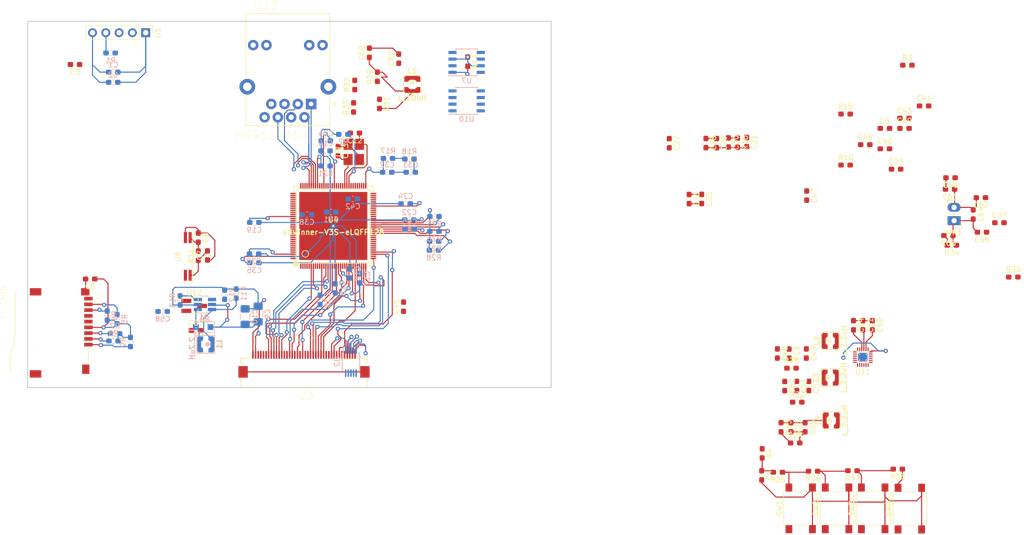
<source format=kicad_pcb>
(kicad_pcb (version 20171130) (host pcbnew 5.0.1-33cea8e~68~ubuntu18.04.1)
  (layers (0 F.Cu signal) (31 B.Cu signal) (34 B.Paste user) (35 F.Paste user) (36 B.SilkS user) (37 F.SilkS user) (38 B.Mask user) (39 F.Mask user) (44 Edge.Cuts user))
  (net 0 "")
  (net 1 SDC1_D2)
  (net 2 SDC1_D1)
  (net 3 SDC1_D0)
  (net 4 /CPU/MCSI_PWDN)
  (net 5 /CPU/MCSI_RST)
  (net 6 LCD_D23)
  (net 7 LCD_D22)
  (net 8 /CPU/CSI_SDA)
  (net 9 /CPU/CSI_SCK)
  (net 10 /CPU/MCSI_MCLK)
  (net 11 LCD_D21)
  (net 12 +3V3)
  (net 13 LCD_D20)
  (net 14 LCD_D19)
  (net 15 LCD_D18)
  (net 16 LCD_D15)
  (net 17 LCD_D14)
  (net 18 LCD_D13)
  (net 19 +1V2)
  (net 20 LCD_D12)
  (net 21 LCD_D11)
  (net 22 LCD_D10)
  (net 23 LCD_D7)
  (net 24 LCD_D6)
  (net 25 LCD_D5)
  (net 26 LCD_D4)
  (net 27 LCD_D3)
  (net 28 LCD_D2)
  (net 29 LCD_VSYNC)
  (net 30 LCD_HSYNC)
  (net 31 LCD_DE)
  (net 32 LCD_CLK)
  (net 33 UART2_TX)
  (net 34 UART2_RX)
  (net 35 PB2)
  (net 36 PB3)
  (net 37 PB4)
  (net 38 PB5)
  (net 39 TWI0_SCK)
  (net 40 TWI0_SDA)
  (net 41 TWI1_SCK)
  (net 42 TWI1_SDA)
  (net 43 SPI_MISO)
  (net 44 SPI_SCK)
  (net 45 SPI_CS)
  (net 46 SPI_MOSI)
  (net 47 +1V8)
  (net 48 SVREF)
  (net 49 SZQ)
  (net 50 X24MOUT)
  (net 51 X24MIN)
  (net 52 +3V0)
  (net 53 ETH_LED_LINK)
  (net 54 ETH_LED_SPD)
  (net 55 MCSI_D0_P)
  (net 56 MCSI_D0_N)
  (net 57 MCSI_D1_P)
  (net 58 MCSI_D1_N)
  (net 59 MCSI_CK_P)
  (net 60 MCSI_CK_N)
  (net 61 ETH_RX_N)
  (net 62 ETH_RX_P)
  (net 63 ETH_TX_N)
  (net 64 ETH_TX_P)
  (net 65 "Net-(R3-Pad2)")
  (net 66 X32KOUT])
  (net 67 X32KIN)
  (net 68 Vrtc_io)
  (net 69 Vrtc)
  (net 70 RESET)
  (net 71 USB_ID)
  (net 72 SDC0_D2)
  (net 73 SDC0_D3)
  (net 74 SDC0_CMD)
  (net 75 SDC0_CLK)
  (net 76 SDC0_D0)
  (net 77 SDC0_D1)
  (net 78 USB_N)
  (net 79 USB_P)
  (net 80 KEYADC0)
  (net 81 MIC_P)
  (net 82 MIC_N)
  (net 83 GND)
  (net 84 VRA1)
  (net 85 VRA2)
  (net 86 HBIAS)
  (net 87 HP_R)
  (net 88 HP_L)
  (net 89 Vhp_bp)
  (net 90 HP_COMFB)
  (net 91 HP_COM)
  (net 92 SDC1_D3)
  (net 93 +5V)
  (net 94 VLED-)
  (net 95 VLED+)
  (net 96 "Net-(U3-Pad35)")
  (net 97 TPX1)
  (net 98 TPY1)
  (net 99 TPX2)
  (net 100 TPY2)
  (net 101 "Net-(C60-Pad1)")
  (net 102 "Net-(C63-Pad1)")
  (net 103 "Net-(U13-Pad9)")
  (net 104 "Net-(U13-Pad10)")
  (net 105 "Net-(U13-Pad12)")
  (net 106 "Net-(U13-Pad11)")
  (net 107 "Net-(C49-Pad2)")
  (net 108 "Net-(C56-Pad2)")
  (net 109 "Net-(C53-Pad2)")
  (net 110 "Net-(R17-Pad1)")
  (net 111 "Net-(D1-Pad2)")
  (net 112 /CPU/PENIRQ)
  (net 113 "Net-(L3-Pad2)")
  (net 114 "Net-(L2-Pad2)")
  (net 115 "Net-(L4-Pad2)")
  (net 116 "Net-(R37-Pad1)")
  (net 117 "Net-(R38-Pad1)")
  (net 118 "Net-(R36-Pad1)")
  (net 119 "Net-(R35-Pad1)")
  (net 120 "Net-(C64-Pad2)")
  (net 121 "Net-(C61-Pad1)")
  (net 122 "Net-(U5-Pad12)")
  (net 123 "Net-(U5-Pad11)")
  (module Crystal:Crystal_SMD_SeikoEpson_MC146-4Pin_6.7x1.5mm_HandSoldering (layer F.Cu) (at 30.58668 44.93768 90)
    (fp_text reference U6 (at 0 -1.95 90) (layer F.SilkS))
    (fp_text value MC-146)
    (pad 4 smd rect (at -3.6 -0.45 90) (size 2.1 0.6) (layers F.Cu F.Paste F.Mask))
    (pad 3 smd rect (at 3.6 -0.45 90) (size 2.1 0.6) (layers F.Cu F.Paste F.Mask) (net 83 GND))
    (pad 2 smd rect (at 3.6 0.45 90) (size 2.1 0.6) (layers F.Cu F.Paste F.Mask) (net 67 X32KIN))
    (pad 1 smd rect (at -3.6 0.45 90) (size 2.1 0.6) (layers F.Cu F.Paste F.Mask) (net 66 X32KOUT]))
  )
  (module footprint-lib.pretty:SUNTECH_ST-TF-003A (layer F.Cu) (at 6.28396 58.28284 270)
    (fp_text reference U5 (at -5.21264 -7.38873 270) (layer F.SilkS) (effects (font (size 1.0005 1.0005) (thickness 0.05))))
    (fp_text value TF_CARD (at -4.58364 10.8855 270) (layer F.SilkS) (effects (font (size 1.00188 1.00188) (thickness 0.05))))
    (pad Hole np_thru_hole circle (at 4.32 5.17 270) (size 0.9 0.9) (drill 0.9) (layers *.Cu *.Mask F.SilkS))
    (pad Hole np_thru_hole circle (at -3.68 5.17 270) (size 0.9 0.9) (drill 0.9) (layers *.Cu *.Mask F.SilkS))
    (pad 12 smd rect (at 9.12 4.77 180) (size 2.2 1.4) (layers F.Cu F.Paste F.Mask) (net 122 "Net-(U5-Pad12)"))
    (pad 11 smd rect (at 8.22 -4.83 180) (size 1.4 1.8) (layers F.Cu F.Paste F.Mask) (net 123 "Net-(U5-Pad11)"))
    (pad 10 smd rect (at -6.58 4.77 180) (size 2.2 1.4) (layers F.Cu F.Paste F.Mask) (net 83 GND))
    (pad 9 smd rect (at -6.58 -4.73 180) (size 1.6 1.4) (layers F.Cu F.Paste F.Mask) (net 83 GND))
    (pad 9 smd rect (at -5.28 -5.33 180) (size 1.6 0.7) (layers F.Cu F.Paste F.Mask) (net 83 GND))
    (pad 8 smd rect (at -4.18 -5.33 180) (size 1.6 0.7) (layers F.Cu F.Paste F.Mask) (net 77 SDC0_D1))
    (pad 7 smd rect (at -3.08 -5.33 180) (size 1.6 0.7) (layers F.Cu F.Paste F.Mask) (net 76 SDC0_D0))
    (pad 6 smd rect (at -1.98 -5.33 180) (size 1.6 0.7) (layers F.Cu F.Paste F.Mask) (net 83 GND))
    (pad 5 smd rect (at -0.88 -5.33 180) (size 1.6 0.7) (layers F.Cu F.Paste F.Mask) (net 75 SDC0_CLK))
    (pad 4 smd rect (at 0.22 -5.33 180) (size 1.6 0.7) (layers F.Cu F.Paste F.Mask) (net 12 +3V3))
    (pad 3 smd rect (at 1.32 -5.33 180) (size 1.6 0.7) (layers F.Cu F.Paste F.Mask) (net 74 SDC0_CMD))
    (pad 2 smd rect (at 2.42 -5.33 180) (size 1.6 0.7) (layers F.Cu F.Paste F.Mask) (net 73 SDC0_D3))
    (pad 1 smd rect (at 3.52 -5.33 180) (size 1.6 0.7) (layers F.Cu F.Paste F.Mask) (net 72 SDC0_D2))
  )
  (module footprint-lib.pretty:v3s-elqfp128 (layer F.Cu) (at 58.37936 39.11092)
    (fp_text reference U4 (at 0 -1.2) (layer F.SilkS) (effects (font (thickness 0.2))))
    (fp_text value allwinner-V3S-eLQFP128 (at 0 1.2) (layer F.SilkS) (effects (font (thickness 0.2))))
    (pad 128 smd rect (at -7.6 6.2) (size 1.2 0.25) (layers F.Cu F.Paste F.Mask) (net 92 SDC1_D3))
    (pad 127 smd rect (at -7.6 5.8) (size 1.2 0.25) (layers F.Cu F.Paste F.Mask) (net 12 +3V3))
    (pad 126 smd rect (at -7.6 5.4) (size 1.2 0.25) (layers F.Cu F.Paste F.Mask) (net 19 +1V2))
    (pad 125 smd rect (at -7.6 5) (size 1.2 0.25) (layers F.Cu F.Paste F.Mask) (net 91 HP_COM))
    (pad 124 smd rect (at -7.6 4.6) (size 1.2 0.25) (layers F.Cu F.Paste F.Mask) (net 90 HP_COMFB))
    (pad 123 smd rect (at -7.6 4.2) (size 1.2 0.25) (layers F.Cu F.Paste F.Mask) (net 89 Vhp_bp))
    (pad 122 smd rect (at -7.6 3.8) (size 1.2 0.25) (layers F.Cu F.Paste F.Mask) (net 12 +3V3))
    (pad 121 smd rect (at -7.6 3.4) (size 1.2 0.25) (layers F.Cu F.Paste F.Mask) (net 88 HP_L))
    (pad 120 smd rect (at -7.6 3) (size 1.2 0.25) (layers F.Cu F.Paste F.Mask) (net 87 HP_R))
    (pad 119 smd rect (at -7.6 2.6) (size 1.2 0.25) (layers F.Cu F.Paste F.Mask) (net 86 HBIAS))
    (pad 118 smd rect (at -7.6 2.2) (size 1.2 0.25) (layers F.Cu F.Paste F.Mask) (net 85 VRA2))
    (pad 117 smd rect (at -7.6 1.8) (size 1.2 0.25) (layers F.Cu F.Paste F.Mask) (net 84 VRA1))
    (pad 116 smd rect (at -7.6 1.4) (size 1.2 0.25) (layers F.Cu F.Paste F.Mask) (net 83 GND))
    (pad 115 smd rect (at -7.6 1) (size 1.2 0.25) (layers F.Cu F.Paste F.Mask) (net 52 +3V0))
    (pad 114 smd rect (at -7.6 0.6) (size 1.2 0.25) (layers F.Cu F.Paste F.Mask) (net 82 MIC_N))
    (pad 113 smd rect (at -7.6 0.2) (size 1.2 0.25) (layers F.Cu F.Paste F.Mask) (net 81 MIC_P))
    (pad 112 smd rect (at -7.6 -0.2) (size 1.2 0.25) (layers F.Cu F.Paste F.Mask) (net 80 KEYADC0))
    (pad 111 smd rect (at -7.6 -0.6) (size 1.2 0.25) (layers F.Cu F.Paste F.Mask) (net 79 USB_P))
    (pad 110 smd rect (at -7.6 -1) (size 1.2 0.25) (layers F.Cu F.Paste F.Mask) (net 78 USB_N))
    (pad 109 smd rect (at -7.6 -1.4) (size 1.2 0.25) (layers F.Cu F.Paste F.Mask) (net 12 +3V3))
    (pad 108 smd rect (at -7.6 -1.8) (size 1.2 0.25) (layers F.Cu F.Paste F.Mask) (net 19 +1V2))
    (pad 107 smd rect (at -7.6 -2.2) (size 1.2 0.25) (layers F.Cu F.Paste F.Mask) (net 77 SDC0_D1))
    (pad 106 smd rect (at -7.6 -2.6) (size 1.2 0.25) (layers F.Cu F.Paste F.Mask) (net 76 SDC0_D0))
    (pad 105 smd rect (at -7.6 -3) (size 1.2 0.25) (layers F.Cu F.Paste F.Mask) (net 75 SDC0_CLK))
    (pad 104 smd rect (at -7.6 -3.4) (size 1.2 0.25) (layers F.Cu F.Paste F.Mask) (net 12 +3V3))
    (pad 103 smd rect (at -7.6 -3.8) (size 1.2 0.25) (layers F.Cu F.Paste F.Mask) (net 74 SDC0_CMD))
    (pad 102 smd rect (at -7.6 -4.2) (size 1.2 0.25) (layers F.Cu F.Paste F.Mask) (net 73 SDC0_D3))
    (pad 101 smd rect (at -7.6 -4.6) (size 1.2 0.25) (layers F.Cu F.Paste F.Mask) (net 72 SDC0_D2))
    (pad 100 smd rect (at -7.6 -5) (size 1.2 0.25) (layers F.Cu F.Paste F.Mask) (net 71 USB_ID))
    (pad 99 smd rect (at -7.6 -5.4) (size 1.2 0.25) (layers F.Cu F.Paste F.Mask) (net 70 RESET))
    (pad 98 smd rect (at -7.6 -5.8) (size 1.2 0.25) (layers F.Cu F.Paste F.Mask) (net 69 Vrtc))
    (pad 97 smd rect (at -7.6 -6.2) (size 1.2 0.25) (layers F.Cu F.Paste F.Mask) (net 68 Vrtc_io))
    (pad 96 smd rect (at -6.2 -7.6) (size 0.25 1.2) (layers F.Cu F.Paste F.Mask) (net 67 X32KIN))
    (pad 95 smd rect (at -5.8 -7.6) (size 0.25 1.2) (layers F.Cu F.Paste F.Mask) (net 66 X32KOUT]))
    (pad 94 smd rect (at -5.4 -7.6) (size 0.25 1.2) (layers F.Cu F.Paste F.Mask) (net 65 "Net-(R3-Pad2)"))
    (pad 93 smd rect (at -5 -7.6) (size 0.25 1.2) (layers F.Cu F.Paste F.Mask) (net 12 +3V3))
    (pad 92 smd rect (at -4.6 -7.6) (size 0.25 1.2) (layers F.Cu F.Paste F.Mask) (net 64 ETH_TX_P))
    (pad 91 smd rect (at -4.2 -7.6) (size 0.25 1.2) (layers F.Cu F.Paste F.Mask) (net 63 ETH_TX_N))
    (pad 90 smd rect (at -3.8 -7.6) (size 0.25 1.2) (layers F.Cu F.Paste F.Mask) (net 62 ETH_RX_P))
    (pad 89 smd rect (at -3.4 -7.6) (size 0.25 1.2) (layers F.Cu F.Paste F.Mask) (net 61 ETH_RX_N))
    (pad 88 smd rect (at -3 -7.6) (size 0.25 1.2) (layers F.Cu F.Paste F.Mask) (net 19 +1V2))
    (pad 87 smd rect (at -2.6 -7.6) (size 0.25 1.2) (layers F.Cu F.Paste F.Mask) (net 60 MCSI_CK_N))
    (pad 86 smd rect (at -2.2 -7.6) (size 0.25 1.2) (layers F.Cu F.Paste F.Mask) (net 59 MCSI_CK_P))
    (pad 85 smd rect (at -1.8 -7.6) (size 0.25 1.2) (layers F.Cu F.Paste F.Mask) (net 12 +3V3))
    (pad 84 smd rect (at -1.4 -7.6) (size 0.25 1.2) (layers F.Cu F.Paste F.Mask) (net 58 MCSI_D1_N))
    (pad 83 smd rect (at -1 -7.6) (size 0.25 1.2) (layers F.Cu F.Paste F.Mask) (net 57 MCSI_D1_P))
    (pad 82 smd rect (at -0.6 -7.6) (size 0.25 1.2) (layers F.Cu F.Paste F.Mask) (net 56 MCSI_D0_N))
    (pad 81 smd rect (at -0.2 -7.6) (size 0.25 1.2) (layers F.Cu F.Paste F.Mask) (net 55 MCSI_D0_P))
    (pad 80 smd rect (at 0.2 -7.6) (size 0.25 1.2) (layers F.Cu F.Paste F.Mask) (net 19 +1V2))
    (pad 79 smd rect (at 0.6 -7.6) (size 0.25 1.2) (layers F.Cu F.Paste F.Mask) (net 47 +1V8))
    (pad 78 smd rect (at 1 -7.6) (size 0.25 1.2) (layers F.Cu F.Paste F.Mask) (net 54 ETH_LED_SPD))
    (pad 77 smd rect (at 1.4 -7.6) (size 0.25 1.2) (layers F.Cu F.Paste F.Mask) (net 53 ETH_LED_LINK))
    (pad 76 smd rect (at 1.8 -7.6) (size 0.25 1.2) (layers F.Cu F.Paste F.Mask) (net 52 +3V0))
    (pad 75 smd rect (at 2.2 -7.6) (size 0.25 1.2) (layers F.Cu F.Paste F.Mask) (net 51 X24MIN))
    (pad 74 smd rect (at 2.6 -7.6) (size 0.25 1.2) (layers F.Cu F.Paste F.Mask) (net 50 X24MOUT))
    (pad 73 smd rect (at 3 -7.6) (size 0.25 1.2) (layers F.Cu F.Paste F.Mask) (net 49 SZQ))
    (pad 72 smd rect (at 3.4 -7.6) (size 0.25 1.2) (layers F.Cu F.Paste F.Mask) (net 47 +1V8))
    (pad 71 smd rect (at 3.8 -7.6) (size 0.25 1.2) (layers F.Cu F.Paste F.Mask) (net 48 SVREF))
    (pad 70 smd rect (at 4.2 -7.6) (size 0.25 1.2) (layers F.Cu F.Paste F.Mask) (net 47 +1V8))
    (pad 69 smd rect (at 4.6 -7.6) (size 0.25 1.2) (layers F.Cu F.Paste F.Mask) (net 47 +1V8))
    (pad 68 smd rect (at 5 -7.6) (size 0.25 1.2) (layers F.Cu F.Paste F.Mask) (net 47 +1V8))
    (pad 67 smd rect (at 5.4 -7.6) (size 0.25 1.2) (layers F.Cu F.Paste F.Mask) (net 47 +1V8))
    (pad 66 smd rect (at 5.8 -7.6) (size 0.25 1.2) (layers F.Cu F.Paste F.Mask) (net 47 +1V8))
    (pad 65 smd rect (at 6.2 -7.6) (size 0.25 1.2) (layers F.Cu F.Paste F.Mask) (net 47 +1V8))
    (pad 64 smd rect (at 7.6 -6.2) (size 1.2 0.25) (layers F.Cu F.Paste F.Mask) (net 19 +1V2))
    (pad 63 smd rect (at 7.6 -5.8) (size 1.2 0.25) (layers F.Cu F.Paste F.Mask) (net 48 SVREF))
    (pad 62 smd rect (at 7.6 -5.4) (size 1.2 0.25) (layers F.Cu F.Paste F.Mask) (net 47 +1V8))
    (pad 61 smd rect (at 7.6 -5) (size 1.2 0.25) (layers F.Cu F.Paste F.Mask) (net 47 +1V8))
    (pad 60 smd rect (at 7.6 -4.6) (size 1.2 0.25) (layers F.Cu F.Paste F.Mask) (net 47 +1V8))
    (pad 59 smd rect (at 7.6 -4.2) (size 1.2 0.25) (layers F.Cu F.Paste F.Mask) (net 47 +1V8))
    (pad 58 smd rect (at 7.6 -3.8) (size 1.2 0.25) (layers F.Cu F.Paste F.Mask) (net 19 +1V2))
    (pad 57 smd rect (at 7.6 -3.4) (size 1.2 0.25) (layers F.Cu F.Paste F.Mask) (net 12 +3V3))
    (pad 56 smd rect (at 7.6 -3) (size 1.2 0.25) (layers F.Cu F.Paste F.Mask) (net 19 +1V2))
    (pad 55 smd rect (at 7.6 -2.6) (size 1.2 0.25) (layers F.Cu F.Paste F.Mask) (net 46 SPI_MOSI))
    (pad 54 smd rect (at 7.6 -2.2) (size 1.2 0.25) (layers F.Cu F.Paste F.Mask) (net 45 SPI_CS))
    (pad 53 smd rect (at 7.6 -1.8) (size 1.2 0.25) (layers F.Cu F.Paste F.Mask) (net 44 SPI_SCK))
    (pad 52 smd rect (at 7.6 -1.4) (size 1.2 0.25) (layers F.Cu F.Paste F.Mask) (net 43 SPI_MISO))
    (pad 51 smd rect (at 7.6 -1) (size 1.2 0.25) (layers F.Cu F.Paste F.Mask) (net 19 +1V2))
    (pad 50 smd rect (at 7.6 -0.6) (size 1.2 0.25) (layers F.Cu F.Paste F.Mask) (net 12 +3V3))
    (pad 49 smd rect (at 7.6 -0.2) (size 1.2 0.25) (layers F.Cu F.Paste F.Mask) (net 42 TWI1_SDA))
    (pad 48 smd rect (at 7.6 0.2) (size 1.2 0.25) (layers F.Cu F.Paste F.Mask) (net 41 TWI1_SCK))
    (pad 47 smd rect (at 7.6 0.6) (size 1.2 0.25) (layers F.Cu F.Paste F.Mask) (net 19 +1V2))
    (pad 46 smd rect (at 7.6 1) (size 1.2 0.25) (layers F.Cu F.Paste F.Mask) (net 40 TWI0_SDA))
    (pad 45 smd rect (at 7.6 1.4) (size 1.2 0.25) (layers F.Cu F.Paste F.Mask) (net 39 TWI0_SCK))
    (pad 44 smd rect (at 7.6 1.8) (size 1.2 0.25) (layers F.Cu F.Paste F.Mask) (net 38 PB5))
    (pad 43 smd rect (at 7.6 2.2) (size 1.2 0.25) (layers F.Cu F.Paste F.Mask) (net 37 PB4))
    (pad 42 smd rect (at 7.6 2.6) (size 1.2 0.25) (layers F.Cu F.Paste F.Mask) (net 36 PB3))
    (pad 41 smd rect (at 7.6 3) (size 1.2 0.25) (layers F.Cu F.Paste F.Mask) (net 35 PB2))
    (pad 40 smd rect (at 7.6 3.4) (size 1.2 0.25) (layers F.Cu F.Paste F.Mask) (net 34 UART2_RX))
    (pad 39 smd rect (at 7.6 3.8) (size 1.2 0.25) (layers F.Cu F.Paste F.Mask) (net 33 UART2_TX))
    (pad 38 smd rect (at 7.6 4.2) (size 1.2 0.25) (layers F.Cu F.Paste F.Mask) (net 19 +1V2))
    (pad 37 smd rect (at 7.6 4.6) (size 1.2 0.25) (layers F.Cu F.Paste F.Mask) (net 32 LCD_CLK))
    (pad 36 smd rect (at 7.6 5) (size 1.2 0.25) (layers F.Cu F.Paste F.Mask) (net 31 LCD_DE))
    (pad 35 smd rect (at 7.6 5.4) (size 1.2 0.25) (layers F.Cu F.Paste F.Mask) (net 30 LCD_HSYNC))
    (pad 34 smd rect (at 7.6 5.8) (size 1.2 0.25) (layers F.Cu F.Paste F.Mask) (net 29 LCD_VSYNC))
    (pad 33 smd rect (at 7.6 6.2) (size 1.2 0.25) (layers F.Cu F.Paste F.Mask) (net 28 LCD_D2))
    (pad 32 smd rect (at 6.2 7.6) (size 0.25 1.2) (layers F.Cu F.Paste F.Mask) (net 27 LCD_D3))
    (pad 31 smd rect (at 5.8 7.6) (size 0.25 1.2) (layers F.Cu F.Paste F.Mask) (net 26 LCD_D4))
    (pad 30 smd rect (at 5.4 7.6) (size 0.25 1.2) (layers F.Cu F.Paste F.Mask) (net 25 LCD_D5))
    (pad 29 smd rect (at 5 7.6) (size 0.25 1.2) (layers F.Cu F.Paste F.Mask) (net 12 +3V3))
    (pad 28 smd rect (at 4.6 7.6) (size 0.25 1.2) (layers F.Cu F.Paste F.Mask) (net 24 LCD_D6))
    (pad 27 smd rect (at 4.2 7.6) (size 0.25 1.2) (layers F.Cu F.Paste F.Mask) (net 23 LCD_D7))
    (pad 26 smd rect (at 3.8 7.6) (size 0.25 1.2) (layers F.Cu F.Paste F.Mask) (net 19 +1V2))
    (pad 25 smd rect (at 3.4 7.6) (size 0.25 1.2) (layers F.Cu F.Paste F.Mask) (net 19 +1V2))
    (pad 24 smd rect (at 3 7.6) (size 0.25 1.2) (layers F.Cu F.Paste F.Mask) (net 22 LCD_D10))
    (pad 23 smd rect (at 2.6 7.6) (size 0.25 1.2) (layers F.Cu F.Paste F.Mask) (net 21 LCD_D11))
    (pad 22 smd rect (at 2.2 7.6) (size 0.25 1.2) (layers F.Cu F.Paste F.Mask) (net 20 LCD_D12))
    (pad 21 smd rect (at 1.8 7.6) (size 0.25 1.2) (layers F.Cu F.Paste F.Mask) (net 19 +1V2))
    (pad 20 smd rect (at 1.4 7.6) (size 0.25 1.2) (layers F.Cu F.Paste F.Mask) (net 19 +1V2))
    (pad 19 smd rect (at 1 7.6) (size 0.25 1.2) (layers F.Cu F.Paste F.Mask) (net 19 +1V2))
    (pad 18 smd rect (at 0.6 7.6) (size 0.25 1.2) (layers F.Cu F.Paste F.Mask) (net 18 LCD_D13))
    (pad 17 smd rect (at 0.2 7.6) (size 0.25 1.2) (layers F.Cu F.Paste F.Mask) (net 17 LCD_D14))
    (pad 16 smd rect (at -0.2 7.6) (size 0.25 1.2) (layers F.Cu F.Paste F.Mask) (net 16 LCD_D15))
    (pad 15 smd rect (at -0.6 7.6) (size 0.25 1.2) (layers F.Cu F.Paste F.Mask) (net 15 LCD_D18))
    (pad 14 smd rect (at -1 7.6) (size 0.25 1.2) (layers F.Cu F.Paste F.Mask) (net 14 LCD_D19))
    (pad 13 smd rect (at -1.4 7.6) (size 0.25 1.2) (layers F.Cu F.Paste F.Mask) (net 13 LCD_D20))
    (pad 12 smd rect (at -1.8 7.6) (size 0.25 1.2) (layers F.Cu F.Paste F.Mask) (net 12 +3V3))
    (pad 11 smd rect (at -2.2 7.6) (size 0.25 1.2) (layers F.Cu F.Paste F.Mask) (net 11 LCD_D21))
    (pad 10 smd rect (at -2.6 7.6) (size 0.25 1.2) (layers F.Cu F.Paste F.Mask) (net 10 /CPU/MCSI_MCLK))
    (pad 9 smd rect (at -3 7.6) (size 0.25 1.2) (layers F.Cu F.Paste F.Mask) (net 9 /CPU/CSI_SCK))
    (pad 8 smd rect (at -3.4 7.6) (size 0.25 1.2) (layers F.Cu F.Paste F.Mask) (net 8 /CPU/CSI_SDA))
    (pad 7 smd rect (at -3.8 7.6) (size 0.25 1.2) (layers F.Cu F.Paste F.Mask) (net 7 LCD_D22))
    (pad 6 smd rect (at -4.2 7.6) (size 0.25 1.2) (layers F.Cu F.Paste F.Mask) (net 6 LCD_D23))
    (pad 5 smd rect (at -4.6 7.6) (size 0.25 1.2) (layers F.Cu F.Paste F.Mask) (net 5 /CPU/MCSI_RST))
    (pad 4 smd rect (at -5 7.6) (size 0.25 1.2) (layers F.Cu F.Paste F.Mask) (net 4 /CPU/MCSI_PWDN))
    (pad 3 smd rect (at -5.4 7.6) (size 0.25 1.2) (layers F.Cu F.Paste F.Mask) (net 3 SDC1_D0))
    (pad 2 smd rect (at -5.8 7.6) (size 0.25 1.2) (layers F.Cu F.Paste F.Mask) (net 2 SDC1_D1))
    (pad 1 smd rect (at -6.2 7.6) (size 0.25 1.2) (layers F.Cu F.Paste F.Mask) (net 1 SDC1_D2))
    (pad 129 smd rect (at 0 0) (size 13 13) (layers F.Cu F.Paste F.Mask) (net 83 GND))
  )
  (module Capacitor_SMD:C_0603_1608Metric_Pad1.05x0.95mm_HandSolder (layer B.Cu) (at 43.25 44.45)
    (fp_text reference C20 (at 0 1.43) (layer B.SilkS) (effects (justify mirror)))
    (fp_text value C105)
    (pad 2 smd roundrect (at 0.875 0) (size 1.05 0.95) (layers B.Cu B.Paste B.Mask) (net 83 GND))
    (pad 1 smd roundrect (at -0.875 0) (size 1.05 0.95) (layers B.Cu B.Paste B.Mask) (net 19 +1V2))
  )
  (module Capacitor_SMD:C_0603_1608Metric_Pad1.05x0.95mm_HandSolder (layer B.Cu) (at 68.676942 28.850206 180)
    (fp_text reference C32 (at 0 1.43 180) (layer B.SilkS) (effects (justify mirror)))
    (fp_text value C104)
    (pad 1 smd roundrect (at -0.875 0 180) (size 1.05 0.95) (layers B.Cu B.Paste B.Mask) (net 48 SVREF))
    (pad 2 smd roundrect (at 0.875 0 180) (size 1.05 0.95) (layers B.Cu B.Paste B.Mask) (net 47 +1V8))
  )
  (module Capacitor_SMD:C_0603_1608Metric_Pad1.05x0.95mm_HandSolder (layer B.Cu) (at 63.45 49.15 90)
    (fp_text reference C17 (at 0 1.43 90) (layer B.SilkS) (effects (justify mirror)))
    (fp_text value C104)
    (pad 2 smd roundrect (at 0.875 0 90) (size 1.05 0.95) (layers B.Cu B.Paste B.Mask) (net 83 GND))
    (pad 1 smd roundrect (at -0.875 0 90) (size 1.05 0.95) (layers B.Cu B.Paste B.Mask) (net 19 +1V2))
  )
  (module Capacitor_SMD:C_0603_1608Metric_Pad1.05x0.95mm_HandSolder (layer B.Cu) (at 58.75 51.05 90)
    (fp_text reference C16 (at 0 1.43 90) (layer B.SilkS) (effects (justify mirror)))
    (fp_text value C105)
    (pad 1 smd roundrect (at -0.875 0 90) (size 1.05 0.95) (layers B.Cu B.Paste B.Mask) (net 19 +1V2))
    (pad 2 smd roundrect (at 0.875 0 90) (size 1.05 0.95) (layers B.Cu B.Paste B.Mask) (net 83 GND))
  )
  (module Capacitor_SMD:C_0603_1608Metric_Pad1.05x0.95mm_HandSolder (layer B.Cu) (at 72.95 39.75 180)
    (fp_text reference C15 (at 0 1.43 180) (layer B.SilkS) (effects (justify mirror)))
    (fp_text value C105)
    (pad 2 smd roundrect (at 0.875 0 180) (size 1.05 0.95) (layers B.Cu B.Paste B.Mask) (net 83 GND))
    (pad 1 smd roundrect (at -0.875 0 180) (size 1.05 0.95) (layers B.Cu B.Paste B.Mask) (net 19 +1V2))
  )
  (module Capacitor_SMD:C_0603_1608Metric_Pad1.05x0.95mm_HandSolder (layer B.Cu) (at 56.9 24.75 180)
    (fp_text reference C14 (at 0 1.43 180) (layer B.SilkS) (effects (justify mirror)))
    (fp_text value C106)
    (pad 1 smd roundrect (at -0.875 0 180) (size 1.05 0.95) (layers B.Cu B.Paste B.Mask) (net 19 +1V2))
    (pad 2 smd roundrect (at 0.875 0 180) (size 1.05 0.95) (layers B.Cu B.Paste B.Mask) (net 83 GND))
  )
  (module Capacitor_SMD:C_0603_1608Metric_Pad1.05x0.95mm_HandSolder (layer F.Cu) (at 59.3 24.8 270)
    (fp_text reference C13 (at 0 -1.43 270) (layer F.SilkS))
    (fp_text value C18pf)
    (pad 2 smd roundrect (at 0.875 0 270) (size 1.05 0.95) (layers F.Cu F.Paste F.Mask) (net 51 X24MIN))
    (pad 1 smd roundrect (at -0.875 0 270) (size 1.05 0.95) (layers F.Cu F.Paste F.Mask) (net 83 GND))
  )
  (module Capacitor_SMD:C_0603_1608Metric_Pad1.05x0.95mm_HandSolder (layer F.Cu) (at 62.5 21.35 180)
    (fp_text reference C12 (at 0 -1.43 180) (layer F.SilkS))
    (fp_text value C18pf)
    (pad 1 smd roundrect (at -0.875 0 180) (size 1.05 0.95) (layers F.Cu F.Paste F.Mask) (net 50 X24MOUT))
    (pad 2 smd roundrect (at 0.875 0 180) (size 1.05 0.95) (layers F.Cu F.Paste F.Mask) (net 83 GND))
  )
  (module Capacitor_SMD:C_0603_1608Metric_Pad1.05x0.95mm_HandSolder (layer B.Cu) (at 39.828903 52.053677 90)
    (fp_text reference C11 (at 0 1.43 90) (layer B.SilkS) (effects (justify mirror)))
    (fp_text value C106)
    (pad 2 smd roundrect (at 0.875 0 90) (size 1.05 0.95) (layers B.Cu B.Paste B.Mask) (net 83 GND))
    (pad 1 smd roundrect (at -0.875 0 90) (size 1.05 0.95) (layers B.Cu B.Paste B.Mask) (net 93 +5V))
  )
  (module Capacitor_SMD:C_0603_1608Metric_Pad1.05x0.95mm_HandSolder (layer F.Cu) (at 32.6 41.35 270)
    (fp_text reference C8 (at 0 -1.43 270) (layer F.SilkS))
    (fp_text value C18pf)
    (pad 1 smd roundrect (at -0.875 0 270) (size 1.05 0.95) (layers F.Cu F.Paste F.Mask) (net 83 GND))
    (pad 2 smd roundrect (at 0.875 0 270) (size 1.05 0.95) (layers F.Cu F.Paste F.Mask) (net 67 X32KIN))
  )
  (module Capacitor_SMD:C_0603_1608Metric_Pad1.05x0.95mm_HandSolder (layer F.Cu) (at 34.35 44.75 90)
    (fp_text reference C7 (at 0 -1.43 90) (layer F.SilkS))
    (fp_text value C18pf)
    (pad 2 smd roundrect (at 0.875 0 90) (size 1.05 0.95) (layers F.Cu F.Paste F.Mask) (net 66 X32KOUT]))
    (pad 1 smd roundrect (at -0.875 0 90) (size 1.05 0.95) (layers F.Cu F.Paste F.Mask) (net 83 GND))
  )
  (module Capacitor_SMD:C_0603_1608Metric_Pad1.05x0.95mm_HandSolder (layer F.Cu) (at 11.95 49.25 180)
    (fp_text reference C6 (at 0 -1.43 180) (layer F.SilkS))
    (fp_text value C104)
    (pad 1 smd roundrect (at -0.875 0 180) (size 1.05 0.95) (layers F.Cu F.Paste F.Mask) (net 12 +3V3))
    (pad 2 smd roundrect (at 0.875 0 180) (size 1.05 0.95) (layers F.Cu F.Paste F.Mask) (net 83 GND))
  )
  (module Capacitor_SMD:C_0603_1608Metric_Pad1.05x0.95mm_HandSolder (layer F.Cu) (at 163.731881 20.462801)
    (fp_text reference C5 (at 0 -1.43) (layer F.SilkS))
    (fp_text value C105)
    (pad 2 smd roundrect (at 0.875 0) (size 1.05 0.95) (layers F.Cu F.Paste F.Mask) (net 83 GND))
    (pad 1 smd roundrect (at -0.875 0) (size 1.05 0.95) (layers F.Cu F.Paste F.Mask) (net 70 RESET))
  )
  (module Capacitor_SMD:C_0603_1608Metric_Pad1.05x0.95mm_HandSolder (layer F.Cu) (at 140.20104 86.79 270)
    (fp_text reference C4 (at 0 -1.43 270) (layer F.SilkS))
    (fp_text value C102)
    (pad 1 smd roundrect (at -0.875 0 270) (size 1.05 0.95) (layers F.Cu F.Paste F.Mask) (net 80 KEYADC0))
    (pad 2 smd roundrect (at 0.875 0 270) (size 1.05 0.95) (layers F.Cu F.Paste F.Mask) (net 83 GND))
  )
  (module Capacitor_SMD:C_0603_1608Metric_Pad1.05x0.95mm_HandSolder (layer B.Cu) (at 16.35 11.65 180)
    (fp_text reference C2 (at 0 1.43 180) (layer B.SilkS) (effects (justify mirror)))
    (fp_text value C104)
    (pad 2 smd roundrect (at 0.875 0 180) (size 1.05 0.95) (layers B.Cu B.Paste B.Mask) (net 83 GND))
    (pad 1 smd roundrect (at -0.875 0 180) (size 1.05 0.95) (layers B.Cu B.Paste B.Mask) (net 93 +5V))
  )
  (module Capacitor_SMD:C_0603_1608Metric_Pad1.05x0.95mm_HandSolder (layer B.Cu) (at 43.3 38.45)
    (fp_text reference C19 (at 0 1.43) (layer B.SilkS) (effects (justify mirror)))
    (fp_text value C106)
    (pad 1 smd roundrect (at -0.875 0) (size 1.05 0.95) (layers B.Cu B.Paste B.Mask) (net 19 +1V2))
    (pad 2 smd roundrect (at 0.875 0) (size 1.05 0.95) (layers B.Cu B.Paste B.Mask) (net 83 GND))
  )
  (module Capacitor_SMD:C_0603_1608Metric_Pad1.05x0.95mm_HandSolder (layer B.Cu) (at 56.9 27.65)
    (fp_text reference C21 (at 0 1.43) (layer B.SilkS) (effects (justify mirror)))
    (fp_text value C105)
    (pad 2 smd roundrect (at 0.875 0) (size 1.05 0.95) (layers B.Cu B.Paste B.Mask) (net 83 GND))
    (pad 1 smd roundrect (at -0.875 0) (size 1.05 0.95) (layers B.Cu B.Paste B.Mask) (net 19 +1V2))
  )
  (module Capacitor_SMD:C_0603_1608Metric_Pad1.05x0.95mm_HandSolder (layer B.Cu) (at 72.9 37.95 180)
    (fp_text reference C22 (at 0 1.43 180) (layer B.SilkS) (effects (justify mirror)))
    (fp_text value C104)
    (pad 1 smd roundrect (at -0.875 0 180) (size 1.05 0.95) (layers B.Cu B.Paste B.Mask) (net 19 +1V2))
    (pad 2 smd roundrect (at 0.875 0 180) (size 1.05 0.95) (layers B.Cu B.Paste B.Mask) (net 83 GND))
  )
  (module Capacitor_SMD:C_0603_1608Metric_Pad1.05x0.95mm_HandSolder (layer F.Cu) (at 165.871881 28.262801)
    (fp_text reference C23 (at 0 -1.43) (layer F.SilkS))
    (fp_text value C104)
    (pad 2 smd roundrect (at 0.875 0) (size 1.05 0.95) (layers F.Cu F.Paste F.Mask) (net 83 GND))
    (pad 1 smd roundrect (at -0.875 0) (size 1.05 0.95) (layers F.Cu F.Paste F.Mask) (net 19 +1V2))
  )
  (module Capacitor_SMD:C_0603_1608Metric_Pad1.05x0.95mm_HandSolder (layer B.Cu) (at 72.2 34.85 180)
    (fp_text reference C24 (at 0 1.43 180) (layer B.SilkS) (effects (justify mirror)))
    (fp_text value C104)
    (pad 1 smd roundrect (at -0.875 0 180) (size 1.05 0.95) (layers B.Cu B.Paste B.Mask) (net 19 +1V2))
    (pad 2 smd roundrect (at 0.875 0 180) (size 1.05 0.95) (layers B.Cu B.Paste B.Mask) (net 83 GND))
  )
  (module Capacitor_SMD:C_0603_1608Metric_Pad1.05x0.95mm_HandSolder (layer F.Cu) (at 128.75 33.95 270)
    (fp_text reference C25 (at 0 -1.43 270) (layer F.SilkS))
    (fp_text value C106)
    (pad 2 smd roundrect (at 0.875 0 270) (size 1.05 0.95) (layers F.Cu F.Paste F.Mask) (net 83 GND))
    (pad 1 smd roundrect (at -0.875 0 270) (size 1.05 0.95) (layers F.Cu F.Paste F.Mask) (net 89 Vhp_bp))
  )
  (module Capacitor_SMD:C_0603_1608Metric_Pad1.05x0.95mm_HandSolder (layer F.Cu) (at 126.35 33.975001 270)
    (fp_text reference C26 (at 0 -1.43 270) (layer F.SilkS))
    (fp_text value C104)
    (pad 1 smd roundrect (at -0.875 0 270) (size 1.05 0.95) (layers F.Cu F.Paste F.Mask) (net 89 Vhp_bp))
    (pad 2 smd roundrect (at 0.875 0 270) (size 1.05 0.95) (layers F.Cu F.Paste F.Mask) (net 83 GND))
  )
  (module Capacitor_SMD:C_0603_1608Metric_Pad1.05x0.95mm_HandSolder (layer F.Cu) (at 122.55 23.3 270)
    (fp_text reference C27 (at 0 -1.43 270) (layer F.SilkS))
    (fp_text value C106)
    (pad 2 smd roundrect (at 0.875 0 270) (size 1.05 0.95) (layers F.Cu F.Paste F.Mask) (net 83 GND))
    (pad 1 smd roundrect (at -0.875 0 270) (size 1.05 0.95) (layers F.Cu F.Paste F.Mask) (net 68 Vrtc_io))
  )
  (module Capacitor_SMD:C_0603_1608Metric_Pad1.05x0.95mm_HandSolder (layer F.Cu) (at 129.55 23.275001 270)
    (fp_text reference C28 (at 0 -1.43 270) (layer F.SilkS))
    (fp_text value C106)
    (pad 1 smd roundrect (at -0.875 0 270) (size 1.05 0.95) (layers F.Cu F.Paste F.Mask) (net 52 +3V0))
    (pad 2 smd roundrect (at 0.875 0 270) (size 1.05 0.95) (layers F.Cu F.Paste F.Mask) (net 83 GND))
  )
  (module Capacitor_SMD:C_0603_1608Metric_Pad1.05x0.95mm_HandSolder (layer F.Cu) (at 131.6 23.275001 270)
    (fp_text reference C29 (at 0 -1.43 270) (layer F.SilkS))
    (fp_text value C104)
    (pad 2 smd roundrect (at 0.875 0 270) (size 1.05 0.95) (layers F.Cu F.Paste F.Mask) (net 83 GND))
    (pad 1 smd roundrect (at -0.875 0 270) (size 1.05 0.95) (layers F.Cu F.Paste F.Mask) (net 52 +3V0))
  )
  (module Capacitor_SMD:C_0603_1608Metric_Pad1.05x0.95mm_HandSolder (layer F.Cu) (at 133.85 23.15 270)
    (fp_text reference C30 (at 0 -1.43 270) (layer F.SilkS))
    (fp_text value C106)
    (pad 1 smd roundrect (at -0.875 0 270) (size 1.05 0.95) (layers F.Cu F.Paste F.Mask) (net 85 VRA2))
    (pad 2 smd roundrect (at 0.875 0 270) (size 1.05 0.95) (layers F.Cu F.Paste F.Mask) (net 83 GND))
  )
  (module Capacitor_SMD:C_0603_1608Metric_Pad1.05x0.95mm_HandSolder (layer F.Cu) (at 137.35 23.075001 270)
    (fp_text reference C31 (at 0 -1.43 270) (layer F.SilkS))
    (fp_text value C105)
    (pad 2 smd roundrect (at 0.875 0 270) (size 1.05 0.95) (layers F.Cu F.Paste F.Mask) (net 83 GND))
    (pad 1 smd roundrect (at -0.875 0 270) (size 1.05 0.95) (layers F.Cu F.Paste F.Mask) (net 84 VRA1))
  )
  (module Capacitor_SMD:C_0603_1608Metric_Pad1.05x0.95mm_HandSolder (layer F.Cu) (at 175.874999 40.95 180)
    (fp_text reference C65 (at 0 -1.43 180) (layer F.SilkS))
    (fp_text value C33pf)
    (pad 1 smd roundrect (at -0.875 0 180) (size 1.05 0.95) (layers F.Cu F.Paste F.Mask) (net 120 "Net-(C64-Pad2)"))
    (pad 2 smd roundrect (at 0.875 0 180) (size 1.05 0.95) (layers F.Cu F.Paste F.Mask) (net 83 GND))
  )
  (module Capacitor_SMD:C_0603_1608Metric_Pad1.05x0.95mm_HandSolder (layer B.Cu) (at 73.176941 28.850206 180)
    (fp_text reference C33 (at 0 1.43 180) (layer B.SilkS) (effects (justify mirror)))
    (fp_text value C104)
    (pad 2 smd roundrect (at 0.875 0 180) (size 1.05 0.95) (layers B.Cu B.Paste B.Mask) (net 48 SVREF))
    (pad 1 smd roundrect (at -0.875 0 180) (size 1.05 0.95) (layers B.Cu B.Paste B.Mask) (net 83 GND))
  )
  (module Capacitor_SMD:C_0603_1608Metric_Pad1.05x0.95mm_HandSolder (layer F.Cu) (at 182.274999 40.3 180)
    (fp_text reference C66 (at 0 -1.43 180) (layer F.SilkS))
    (fp_text value C104)
    (pad 1 smd roundrect (at -0.875 0 180) (size 1.05 0.95) (layers F.Cu F.Paste F.Mask) (net 82 MIC_N))
    (pad 2 smd roundrect (at 0.875 0 180) (size 1.05 0.95) (layers F.Cu F.Paste F.Mask) (net 120 "Net-(C64-Pad2)"))
  )
  (module Capacitor_SMD:C_0603_1608Metric_Pad1.05x0.95mm_HandSolder (layer B.Cu) (at 16.363959 9.7088 180)
    (fp_text reference C1 (at 0 1.43 180) (layer B.SilkS) (effects (justify mirror)))
    (fp_text value C106)
    (pad 2 smd roundrect (at 0.875 0 180) (size 1.05 0.95) (layers B.Cu B.Paste B.Mask) (net 83 GND))
    (pad 1 smd roundrect (at -0.875 0 180) (size 1.05 0.95) (layers B.Cu B.Paste B.Mask) (net 93 +5V))
  )
  (module Capacitor_SMD:C_0603_1608Metric_Pad1.05x0.95mm_HandSolder (layer F.Cu) (at 9.05 8.25 180)
    (fp_text reference C3 (at 0 -1.43 180) (layer F.SilkS))
    (fp_text value C104)
    (pad 1 smd roundrect (at -0.875 0 180) (size 1.05 0.95) (layers F.Cu F.Paste F.Mask) (net 83 GND))
    (pad 2 smd roundrect (at 0.875 0 180) (size 1.05 0.95) (layers F.Cu F.Paste F.Mask) (net 12 +3V3))
  )
  (module Capacitor_SMD:C_0603_1608Metric_Pad1.05x0.95mm_HandSolder (layer B.Cu) (at 61.55 48.2 90)
    (fp_text reference C18 (at 0 1.43 90) (layer B.SilkS) (effects (justify mirror)))
    (fp_text value C104)
    (pad 2 smd roundrect (at 0.875 0 90) (size 1.05 0.95) (layers B.Cu B.Paste B.Mask) (net 83 GND))
    (pad 1 smd roundrect (at -0.875 0 90) (size 1.05 0.95) (layers B.Cu B.Paste B.Mask) (net 19 +1V2))
  )
  (module Capacitor_SMD:C_0603_1608Metric_Pad1.05x0.95mm_HandSolder (layer F.Cu) (at 143.2 63.5 270)
    (fp_text reference C48 (at 0 -1.43 270) (layer F.SilkS))
    (fp_text value C106)
    (pad 1 smd roundrect (at -0.875 0 270) (size 1.05 0.95) (layers F.Cu F.Paste F.Mask) (net 12 +3V3))
    (pad 2 smd roundrect (at 0.875 0 270) (size 1.05 0.95) (layers F.Cu F.Paste F.Mask) (net 83 GND))
  )
  (module Capacitor_SMD:C_0603_1608Metric_Pad1.05x0.95mm_HandSolder (layer F.Cu) (at 148.8 33.3 270)
    (fp_text reference C47 (at 0 -1.43 270) (layer F.SilkS))
    (fp_text value C104)
    (pad 2 smd roundrect (at 0.875 0 270) (size 1.05 0.95) (layers F.Cu F.Paste F.Mask) (net 83 GND))
    (pad 1 smd roundrect (at -0.875 0 270) (size 1.05 0.95) (layers F.Cu F.Paste F.Mask) (net 47 +1V8))
  )
  (module Capacitor_SMD:C_0603_1608Metric_Pad1.05x0.95mm_HandSolder (layer F.Cu) (at 159.981881 23.572801)
    (fp_text reference C46 (at 0 -1.43) (layer F.SilkS))
    (fp_text value C104)
    (pad 1 smd roundrect (at -0.875 0) (size 1.05 0.95) (layers F.Cu F.Paste F.Mask) (net 47 +1V8))
    (pad 2 smd roundrect (at 0.875 0) (size 1.05 0.95) (layers F.Cu F.Paste F.Mask) (net 83 GND))
  )
  (module Capacitor_SMD:C_0603_1608Metric_Pad1.05x0.95mm_HandSolder (layer F.Cu) (at 71.8 54.55 90)
    (fp_text reference C45 (at 0 -1.43 90) (layer F.SilkS))
    (fp_text value C105)
    (pad 2 smd roundrect (at 0.875 0 90) (size 1.05 0.95) (layers F.Cu F.Paste F.Mask) (net 83 GND))
    (pad 1 smd roundrect (at -0.875 0 90) (size 1.05 0.95) (layers F.Cu F.Paste F.Mask) (net 47 +1V8))
  )
  (module Capacitor_SMD:C_0603_1608Metric_Pad1.05x0.95mm_HandSolder (layer F.Cu) (at 148.72888 63.501919 270)
    (fp_text reference C49 (at 0 -1.43 270) (layer F.SilkS))
    (fp_text value C18pf)
    (pad 1 smd roundrect (at -0.875 0 270) (size 1.05 0.95) (layers F.Cu F.Paste F.Mask) (net 12 +3V3))
    (pad 2 smd roundrect (at 0.875 0 270) (size 1.05 0.95) (layers F.Cu F.Paste F.Mask) (net 107 "Net-(C49-Pad2)"))
  )
  (module Capacitor_SMD:C_0603_1608Metric_Pad1.05x0.95mm_HandSolder (layer F.Cu) (at 167.481881 18.512801)
    (fp_text reference C43 (at 0 -1.43) (layer F.SilkS))
    (fp_text value C106)
    (pad 2 smd roundrect (at 0.875 0) (size 1.05 0.95) (layers F.Cu F.Paste F.Mask) (net 83 GND))
    (pad 1 smd roundrect (at -0.875 0) (size 1.05 0.95) (layers F.Cu F.Paste F.Mask) (net 47 +1V8))
  )
  (module Capacitor_SMD:C_0603_1608Metric_Pad1.05x0.95mm_HandSolder (layer B.Cu) (at 62.125 33.95)
    (fp_text reference C42 (at 0 1.43) (layer B.SilkS) (effects (justify mirror)))
    (fp_text value C104)
    (pad 1 smd roundrect (at -0.875 0) (size 1.05 0.95) (layers B.Cu B.Paste B.Mask) (net 12 +3V3))
    (pad 2 smd roundrect (at 0.875 0) (size 1.05 0.95) (layers B.Cu B.Paste B.Mask) (net 83 GND))
  )
  (module Capacitor_SMD:C_0603_1608Metric_Pad1.05x0.95mm_HandSolder (layer B.Cu) (at 57.975 36.45)
    (fp_text reference C41 (at 0 1.43) (layer B.SilkS) (effects (justify mirror)))
    (fp_text value C104)
    (pad 2 smd roundrect (at 0.875 0) (size 1.05 0.95) (layers B.Cu B.Paste B.Mask) (net 83 GND))
    (pad 1 smd roundrect (at -0.875 0) (size 1.05 0.95) (layers B.Cu B.Paste B.Mask) (net 52 +3V0))
  )
  (module Capacitor_SMD:C_0603_1608Metric_Pad1.05x0.95mm_HandSolder (layer F.Cu) (at 163.731881 24.362801)
    (fp_text reference C40 (at 0 -1.43) (layer F.SilkS))
    (fp_text value C104)
    (pad 1 smd roundrect (at -0.875 0) (size 1.05 0.95) (layers F.Cu F.Paste F.Mask) (net 69 Vrtc))
    (pad 2 smd roundrect (at 0.875 0) (size 1.05 0.95) (layers F.Cu F.Paste F.Mask) (net 83 GND))
  )
  (module Capacitor_SMD:C_0603_1608Metric_Pad1.05x0.95mm_HandSolder (layer F.Cu) (at 167.481881 20.462801)
    (fp_text reference C39 (at 0 -1.43) (layer F.SilkS))
    (fp_text value C104)
    (pad 2 smd roundrect (at 0.875 0) (size 1.05 0.95) (layers F.Cu F.Paste F.Mask) (net 83 GND))
    (pad 1 smd roundrect (at -0.875 0) (size 1.05 0.95) (layers F.Cu F.Paste F.Mask) (net 12 +3V3))
  )
  (module Capacitor_SMD:C_0603_1608Metric_Pad1.05x0.95mm_HandSolder (layer B.Cu) (at 53.35 36.95)
    (fp_text reference C38 (at 0 1.43) (layer B.SilkS) (effects (justify mirror)))
    (fp_text value C104)
    (pad 1 smd roundrect (at -0.875 0) (size 1.05 0.95) (layers B.Cu B.Paste B.Mask) (net 12 +3V3))
    (pad 2 smd roundrect (at 0.875 0) (size 1.05 0.95) (layers B.Cu B.Paste B.Mask) (net 83 GND))
  )
  (module Capacitor_SMD:C_0603_1608Metric_Pad1.05x0.95mm_HandSolder (layer F.Cu) (at 185.614961 38.500881)
    (fp_text reference C37 (at 0 -1.43) (layer F.SilkS))
    (fp_text value C104)
    (pad 2 smd roundrect (at 0.875 0) (size 1.05 0.95) (layers F.Cu F.Paste F.Mask) (net 83 GND))
    (pad 1 smd roundrect (at -0.875 0) (size 1.05 0.95) (layers F.Cu F.Paste F.Mask) (net 12 +3V3))
  )
  (module Capacitor_SMD:C_0603_1608Metric_Pad1.05x0.95mm_HandSolder (layer B.Cu) (at 55.85 53.25 90)
    (fp_text reference C36 (at 0 1.43 90) (layer B.SilkS) (effects (justify mirror)))
    (fp_text value C104)
    (pad 1 smd roundrect (at -0.875 0 90) (size 1.05 0.95) (layers B.Cu B.Paste B.Mask) (net 12 +3V3))
    (pad 2 smd roundrect (at 0.875 0 90) (size 1.05 0.95) (layers B.Cu B.Paste B.Mask) (net 83 GND))
  )
  (module Capacitor_SMD:C_0603_1608Metric_Pad1.05x0.95mm_HandSolder (layer B.Cu) (at 43.3 46.15)
    (fp_text reference C35 (at 0 1.43) (layer B.SilkS) (effects (justify mirror)))
    (fp_text value C105)
    (pad 2 smd roundrect (at 0.875 0) (size 1.05 0.95) (layers B.Cu B.Paste B.Mask) (net 83 GND))
    (pad 1 smd roundrect (at -0.875 0) (size 1.05 0.95) (layers B.Cu B.Paste B.Mask) (net 12 +3V3))
  )
  (module Capacitor_SMD:C_0603_1608Metric_Pad1.05x0.95mm_HandSolder (layer F.Cu) (at 171.231881 16.172801)
    (fp_text reference C44 (at 0 -1.43) (layer F.SilkS))
    (fp_text value C105)
    (pad 1 smd roundrect (at -0.875 0) (size 1.05 0.95) (layers F.Cu F.Paste F.Mask) (net 47 +1V8))
    (pad 2 smd roundrect (at 0.875 0) (size 1.05 0.95) (layers F.Cu F.Paste F.Mask) (net 83 GND))
  )
  (module Capacitor_SMD:C_0603_1608Metric_Pad1.05x0.95mm_HandSolder (layer F.Cu) (at 180.6 36.925001 270)
    (fp_text reference C64 (at 0 -1.43 270) (layer F.SilkS))
    (fp_text value C101)
    (pad 2 smd roundrect (at 0.875 0 270) (size 1.05 0.95) (layers F.Cu F.Paste F.Mask) (net 120 "Net-(C64-Pad2)"))
    (pad 1 smd roundrect (at -0.875 0 270) (size 1.05 0.95) (layers F.Cu F.Paste F.Mask) (net 121 "Net-(C61-Pad1)"))
  )
  (module Capacitor_SMD:C_0603_1608Metric_Pad1.05x0.95mm_HandSolder (layer F.Cu) (at 70.88632 7.133559 90)
    (fp_text reference C63 (at 0 -1.43 90) (layer F.SilkS))
    (fp_text value C104)
    (pad 1 smd roundrect (at -0.875 0 90) (size 1.05 0.95) (layers F.Cu F.Paste F.Mask) (net 102 "Net-(C63-Pad1)"))
    (pad 2 smd roundrect (at 0.875 0 90) (size 1.05 0.95) (layers F.Cu F.Paste F.Mask) (net 83 GND))
  )
  (module Capacitor_SMD:C_0603_1608Metric_Pad1.05x0.95mm_HandSolder (layer F.Cu) (at 159.538177 58.101092 270)
    (fp_text reference C51 (at 0 -1.43 270) (layer F.SilkS))
    (fp_text value C106)
    (pad 2 smd roundrect (at 0.875 0 270) (size 1.05 0.95) (layers F.Cu F.Paste F.Mask) (net 93 +5V))
    (pad 1 smd roundrect (at -0.875 0 270) (size 1.05 0.95) (layers F.Cu F.Paste F.Mask) (net 83 GND))
  )
  (module Capacitor_SMD:C_0603_1608Metric_Pad1.05x0.95mm_HandSolder (layer F.Cu) (at 182.074999 33.7 180)
    (fp_text reference C62 (at 0 -1.43 180) (layer F.SilkS))
    (fp_text value C104)
    (pad 1 smd roundrect (at -0.875 0 180) (size 1.05 0.95) (layers F.Cu F.Paste F.Mask) (net 81 MIC_P))
    (pad 2 smd roundrect (at 0.875 0 180) (size 1.05 0.95) (layers F.Cu F.Paste F.Mask) (net 121 "Net-(C61-Pad1)"))
  )
  (module Capacitor_SMD:C_0603_1608Metric_Pad1.05x0.95mm_HandSolder (layer F.Cu) (at 176.174999 32.1 180)
    (fp_text reference C61 (at 0 -1.43 180) (layer F.SilkS))
    (fp_text value C33pf)
    (pad 2 smd roundrect (at 0.875 0 180) (size 1.05 0.95) (layers F.Cu F.Paste F.Mask) (net 83 GND))
    (pad 1 smd roundrect (at -0.875 0 180) (size 1.05 0.95) (layers F.Cu F.Paste F.Mask) (net 121 "Net-(C61-Pad1)"))
  )
  (module Capacitor_SMD:C_0603_1608Metric_Pad1.05x0.95mm_HandSolder (layer F.Cu) (at 65.27292 6.00456 90)
    (fp_text reference C60 (at 0 -1.43 90) (layer F.SilkS))
    (fp_text value C104)
    (pad 1 smd roundrect (at -0.875 0 90) (size 1.05 0.95) (layers F.Cu F.Paste F.Mask) (net 101 "Net-(C60-Pad1)"))
    (pad 2 smd roundrect (at 0.875 0 90) (size 1.05 0.95) (layers F.Cu F.Paste F.Mask) (net 83 GND))
  )
  (module Capacitor_SMD:C_0603_1608Metric_Pad1.05x0.95mm_HandSolder (layer F.Cu) (at 176.274999 29.9 180)
    (fp_text reference C59 (at 0 -1.43 180) (layer F.SilkS))
    (fp_text value C105)
    (pad 2 smd roundrect (at 0.875 0 180) (size 1.05 0.95) (layers F.Cu F.Paste F.Mask) (net 83 GND))
    (pad 1 smd roundrect (at -0.875 0 180) (size 1.05 0.95) (layers F.Cu F.Paste F.Mask) (net 52 +3V0))
  )
  (module Capacitor_SMD:C_0603_1608Metric_Pad1.05x0.95mm_HandSolder (layer B.Cu) (at 25.78608 55.45836)
    (fp_text reference C58 (at 0 1.43) (layer B.SilkS) (effects (justify mirror)))
    (fp_text value C106)
    (pad 1 smd roundrect (at -0.875 0) (size 1.05 0.95) (layers B.Cu B.Paste B.Mask) (net 52 +3V0))
    (pad 2 smd roundrect (at 0.875 0) (size 1.05 0.95) (layers B.Cu B.Paste B.Mask) (net 83 GND))
  )
  (module Capacitor_SMD:C_0603_1608Metric_Pad1.05x0.95mm_HandSolder (layer F.Cu) (at 32.163281 59.097681)
    (fp_text reference C57 (at 0 -1.43) (layer F.SilkS))
    (fp_text value C104)
    (pad 2 smd roundrect (at 0.875 0) (size 1.05 0.95) (layers F.Cu F.Paste F.Mask) (net 83 GND))
    (pad 1 smd roundrect (at -0.875 0) (size 1.05 0.95) (layers F.Cu F.Paste F.Mask) (net 52 +3V0))
  )
  (module Capacitor_SMD:C_0603_1608Metric_Pad1.05x0.95mm_HandSolder (layer F.Cu) (at 148.5 77.6 270)
    (fp_text reference C56 (at 0 -1.43 270) (layer F.SilkS))
    (fp_text value C18pf)
    (pad 1 smd roundrect (at -0.875 0 270) (size 1.05 0.95) (layers F.Cu F.Paste F.Mask) (net 12 +3V3))
    (pad 2 smd roundrect (at 0.875 0 270) (size 1.05 0.95) (layers F.Cu F.Paste F.Mask) (net 108 "Net-(C56-Pad2)"))
  )
  (module Capacitor_SMD:C_0603_1608Metric_Pad1.05x0.95mm_HandSolder (layer F.Cu) (at 143.9 77.6 270)
    (fp_text reference C55 (at 0 -1.43 270) (layer F.SilkS))
    (fp_text value C106)
    (pad 2 smd roundrect (at 0.875 0 270) (size 1.05 0.95) (layers F.Cu F.Paste F.Mask) (net 83 GND))
    (pad 1 smd roundrect (at -0.875 0 270) (size 1.05 0.95) (layers F.Cu F.Paste F.Mask) (net 12 +3V3))
  )
  (module Capacitor_SMD:C_0603_1608Metric_Pad1.05x0.95mm_HandSolder (layer F.Cu) (at 157.738177 58.101092 270)
    (fp_text reference C54 (at 0 -1.43 270) (layer F.SilkS))
    (fp_text value C106)
    (pad 1 smd roundrect (at -0.875 0 270) (size 1.05 0.95) (layers F.Cu F.Paste F.Mask) (net 83 GND))
    (pad 2 smd roundrect (at 0.875 0 270) (size 1.05 0.95) (layers F.Cu F.Paste F.Mask) (net 93 +5V))
  )
  (module Capacitor_SMD:C_0603_1608Metric_Pad1.05x0.95mm_HandSolder (layer F.Cu) (at 149.2 69.7 270)
    (fp_text reference C53 (at 0 -1.43 270) (layer F.SilkS))
    (fp_text value C18pf)
    (pad 2 smd roundrect (at 0.875 0 270) (size 1.05 0.95) (layers F.Cu F.Paste F.Mask) (net 109 "Net-(C53-Pad2)"))
    (pad 1 smd roundrect (at -0.875 0 270) (size 1.05 0.95) (layers F.Cu F.Paste F.Mask) (net 12 +3V3))
  )
  (module Capacitor_SMD:C_0603_1608Metric_Pad1.05x0.95mm_HandSolder (layer F.Cu) (at 144.6 69.725001 270)
    (fp_text reference C52 (at 0 -1.43 270) (layer F.SilkS))
    (fp_text value C106)
    (pad 1 smd roundrect (at -0.875 0 270) (size 1.05 0.95) (layers F.Cu F.Paste F.Mask) (net 12 +3V3))
    (pad 2 smd roundrect (at 0.875 0 270) (size 1.05 0.95) (layers F.Cu F.Paste F.Mask) (net 83 GND))
  )
  (module Capacitor_SMD:C_0603_1608Metric_Pad1.05x0.95mm_HandSolder (layer B.Cu) (at 56.95 22.85 180)
    (fp_text reference C34 (at 0 1.43 180) (layer B.SilkS) (effects (justify mirror)))
    (fp_text value C106)
    (pad 2 smd roundrect (at 0.875 0 180) (size 1.05 0.95) (layers B.Cu B.Paste B.Mask) (net 83 GND))
    (pad 1 smd roundrect (at -0.875 0 180) (size 1.05 0.95) (layers B.Cu B.Paste B.Mask) (net 12 +3V3))
  )
  (module Capacitor_SMD:C_0603_1608Metric_Pad1.05x0.95mm_HandSolder (layer F.Cu) (at 161.338177 58.101092 270)
    (fp_text reference C50 (at 0 -1.43 270) (layer F.SilkS))
    (fp_text value C106)
    (pad 1 smd roundrect (at -0.875 0 270) (size 1.05 0.95) (layers F.Cu F.Paste F.Mask) (net 83 GND))
    (pad 2 smd roundrect (at 0.875 0 270) (size 1.05 0.95) (layers F.Cu F.Paste F.Mask) (net 93 +5V))
  )
  (module footprint-lib.pretty:Pin_Header_Straight_1x02_Pitch2.54mm (layer F.Cu) (at 176.95 38.1 180)
    (fp_text reference MK1 (at 0 -2.33 180) (layer F.SilkS))
    (fp_text value Microphone)
    (pad 1 thru_hole rect (at 0 0 180) (size 2.5 1.7) (drill 1) (layers *.Cu *.Mask) (net 120 "Net-(C64-Pad2)"))
    (pad 2 thru_hole oval (at 0 2.54 180) (size 2.5 1.7) (drill 1) (layers *.Cu *.Mask) (net 121 "Net-(C61-Pad1)"))
  )
  (module w_smd_inductors:inductor_smd_3x1.4mm (layer F.Cu) (at 73.4822 12.05484)
    (fp_text reference L5 (at 0 -2.6) (layer F.SilkS) (effects (font (thickness 0.2))))
    (fp_text value L_10uH (at 0 2.6) (layer F.SilkS) (effects (font (thickness 0.2))))
    (pad 2 smd trapezoid (at -1.3975 1.27 180) (size 0.255 0.505) (rect_delta 0.255 0) (layers F.Cu F.Paste F.Mask) (net 101 "Net-(C60-Pad1)"))
    (pad 2 smd trapezoid (at 1.3975 1.27) (size 0.255 0.505) (rect_delta 0.255 0) (layers F.Cu F.Paste F.Mask) (net 101 "Net-(C60-Pad1)"))
    (pad 2 smd trapezoid (at -0.625 1.055) (size 0.4 0.6) (rect_delta 0.5 0) (layers F.Cu F.Paste F.Mask) (net 101 "Net-(C60-Pad1)"))
    (pad 2 smd trapezoid (at 0.625 1.055 180) (size 0.4 0.6) (rect_delta 0.5 0) (layers F.Cu F.Paste F.Mask) (net 101 "Net-(C60-Pad1)"))
    (pad 2 smd rect (at 1.175 0.9475) (size 0.7 0.885) (layers F.Cu F.Paste F.Mask) (net 101 "Net-(C60-Pad1)"))
    (pad 2 smd rect (at -1.175 0.9475) (size 0.7 0.885) (layers F.Cu F.Paste F.Mask) (net 101 "Net-(C60-Pad1)"))
    (pad 1 smd trapezoid (at -1.3975 -1.27 180) (size 0.255 0.505) (rect_delta 0.255 0) (layers F.Cu F.Paste F.Mask) (net 12 +3V3))
    (pad 1 smd trapezoid (at -0.625 -1.055) (size 0.4 0.6) (rect_delta 0.5 0) (layers F.Cu F.Paste F.Mask) (net 12 +3V3))
    (pad 1 smd trapezoid (at 0.625 -1.055 180) (size 0.4 0.6) (rect_delta 0.5 0) (layers F.Cu F.Paste F.Mask) (net 12 +3V3))
    (pad 1 smd rect (at -1.175 -0.9475) (size 0.7 0.885) (layers F.Cu F.Paste F.Mask) (net 12 +3V3))
    (pad 1 smd rect (at 1.175 -0.9475) (size 0.7 0.885) (layers F.Cu F.Paste F.Mask) (net 12 +3V3))
    (pad 1 smd trapezoid (at 1.3975 -1.27) (size 0.255 0.505) (rect_delta 0.255 0) (layers F.Cu F.Paste F.Mask) (net 12 +3V3))
    (pad 2 smd rect (at 0 1.27) (size 2.54 0.76) (layers F.Cu F.Paste F.Mask) (net 101 "Net-(C60-Pad1)"))
    (pad 1 smd rect (at 0 -1.27) (size 2.54 0.76) (layers F.Cu F.Paste F.Mask) (net 12 +3V3))
  )
  (module w_smd_inductors:inductor_smd_3x1.4mm (layer F.Cu) (at 153.5 76.3 90)
    (fp_text reference L4 (at 0 -2.6 90) (layer F.SilkS) (effects (font (thickness 0.2))))
    (fp_text value L_2.2uH (at 0 2.6 90) (layer F.SilkS) (effects (font (thickness 0.2))))
    (pad 1 smd rect (at 0 -1.27 90) (size 2.54 0.76) (layers F.Cu F.Paste F.Mask) (net 12 +3V3))
    (pad 2 smd rect (at 0 1.27 90) (size 2.54 0.76) (layers F.Cu F.Paste F.Mask) (net 115 "Net-(L4-Pad2)"))
    (pad 1 smd trapezoid (at 1.3975 -1.27 90) (size 0.255 0.505) (rect_delta 0.255 0) (layers F.Cu F.Paste F.Mask) (net 12 +3V3))
    (pad 1 smd rect (at 1.175 -0.9475 90) (size 0.7 0.885) (layers F.Cu F.Paste F.Mask) (net 12 +3V3))
    (pad 1 smd rect (at -1.175 -0.9475 90) (size 0.7 0.885) (layers F.Cu F.Paste F.Mask) (net 12 +3V3))
    (pad 1 smd trapezoid (at 0.625 -1.055 270) (size 0.4 0.6) (rect_delta 0.5 0) (layers F.Cu F.Paste F.Mask) (net 12 +3V3))
    (pad 1 smd trapezoid (at -0.625 -1.055 90) (size 0.4 0.6) (rect_delta 0.5 0) (layers F.Cu F.Paste F.Mask) (net 12 +3V3))
    (pad 1 smd trapezoid (at -1.3975 -1.27 270) (size 0.255 0.505) (rect_delta 0.255 0) (layers F.Cu F.Paste F.Mask) (net 12 +3V3))
    (pad 2 smd rect (at -1.175 0.9475 90) (size 0.7 0.885) (layers F.Cu F.Paste F.Mask) (net 115 "Net-(L4-Pad2)"))
    (pad 2 smd rect (at 1.175 0.9475 90) (size 0.7 0.885) (layers F.Cu F.Paste F.Mask) (net 115 "Net-(L4-Pad2)"))
    (pad 2 smd trapezoid (at 0.625 1.055 270) (size 0.4 0.6) (rect_delta 0.5 0) (layers F.Cu F.Paste F.Mask) (net 115 "Net-(L4-Pad2)"))
    (pad 2 smd trapezoid (at -0.625 1.055 90) (size 0.4 0.6) (rect_delta 0.5 0) (layers F.Cu F.Paste F.Mask) (net 115 "Net-(L4-Pad2)"))
    (pad 2 smd trapezoid (at 1.3975 1.27 90) (size 0.255 0.505) (rect_delta 0.255 0) (layers F.Cu F.Paste F.Mask) (net 115 "Net-(L4-Pad2)"))
    (pad 2 smd trapezoid (at -1.3975 1.27 270) (size 0.255 0.505) (rect_delta 0.255 0) (layers F.Cu F.Paste F.Mask) (net 115 "Net-(L4-Pad2)"))
  )
  (module w_smd_inductors:inductor_smd_3x1.4mm (layer F.Cu) (at 153.3 68.1 90)
    (fp_text reference L3 (at 0 -2.6 90) (layer F.SilkS) (effects (font (thickness 0.2))))
    (fp_text value L_2.2uH (at 0 2.6 90) (layer F.SilkS) (effects (font (thickness 0.2))))
    (pad 2 smd trapezoid (at -1.3975 1.27 270) (size 0.255 0.505) (rect_delta 0.255 0) (layers F.Cu F.Paste F.Mask) (net 113 "Net-(L3-Pad2)"))
    (pad 2 smd trapezoid (at 1.3975 1.27 90) (size 0.255 0.505) (rect_delta 0.255 0) (layers F.Cu F.Paste F.Mask) (net 113 "Net-(L3-Pad2)"))
    (pad 2 smd trapezoid (at -0.625 1.055 90) (size 0.4 0.6) (rect_delta 0.5 0) (layers F.Cu F.Paste F.Mask) (net 113 "Net-(L3-Pad2)"))
    (pad 2 smd trapezoid (at 0.625 1.055 270) (size 0.4 0.6) (rect_delta 0.5 0) (layers F.Cu F.Paste F.Mask) (net 113 "Net-(L3-Pad2)"))
    (pad 2 smd rect (at 1.175 0.9475 90) (size 0.7 0.885) (layers F.Cu F.Paste F.Mask) (net 113 "Net-(L3-Pad2)"))
    (pad 2 smd rect (at -1.175 0.9475 90) (size 0.7 0.885) (layers F.Cu F.Paste F.Mask) (net 113 "Net-(L3-Pad2)"))
    (pad 1 smd trapezoid (at -1.3975 -1.27 270) (size 0.255 0.505) (rect_delta 0.255 0) (layers F.Cu F.Paste F.Mask) (net 12 +3V3))
    (pad 1 smd trapezoid (at -0.625 -1.055 90) (size 0.4 0.6) (rect_delta 0.5 0) (layers F.Cu F.Paste F.Mask) (net 12 +3V3))
    (pad 1 smd trapezoid (at 0.625 -1.055 270) (size 0.4 0.6) (rect_delta 0.5 0) (layers F.Cu F.Paste F.Mask) (net 12 +3V3))
    (pad 1 smd rect (at -1.175 -0.9475 90) (size 0.7 0.885) (layers F.Cu F.Paste F.Mask) (net 12 +3V3))
    (pad 1 smd rect (at 1.175 -0.9475 90) (size 0.7 0.885) (layers F.Cu F.Paste F.Mask) (net 12 +3V3))
    (pad 1 smd trapezoid (at 1.3975 -1.27 90) (size 0.255 0.505) (rect_delta 0.255 0) (layers F.Cu F.Paste F.Mask) (net 12 +3V3))
    (pad 2 smd rect (at 0 1.27 90) (size 2.54 0.76) (layers F.Cu F.Paste F.Mask) (net 113 "Net-(L3-Pad2)"))
    (pad 1 smd rect (at 0 -1.27 90) (size 2.54 0.76) (layers F.Cu F.Paste F.Mask) (net 12 +3V3))
  )
  (module w_smd_inductors:inductor_smd_3x1.4mm (layer F.Cu) (at 153.3 61.1 90)
    (fp_text reference L2 (at 0 -2.6 90) (layer F.SilkS) (effects (font (thickness 0.2))))
    (fp_text value L_2.2uH (at 0 2.6 90) (layer F.SilkS) (effects (font (thickness 0.2))))
    (pad 1 smd rect (at 0 -1.27 90) (size 2.54 0.76) (layers F.Cu F.Paste F.Mask) (net 12 +3V3))
    (pad 2 smd rect (at 0 1.27 90) (size 2.54 0.76) (layers F.Cu F.Paste F.Mask) (net 114 "Net-(L2-Pad2)"))
    (pad 1 smd trapezoid (at 1.3975 -1.27 90) (size 0.255 0.505) (rect_delta 0.255 0) (layers F.Cu F.Paste F.Mask) (net 12 +3V3))
    (pad 1 smd rect (at 1.175 -0.9475 90) (size 0.7 0.885) (layers F.Cu F.Paste F.Mask) (net 12 +3V3))
    (pad 1 smd rect (at -1.175 -0.9475 90) (size 0.7 0.885) (layers F.Cu F.Paste F.Mask) (net 12 +3V3))
    (pad 1 smd trapezoid (at 0.625 -1.055 270) (size 0.4 0.6) (rect_delta 0.5 0) (layers F.Cu F.Paste F.Mask) (net 12 +3V3))
    (pad 1 smd trapezoid (at -0.625 -1.055 90) (size 0.4 0.6) (rect_delta 0.5 0) (layers F.Cu F.Paste F.Mask) (net 12 +3V3))
    (pad 1 smd trapezoid (at -1.3975 -1.27 270) (size 0.255 0.505) (rect_delta 0.255 0) (layers F.Cu F.Paste F.Mask) (net 12 +3V3))
    (pad 2 smd rect (at -1.175 0.9475 90) (size 0.7 0.885) (layers F.Cu F.Paste F.Mask) (net 114 "Net-(L2-Pad2)"))
    (pad 2 smd rect (at 1.175 0.9475 90) (size 0.7 0.885) (layers F.Cu F.Paste F.Mask) (net 114 "Net-(L2-Pad2)"))
    (pad 2 smd trapezoid (at 0.625 1.055 270) (size 0.4 0.6) (rect_delta 0.5 0) (layers F.Cu F.Paste F.Mask) (net 114 "Net-(L2-Pad2)"))
    (pad 2 smd trapezoid (at -0.625 1.055 90) (size 0.4 0.6) (rect_delta 0.5 0) (layers F.Cu F.Paste F.Mask) (net 114 "Net-(L2-Pad2)"))
    (pad 2 smd trapezoid (at 1.3975 1.27 90) (size 0.255 0.505) (rect_delta 0.255 0) (layers F.Cu F.Paste F.Mask) (net 114 "Net-(L2-Pad2)"))
    (pad 2 smd trapezoid (at -1.3975 1.27 270) (size 0.255 0.505) (rect_delta 0.255 0) (layers F.Cu F.Paste F.Mask) (net 114 "Net-(L2-Pad2)"))
  )
  (module w_smd_inductors:inductor_smd_3x1.4mm (layer B.Cu) (at 34.028903 61.753677 90)
    (fp_text reference L1 (at 0 2.6 90) (layer B.SilkS) (effects (font (thickness 0.2)) (justify mirror)))
    (fp_text value L_2.2uH (at 0 -2.6 90) (layer B.SilkS) (effects (font (thickness 0.2)) (justify mirror)))
    (pad 2 smd trapezoid (at -1.3975 -1.27 270) (size 0.255 0.505) (rect_delta 0.255 0) (layers B.Cu B.Paste B.Mask) (net 111 "Net-(D1-Pad2)"))
    (pad 2 smd trapezoid (at 1.3975 -1.27 90) (size 0.255 0.505) (rect_delta 0.255 0) (layers B.Cu B.Paste B.Mask) (net 111 "Net-(D1-Pad2)"))
    (pad 2 smd trapezoid (at -0.625 -1.055 90) (size 0.4 0.6) (rect_delta 0.5 0) (layers B.Cu B.Paste B.Mask) (net 111 "Net-(D1-Pad2)"))
    (pad 2 smd trapezoid (at 0.625 -1.055 270) (size 0.4 0.6) (rect_delta 0.5 0) (layers B.Cu B.Paste B.Mask) (net 111 "Net-(D1-Pad2)"))
    (pad 2 smd rect (at 1.175 -0.9475 90) (size 0.7 0.885) (layers B.Cu B.Paste B.Mask) (net 111 "Net-(D1-Pad2)"))
    (pad 2 smd rect (at -1.175 -0.9475 90) (size 0.7 0.885) (layers B.Cu B.Paste B.Mask) (net 111 "Net-(D1-Pad2)"))
    (pad 1 smd trapezoid (at -1.3975 1.27 270) (size 0.255 0.505) (rect_delta 0.255 0) (layers B.Cu B.Paste B.Mask) (net 93 +5V))
    (pad 1 smd trapezoid (at -0.625 1.055 90) (size 0.4 0.6) (rect_delta 0.5 0) (layers B.Cu B.Paste B.Mask) (net 93 +5V))
    (pad 1 smd trapezoid (at 0.625 1.055 270) (size 0.4 0.6) (rect_delta 0.5 0) (layers B.Cu B.Paste B.Mask) (net 93 +5V))
    (pad 1 smd rect (at -1.175 0.9475 90) (size 0.7 0.885) (layers B.Cu B.Paste B.Mask) (net 93 +5V))
    (pad 1 smd rect (at 1.175 0.9475 90) (size 0.7 0.885) (layers B.Cu B.Paste B.Mask) (net 93 +5V))
    (pad 1 smd trapezoid (at 1.3975 1.27 90) (size 0.255 0.505) (rect_delta 0.255 0) (layers B.Cu B.Paste B.Mask) (net 93 +5V))
    (pad 2 smd rect (at 0 -1.27 90) (size 2.54 0.76) (layers B.Cu B.Paste B.Mask) (net 111 "Net-(D1-Pad2)"))
    (pad 1 smd rect (at 0 1.27 90) (size 2.54 0.76) (layers B.Cu B.Paste B.Mask) (net 93 +5V))
  )
  (module Button_Switch_SMD:SW_SPST_PTS645 (layer F.Cu) (at 168.5 93.15 90)
    (fp_text reference SW4 (at 0 -4.05 90) (layer F.SilkS))
    (fp_text value SW_Push)
    (pad 2 smd rect (at 3.98 2.25 90) (size 1.55 1.3) (layers F.Cu F.Paste F.Mask) (net 83 GND))
    (pad 1 smd rect (at 3.98 -2.25 90) (size 1.55 1.3) (layers F.Cu F.Paste F.Mask) (net 117 "Net-(R38-Pad1)"))
    (pad 1 smd rect (at -3.98 -2.25 90) (size 1.55 1.3) (layers F.Cu F.Paste F.Mask) (net 117 "Net-(R38-Pad1)"))
    (pad 2 smd rect (at -3.98 2.25 90) (size 1.55 1.3) (layers F.Cu F.Paste F.Mask) (net 83 GND))
  )
  (module Button_Switch_SMD:SW_SPST_PTS645 (layer F.Cu) (at 161.5 93.1 90)
    (fp_text reference SW3 (at 0 -4.05 90) (layer F.SilkS))
    (fp_text value SW_Push)
    (pad 2 smd rect (at -3.98 2.25 90) (size 1.55 1.3) (layers F.Cu F.Paste F.Mask) (net 83 GND))
    (pad 1 smd rect (at -3.98 -2.25 90) (size 1.55 1.3) (layers F.Cu F.Paste F.Mask) (net 116 "Net-(R37-Pad1)"))
    (pad 1 smd rect (at 3.98 -2.25 90) (size 1.55 1.3) (layers F.Cu F.Paste F.Mask) (net 116 "Net-(R37-Pad1)"))
    (pad 2 smd rect (at 3.98 2.25 90) (size 1.55 1.3) (layers F.Cu F.Paste F.Mask) (net 83 GND))
  )
  (module Button_Switch_SMD:SW_SPST_PTS645 (layer F.Cu) (at 147.65 93.1 90)
    (fp_text reference SW1 (at 0 -4.05 90) (layer F.SilkS))
    (fp_text value SW_Push)
    (pad 2 smd rect (at 3.98 2.25 90) (size 1.55 1.3) (layers F.Cu F.Paste F.Mask) (net 83 GND))
    (pad 1 smd rect (at 3.98 -2.25 90) (size 1.55 1.3) (layers F.Cu F.Paste F.Mask) (net 119 "Net-(R35-Pad1)"))
    (pad 1 smd rect (at -3.98 -2.25 90) (size 1.55 1.3) (layers F.Cu F.Paste F.Mask) (net 119 "Net-(R35-Pad1)"))
    (pad 2 smd rect (at -3.98 2.25 90) (size 1.55 1.3) (layers F.Cu F.Paste F.Mask) (net 83 GND))
  )
  (module Button_Switch_SMD:SW_SPST_PTS645 (layer F.Cu) (at 154.6 93.1 90)
    (fp_text reference SW2 (at 0 -4.05 90) (layer F.SilkS))
    (fp_text value SW_Push)
    (pad 2 smd rect (at -3.98 2.25 90) (size 1.55 1.3) (layers F.Cu F.Paste F.Mask) (net 83 GND))
    (pad 1 smd rect (at -3.98 -2.25 90) (size 1.55 1.3) (layers F.Cu F.Paste F.Mask) (net 118 "Net-(R36-Pad1)"))
    (pad 1 smd rect (at 3.98 -2.25 90) (size 1.55 1.3) (layers F.Cu F.Paste F.Mask) (net 118 "Net-(R36-Pad1)"))
    (pad 2 smd rect (at 3.98 2.25 90) (size 1.55 1.3) (layers F.Cu F.Paste F.Mask) (net 83 GND))
  )
  (module Resistor_SMD:R_0603_1608Metric_Pad1.05x0.95mm_HandSolder (layer B.Cu) (at 17.10436 56.942959 90)
    (fp_text reference R5 (at 0 1.43 90) (layer B.SilkS) (effects (justify mirror)))
    (fp_text value R473)
    (pad 2 smd roundrect (at 0.875 0 90) (size 1.05 0.95) (layers B.Cu B.Paste B.Mask) (net 77 SDC0_D1))
    (pad 1 smd roundrect (at -0.875 0 90) (size 1.05 0.95) (layers B.Cu B.Paste B.Mask) (net 12 +3V3))
  )
  (module Resistor_SMD:R_0603_1608Metric_Pad1.05x0.95mm_HandSolder (layer B.Cu) (at 16.4 61.1 180)
    (fp_text reference R8 (at 0 1.43 180) (layer B.SilkS) (effects (justify mirror)))
    (fp_text value R473)
    (pad 1 smd roundrect (at -0.875 0 180) (size 1.05 0.95) (layers B.Cu B.Paste B.Mask) (net 12 +3V3))
    (pad 2 smd roundrect (at 0.875 0 180) (size 1.05 0.95) (layers B.Cu B.Paste B.Mask) (net 73 SDC0_D3))
  )
  (module Resistor_SMD:R_0603_1608Metric_Pad1.05x0.95mm_HandSolder (layer B.Cu) (at 19.65 61.3 270)
    (fp_text reference R9 (at 0 1.43 270) (layer B.SilkS) (effects (justify mirror)))
    (fp_text value R473)
    (pad 2 smd roundrect (at 0.875 0 270) (size 1.05 0.95) (layers B.Cu B.Paste B.Mask) (net 72 SDC0_D2))
    (pad 1 smd roundrect (at -0.875 0 270) (size 1.05 0.95) (layers B.Cu B.Paste B.Mask) (net 12 +3V3))
  )
  (module Resistor_SMD:R_0603_1608Metric_Pad1.05x0.95mm_HandSolder (layer F.Cu) (at 156.231881 27.472801)
    (fp_text reference R10 (at 0 -1.43) (layer F.SilkS))
    (fp_text value R473)
    (pad 1 smd roundrect (at -0.875 0) (size 1.05 0.95) (layers F.Cu F.Paste F.Mask) (net 12 +3V3))
    (pad 2 smd roundrect (at 0.875 0) (size 1.05 0.95) (layers F.Cu F.Paste F.Mask) (net 70 RESET))
  )
  (module Resistor_SMD:R_0603_1608Metric_Pad1.05x0.95mm_HandSolder (layer F.Cu) (at 32.6 44.8 90)
    (fp_text reference R11 (at 0 -1.43 90) (layer F.SilkS))
    (fp_text value R106)
    (pad 2 smd roundrect (at 0.875 0 90) (size 1.05 0.95) (layers F.Cu F.Paste F.Mask) (net 67 X32KIN))
    (pad 1 smd roundrect (at -0.875 0 90) (size 1.05 0.95) (layers F.Cu F.Paste F.Mask) (net 66 X32KOUT]))
  )
  (module Resistor_SMD:R_0603_1608Metric_Pad1.05x0.95mm_HandSolder (layer B.Cu) (at 37.628903 52.253677 90)
    (fp_text reference R12 (at 0 1.43 90) (layer B.SilkS) (effects (justify mirror)))
    (fp_text value R103)
    (pad 1 smd roundrect (at -0.875 0 90) (size 1.05 0.95) (layers B.Cu B.Paste B.Mask) (net 37 PB4))
    (pad 2 smd roundrect (at 0.875 0 90) (size 1.05 0.95) (layers B.Cu B.Paste B.Mask) (net 83 GND))
  )
  (module Resistor_SMD:R_0603_1608Metric_Pad1.05x0.95mm_HandSolder (layer F.Cu) (at 146.6 80.6)
    (fp_text reference R24 (at 0 -1.43) (layer F.SilkS))
    (fp_text value R154)
    (pad 2 smd roundrect (at 0.875 0) (size 1.05 0.95) (layers F.Cu F.Paste F.Mask) (net 108 "Net-(C56-Pad2)"))
    (pad 1 smd roundrect (at -0.875 0) (size 1.05 0.95) (layers F.Cu F.Paste F.Mask) (net 83 GND))
  )
  (module Resistor_SMD:R_0603_1608Metric_Pad1.05x0.95mm_HandSolder (layer F.Cu) (at 147 72.8)
    (fp_text reference R22 (at 0 -1.43) (layer F.SilkS))
    (fp_text value R154)
    (pad 1 smd roundrect (at -0.875 0) (size 1.05 0.95) (layers F.Cu F.Paste F.Mask) (net 83 GND))
    (pad 2 smd roundrect (at 0.875 0) (size 1.05 0.95) (layers F.Cu F.Paste F.Mask) (net 109 "Net-(C53-Pad2)"))
  )
  (module Resistor_SMD:R_0603_1608Metric_Pad1.05x0.95mm_HandSolder (layer F.Cu) (at 146.9 69.7 270)
    (fp_text reference R21 (at 0 -1.43 270) (layer F.SilkS))
    (fp_text value R684)
    (pad 2 smd roundrect (at 0.875 0 270) (size 1.05 0.95) (layers F.Cu F.Paste F.Mask) (net 109 "Net-(C53-Pad2)"))
    (pad 1 smd roundrect (at -0.875 0 270) (size 1.05 0.95) (layers F.Cu F.Paste F.Mask) (net 12 +3V3))
  )
  (module Resistor_SMD:R_0603_1608Metric_Pad1.05x0.95mm_HandSolder (layer F.Cu) (at 145.9 66.3)
    (fp_text reference R20 (at 0 -1.43) (layer F.SilkS))
    (fp_text value R154)
    (pad 1 smd roundrect (at -0.875 0) (size 1.05 0.95) (layers F.Cu F.Paste F.Mask) (net 83 GND))
    (pad 2 smd roundrect (at 0.875 0) (size 1.05 0.95) (layers F.Cu F.Paste F.Mask) (net 107 "Net-(C49-Pad2)"))
  )
  (module Resistor_SMD:R_0603_1608Metric_Pad1.05x0.95mm_HandSolder (layer F.Cu) (at 145.45228 63.522239 270)
    (fp_text reference R19 (at 0 -1.43 270) (layer F.SilkS))
    (fp_text value R684)
    (pad 2 smd roundrect (at 0.875 0 270) (size 1.05 0.95) (layers F.Cu F.Paste F.Mask) (net 107 "Net-(C49-Pad2)"))
    (pad 1 smd roundrect (at -0.875 0 270) (size 1.05 0.95) (layers F.Cu F.Paste F.Mask) (net 12 +3V3))
  )
  (module Resistor_SMD:R_0603_1608Metric_Pad1.05x0.95mm_HandSolder (layer B.Cu) (at 72.926942 26.300206 180)
    (fp_text reference R18 (at 0 1.43 180) (layer B.SilkS) (effects (justify mirror)))
    (fp_text value R202)
    (pad 1 smd roundrect (at -0.875 0 180) (size 1.05 0.95) (layers B.Cu B.Paste B.Mask) (net 83 GND))
    (pad 2 smd roundrect (at 0.875 0 180) (size 1.05 0.95) (layers B.Cu B.Paste B.Mask) (net 110 "Net-(R17-Pad1)"))
  )
  (module Resistor_SMD:R_0603_1608Metric_Pad1.05x0.95mm_HandSolder (layer B.Cu) (at 68.826942 26.200206 180)
    (fp_text reference R17 (at 0 1.43 180) (layer B.SilkS) (effects (justify mirror)))
    (fp_text value R202)
    (pad 2 smd roundrect (at 0.875 0 180) (size 1.05 0.95) (layers B.Cu B.Paste B.Mask) (net 47 +1V8))
    (pad 1 smd roundrect (at -0.875 0 180) (size 1.05 0.95) (layers B.Cu B.Paste B.Mask) (net 110 "Net-(R17-Pad1)"))
  )
  (module Resistor_SMD:R_0603_1608Metric_Pad1.05x0.95mm_HandSolder (layer F.Cu) (at 135.6 23.2 270)
    (fp_text reference R16 (at 0 -1.43 270) (layer F.SilkS))
    (fp_text value R204)
    (pad 1 smd roundrect (at -0.875 0 270) (size 1.05 0.95) (layers F.Cu F.Paste F.Mask) (net 85 VRA2))
    (pad 2 smd roundrect (at 0.875 0 270) (size 1.05 0.95) (layers F.Cu F.Paste F.Mask) (net 83 GND))
  )
  (module Resistor_SMD:R_0603_1608Metric_Pad1.05x0.95mm_HandSolder (layer F.Cu) (at 156.231881 17.722801)
    (fp_text reference R15 (at 0 -1.43) (layer F.SilkS))
    (fp_text value R0)
    (pad 2 smd roundrect (at 0.875 0) (size 1.05 0.95) (layers F.Cu F.Paste F.Mask) (net 12 +3V3))
    (pad 1 smd roundrect (at -0.875 0) (size 1.05 0.95) (layers F.Cu F.Paste F.Mask) (net 69 Vrtc))
  )
  (module Resistor_SMD:R_0603_1608Metric_Pad1.05x0.95mm_HandSolder (layer F.Cu) (at 84.05 7.7 270)
    (fp_text reference R14 (at 0 -1.43 270) (layer F.SilkS))
    (fp_text value R103)
    (pad 1 smd roundrect (at -0.875 0 270) (size 1.05 0.95) (layers F.Cu F.Paste F.Mask) (net 12 +3V3))
    (pad 2 smd roundrect (at 0.875 0 270) (size 1.05 0.95) (layers F.Cu F.Paste F.Mask) (net 45 SPI_CS))
  )
  (module Resistor_SMD:R_0603_1608Metric_Pad1.05x0.95mm_HandSolder (layer F.Cu) (at 145.8 77.6 270)
    (fp_text reference R23 (at 0 -1.43 270) (layer F.SilkS))
    (fp_text value R684)
    (pad 2 smd roundrect (at 0.875 0 270) (size 1.05 0.95) (layers F.Cu F.Paste F.Mask) (net 108 "Net-(C56-Pad2)"))
    (pad 1 smd roundrect (at -0.875 0 270) (size 1.05 0.95) (layers F.Cu F.Paste F.Mask) (net 12 +3V3))
  )
  (module Resistor_SMD:R_0603_1608Metric_Pad1.05x0.95mm_HandSolder (layer B.Cu) (at 29.128903 53.353677 270)
    (fp_text reference R13 (at 0 1.43 270) (layer B.SilkS) (effects (justify mirror)))
    (fp_text value R5R1)
    (pad 1 smd roundrect (at -0.875 0 270) (size 1.05 0.95) (layers B.Cu B.Paste B.Mask) (net 94 VLED-))
    (pad 2 smd roundrect (at 0.875 0 270) (size 1.05 0.95) (layers B.Cu B.Paste B.Mask) (net 83 GND))
  )
  (module Resistor_SMD:R_0603_1608Metric_Pad1.05x0.95mm_HandSolder (layer B.Cu) (at 15.2 56.25 90)
    (fp_text reference R6 (at 0 1.43 90) (layer B.SilkS) (effects (justify mirror)))
    (fp_text value R473)
    (pad 2 smd roundrect (at 0.875 0 90) (size 1.05 0.95) (layers B.Cu B.Paste B.Mask) (net 76 SDC0_D0))
    (pad 1 smd roundrect (at -0.875 0 90) (size 1.05 0.95) (layers B.Cu B.Paste B.Mask) (net 12 +3V3))
  )
  (module Resistor_SMD:R_0603_1608Metric_Pad1.05x0.95mm_HandSolder (layer F.Cu) (at 67.20332 15.772161 270)
    (fp_text reference R31 (at 0 -1.43 270) (layer F.SilkS))
    (fp_text value R510)
    (pad 1 smd roundrect (at -0.875 0 270) (size 1.05 0.95) (layers F.Cu F.Paste F.Mask) (net 63 ETH_TX_N))
    (pad 2 smd roundrect (at 0.875 0 270) (size 1.05 0.95) (layers F.Cu F.Paste F.Mask) (net 101 "Net-(C60-Pad1)"))
  )
  (module Resistor_SMD:R_0603_1608Metric_Pad1.05x0.95mm_HandSolder (layer F.Cu) (at 66.80708 10.5918 90)
    (fp_text reference R29 (at 0 -1.43 90) (layer F.SilkS))
    (fp_text value R510)
    (pad 2 smd roundrect (at 0.875 0 90) (size 1.05 0.95) (layers F.Cu F.Paste F.Mask) (net 101 "Net-(C60-Pad1)"))
    (pad 1 smd roundrect (at -0.875 0 90) (size 1.05 0.95) (layers F.Cu F.Paste F.Mask) (net 64 ETH_TX_P))
  )
  (module Resistor_SMD:R_0603_1608Metric_Pad1.05x0.95mm_HandSolder (layer F.Cu) (at 188.263321 48.885481)
    (fp_text reference R30 (at 0 -1.43) (layer F.SilkS))
    (fp_text value R202)
    (pad 1 smd roundrect (at -0.875 0) (size 1.05 0.95) (layers F.Cu F.Paste F.Mask) (net 121 "Net-(C61-Pad1)"))
    (pad 2 smd roundrect (at 0.875 0) (size 1.05 0.95) (layers F.Cu F.Paste F.Mask) (net 52 +3V0))
  )
  (module Resistor_SMD:R_0603_1608Metric_Pad1.05x0.95mm_HandSolder (layer F.Cu) (at 62.47892 12.162759 90)
    (fp_text reference R32 (at 0 -1.43 90) (layer F.SilkS))
    (fp_text value R510)
    (pad 2 smd roundrect (at 0.875 0 90) (size 1.05 0.95) (layers F.Cu F.Paste F.Mask) (net 102 "Net-(C63-Pad1)"))
    (pad 1 smd roundrect (at -0.875 0 90) (size 1.05 0.95) (layers F.Cu F.Paste F.Mask) (net 62 ETH_RX_P))
  )
  (module Resistor_SMD:R_0603_1608Metric_Pad1.05x0.95mm_HandSolder (layer F.Cu) (at 62.25032 16.460439 90)
    (fp_text reference R33 (at 0 -1.43 90) (layer F.SilkS))
    (fp_text value R510)
    (pad 1 smd roundrect (at -0.875 0 90) (size 1.05 0.95) (layers F.Cu F.Paste F.Mask) (net 61 ETH_RX_N))
    (pad 2 smd roundrect (at 0.875 0 90) (size 1.05 0.95) (layers F.Cu F.Paste F.Mask) (net 102 "Net-(C63-Pad1)"))
  )
  (module Resistor_SMD:R_0603_1608Metric_Pad1.05x0.95mm_HandSolder (layer F.Cu) (at 176.524999 42.8 180)
    (fp_text reference R34 (at 0 -1.43 180) (layer F.SilkS))
    (fp_text value R202)
    (pad 2 smd roundrect (at 0.875 0 180) (size 1.05 0.95) (layers F.Cu F.Paste F.Mask) (net 83 GND))
    (pad 1 smd roundrect (at -0.875 0 180) (size 1.05 0.95) (layers F.Cu F.Paste F.Mask) (net 120 "Net-(C64-Pad2)"))
  )
  (module Resistor_SMD:R_0603_1608Metric_Pad1.05x0.95mm_HandSolder (layer F.Cu) (at 143.3 86.2 180)
    (fp_text reference R35 (at 0 -1.43 180) (layer F.SilkS))
    (fp_text value R682)
    (pad 1 smd roundrect (at -0.875 0 180) (size 1.05 0.95) (layers F.Cu F.Paste F.Mask) (net 119 "Net-(R35-Pad1)"))
    (pad 2 smd roundrect (at 0.875 0 180) (size 1.05 0.95) (layers F.Cu F.Paste F.Mask) (net 80 KEYADC0))
  )
  (module Resistor_SMD:R_0603_1608Metric_Pad1.05x0.95mm_HandSolder (layer F.Cu) (at 150.024999 86 180)
    (fp_text reference R36 (at 0 -1.43 180) (layer F.SilkS))
    (fp_text value R822)
    (pad 2 smd roundrect (at 0.875 0 180) (size 1.05 0.95) (layers F.Cu F.Paste F.Mask) (net 119 "Net-(R35-Pad1)"))
    (pad 1 smd roundrect (at -0.875 0 180) (size 1.05 0.95) (layers F.Cu F.Paste F.Mask) (net 118 "Net-(R36-Pad1)"))
  )
  (module Resistor_SMD:R_0603_1608Metric_Pad1.05x0.95mm_HandSolder (layer F.Cu) (at 157.55 85.9 180)
    (fp_text reference R37 (at 0 -1.43 180) (layer F.SilkS))
    (fp_text value R103)
    (pad 1 smd roundrect (at -0.875 0 180) (size 1.05 0.95) (layers F.Cu F.Paste F.Mask) (net 116 "Net-(R37-Pad1)"))
    (pad 2 smd roundrect (at 0.875 0 180) (size 1.05 0.95) (layers F.Cu F.Paste F.Mask) (net 118 "Net-(R36-Pad1)"))
  )
  (module Resistor_SMD:R_0603_1608Metric_Pad1.05x0.95mm_HandSolder (layer F.Cu) (at 166.2 85.6 180)
    (fp_text reference R38 (at 0 -1.43 180) (layer F.SilkS))
    (fp_text value R113)
    (pad 2 smd roundrect (at 0.875 0 180) (size 1.05 0.95) (layers F.Cu F.Paste F.Mask) (net 116 "Net-(R37-Pad1)"))
    (pad 1 smd roundrect (at -0.875 0 180) (size 1.05 0.95) (layers F.Cu F.Paste F.Mask) (net 117 "Net-(R38-Pad1)"))
  )
  (module Resistor_SMD:R_0603_1608Metric_Pad1.05x0.95mm_HandSolder (layer B.Cu) (at 15.85 6.05)
    (fp_text reference R1 (at 0 1.43) (layer B.SilkS) (effects (justify mirror)))
    (fp_text value R473)
    (pad 1 smd roundrect (at -0.875 0) (size 1.05 0.95) (layers B.Cu B.Paste B.Mask) (net 71 USB_ID))
    (pad 2 smd roundrect (at 0.875 0) (size 1.05 0.95) (layers B.Cu B.Paste B.Mask) (net 12 +3V3))
  )
  (module Resistor_SMD:R_0603_1608Metric_Pad1.05x0.95mm_HandSolder (layer B.Cu) (at 60.3 21.6)
    (fp_text reference R2 (at 0 1.43) (layer B.SilkS) (effects (justify mirror)))
    (fp_text value R241)
    (pad 2 smd roundrect (at 0.875 0) (size 1.05 0.95) (layers B.Cu B.Paste B.Mask) (net 49 SZQ))
    (pad 1 smd roundrect (at -0.875 0) (size 1.05 0.95) (layers B.Cu B.Paste B.Mask) (net 83 GND))
  )
  (module Resistor_SMD:R_0603_1608Metric_Pad1.05x0.95mm_HandSolder (layer F.Cu) (at 168.031881 8.372801)
    (fp_text reference R3 (at 0 -1.43) (layer F.SilkS))
    (fp_text value R602)
    (pad 1 smd roundrect (at -0.875 0) (size 1.05 0.95) (layers F.Cu F.Paste F.Mask) (net 83 GND))
    (pad 2 smd roundrect (at 0.875 0) (size 1.05 0.95) (layers F.Cu F.Paste F.Mask) (net 65 "Net-(R3-Pad2)"))
  )
  (module Resistor_SMD:R_0603_1608Metric_Pad1.05x0.95mm_HandSolder (layer B.Cu) (at 16.7 59.7 180)
    (fp_text reference R7 (at 0 1.43 180) (layer B.SilkS) (effects (justify mirror)))
    (fp_text value R473)
    (pad 2 smd roundrect (at 0.875 0 180) (size 1.05 0.95) (layers B.Cu B.Paste B.Mask) (net 74 SDC0_CMD))
    (pad 1 smd roundrect (at -0.875 0 180) (size 1.05 0.95) (layers B.Cu B.Paste B.Mask) (net 12 +3V3))
  )
  (module Resistor_SMD:R_0603_1608Metric_Pad1.05x0.95mm_HandSolder (layer F.Cu) (at 140.3 82.6 270)
    (fp_text reference R4 (at 0 -1.43 270) (layer F.SilkS))
    (fp_text value R104)
    (pad 1 smd roundrect (at -0.875 0 270) (size 1.05 0.95) (layers F.Cu F.Paste F.Mask) (net 52 +3V0))
    (pad 2 smd roundrect (at 0.875 0 270) (size 1.05 0.95) (layers F.Cu F.Paste F.Mask) (net 80 KEYADC0))
  )
  (module Capacitor_SMD:C_1206_3216Metric_Pad1.42x1.75mm_HandSolder (layer B.Cu) (at 41.55 56.45 90)
    (fp_text reference C10 (at 0 1.82 90) (layer B.SilkS) (effects (justify mirror)))
    (fp_text value C104-50v)
    (pad 2 smd roundrect (at 1.4875 0 90) (size 1.425 1.75) (layers B.Cu B.Paste B.Mask) (roundrect_rratio 0.175439) (net 83 GND))
    (pad 1 smd roundrect (at -1.4875 0 90) (size 1.425 1.75) (layers B.Cu B.Paste B.Mask) (roundrect_rratio 0.175439) (net 95 VLED+))
  )
  (module Capacitor_SMD:C_1206_3216Metric_Pad1.42x1.75mm_HandSolder (layer B.Cu) (at 44.028903 55.953677 90)
    (fp_text reference C9 (at 0 1.82 90) (layer B.SilkS) (effects (justify mirror)))
    (fp_text value C106-50v)
    (pad 1 smd roundrect (at -1.4875 0 90) (size 1.425 1.75) (layers B.Cu B.Paste B.Mask) (roundrect_rratio 0.175439) (net 95 VLED+))
    (pad 2 smd roundrect (at 1.4875 0 90) (size 1.425 1.75) (layers B.Cu B.Paste B.Mask) (roundrect_rratio 0.175439) (net 83 GND))
  )
  (module Connector_PinHeader_2.54mm:PinHeader_1x05_P2.54mm_Vertical (layer F.Cu) (at 22.5514 2.17008 270)
    (fp_text reference U1 (at 0 -2.33 270) (layer F.SilkS))
    (fp_text value USB_MICRO)
    (pad 1 thru_hole rect (at 0 0 270) (size 1.7 1.7) (drill 1) (layers *.Cu *.Mask) (net 93 +5V))
    (pad 2 thru_hole oval (at 0 2.54 270) (size 1.7 1.7) (drill 1) (layers *.Cu *.Mask) (net 78 USB_N))
    (pad 3 thru_hole oval (at 0 5.08 270) (size 1.7 1.7) (drill 1) (layers *.Cu *.Mask) (net 79 USB_P))
    (pad 4 thru_hole oval (at 0 7.62 270) (size 1.7 1.7) (drill 1) (layers *.Cu *.Mask) (net 71 USB_ID))
    (pad 5 thru_hole oval (at 0 10.16 270) (size 1.7 1.7) (drill 1) (layers *.Cu *.Mask) (net 83 GND))
  )
  (module Crystal:Crystal_SMD_SeikoEpson_TSX3225-4Pin_3.2x2.5mm_HandSoldering (layer F.Cu) (at 62.2902 24.9586 90)
    (fp_text reference U9 (at 0 -2.95 90) (layer F.SilkS))
    (fp_text value XT_3225)
    (pad 1 smd rect (at -1.45 1.0875 90) (size 2.1 1.725) (layers F.Cu F.Paste F.Mask) (net 83 GND))
    (pad 2 smd rect (at 1.45 1.0875 90) (size 2.1 1.725) (layers F.Cu F.Paste F.Mask) (net 50 X24MOUT))
    (pad 3 smd rect (at 1.45 -1.0875 90) (size 2.1 1.725) (layers F.Cu F.Paste F.Mask) (net 83 GND))
    (pad 4 smd rect (at -1.45 -1.0875 90) (size 2.1 1.725) (layers F.Cu F.Paste F.Mask) (net 51 X24MIN))
  )
  (module Diode_SMD:D_SOD-123F (layer B.Cu) (at 33.528903 58.453677 180)
    (fp_text reference D1 (at -0.127 1.905 180) (layer B.SilkS) (effects (justify mirror)))
    (fp_text value SD_1N5819_S4)
    (pad 1 smd rect (at -1.4 0 180) (size 1.1 1.1) (layers B.Cu B.Paste B.Mask) (net 95 VLED+))
    (pad 2 smd rect (at 1.4 0 180) (size 1.1 1.1) (layers B.Cu B.Paste B.Mask) (net 111 "Net-(D1-Pad2)"))
  )
  (module Package_DFN_QFN:QFN-24-1EP_3x3mm_P0.4mm_EP1.75x1.6mm_ThermalVias (layer F.Cu) (at 159.520217 64.192532 180)
    (fp_text reference U11 (at 0 -2.82 180) (layer F.SilkS))
    (fp_text value EA3036)
    (pad 25 smd roundrect (at 0 0 180) (size 1.75 1.6) (layers F.Cu F.Mask) (roundrect_rratio 0.15625))
    (pad 25 thru_hole circle (at -0.625 -0.55 180) (size 0.5 0.5) (drill 0.2) (layers *.Cu))
    (pad 25 thru_hole circle (at 0.625 -0.55 180) (size 0.5 0.5) (drill 0.2) (layers *.Cu))
    (pad 25 thru_hole circle (at -0.625 0.55 180) (size 0.5 0.5) (drill 0.2) (layers *.Cu))
    (pad 25 thru_hole circle (at 0.625 0.55 180) (size 0.5 0.5) (drill 0.2) (layers *.Cu))
    (pad 25 smd roundrect (at 0 0 180) (size 1.75 1.6) (layers B.Cu) (roundrect_rratio 0.15625))
    (pad 1 smd custom (at -1.5 -1 180) (size 0.115147 0.115147) (layers F.Cu F.Paste F.Mask) (options (clearance outline) (anchor circle)) (primitives (gr_poly (pts (xy -0.375 -0.1) (xy 0.255 -0.1) (xy 0.375 0.02) (xy 0.375 0.1) (xy -0.375 0.1)) (width 0))))
    (pad 2 smd roundrect (at -1.5 -0.6 180) (size 0.75 0.2) (layers F.Cu F.Paste F.Mask) (net 108 "Net-(C56-Pad2)"))
    (pad 3 smd roundrect (at -1.5 -0.2 180) (size 0.75 0.2) (layers F.Cu F.Paste F.Mask) (net 109 "Net-(C53-Pad2)"))
    (pad 4 smd roundrect (at -1.5 0.2 180) (size 0.75 0.2) (layers F.Cu F.Paste F.Mask) (net 83 GND))
    (pad 5 smd roundrect (at -1.5 0.6 180) (size 0.75 0.2) (layers F.Cu F.Paste F.Mask))
    (pad 6 smd custom (at -1.5 1 180) (size 0.115147 0.115147) (layers F.Cu F.Paste F.Mask) (net 113 "Net-(L3-Pad2)") (options (clearance outline) (anchor circle)) (primitives (gr_poly (pts (xy -0.375 -0.1) (xy 0.375 -0.1) (xy 0.375 -0.02) (xy 0.255 0.1) (xy -0.375 0.1)) (width 0))))
    (pad 7 smd custom (at -1 1.5 180) (size 0.115147 0.115147) (layers F.Cu F.Paste F.Mask) (net 93 +5V) (options (clearance outline) (anchor circle)) (primitives (gr_poly (pts (xy -0.1 -0.255) (xy 0.02 -0.375) (xy 0.1 -0.375) (xy 0.1 0.375) (xy -0.1 0.375)) (width 0))))
    (pad 8 smd roundrect (at -0.6 1.5 180) (size 0.2 0.75) (layers F.Cu F.Paste F.Mask) (net 93 +5V))
    (pad 9 smd roundrect (at -0.2 1.5 180) (size 0.2 0.75) (layers F.Cu F.Paste F.Mask) (net 93 +5V))
    (pad 10 smd roundrect (at 0.2 1.5 180) (size 0.2 0.75) (layers F.Cu F.Paste F.Mask) (net 93 +5V))
    (pad 11 smd roundrect (at 0.6 1.5 180) (size 0.2 0.75) (layers F.Cu F.Paste F.Mask) (net 114 "Net-(L2-Pad2)"))
    (pad 12 smd custom (at 1 1.5 180) (size 0.115147 0.115147) (layers F.Cu F.Paste F.Mask) (net 83 GND) (options (clearance outline) (anchor circle)) (primitives (gr_poly (pts (xy -0.1 -0.375) (xy -0.02 -0.375) (xy 0.1 -0.255) (xy 0.1 0.375) (xy -0.1 0.375)) (width 0))))
    (pad 13 smd custom (at 1.5 1 180) (size 0.115147 0.115147) (layers F.Cu F.Paste F.Mask) (net 83 GND) (options (clearance outline) (anchor circle)) (primitives (gr_poly (pts (xy -0.375 -0.1) (xy 0.375 -0.1) (xy 0.375 0.1) (xy -0.255 0.1) (xy -0.375 -0.02)) (width 0))))
    (pad 14 smd roundrect (at 1.5 0.6 180) (size 0.75 0.2) (layers F.Cu F.Paste F.Mask) (net 83 GND))
    (pad 15 smd roundrect (at 1.5 0.2 180) (size 0.75 0.2) (layers F.Cu F.Paste F.Mask) (net 83 GND))
    (pad 16 smd roundrect (at 1.5 -0.2 180) (size 0.75 0.2) (layers F.Cu F.Paste F.Mask) (net 93 +5V))
    (pad 17 smd roundrect (at 1.5 -0.6 180) (size 0.75 0.2) (layers F.Cu F.Paste F.Mask) (net 83 GND))
    (pad 18 smd custom (at 1.5 -1 180) (size 0.115147 0.115147) (layers F.Cu F.Paste F.Mask) (net 93 +5V) (options (clearance outline) (anchor circle)) (primitives (gr_poly (pts (xy -0.375 0.02) (xy -0.255 -0.1) (xy 0.375 -0.1) (xy 0.375 0.1) (xy -0.375 0.1)) (width 0))))
    (pad 19 smd custom (at 1 -1.5 180) (size 0.115147 0.115147) (layers F.Cu F.Paste F.Mask) (options (clearance outline) (anchor circle)) (primitives (gr_poly (pts (xy -0.1 -0.375) (xy 0.1 -0.375) (xy 0.1 0.255) (xy -0.02 0.375) (xy -0.1 0.375)) (width 0))))
    (pad 20 smd roundrect (at 0.6 -1.5 180) (size 0.2 0.75) (layers F.Cu F.Paste F.Mask) (net 115 "Net-(L4-Pad2)"))
    (pad 21 smd roundrect (at 0.2 -1.5 180) (size 0.2 0.75) (layers F.Cu F.Paste F.Mask) (net 83 GND))
    (pad 22 smd roundrect (at -0.2 -1.5 180) (size 0.2 0.75) (layers F.Cu F.Paste F.Mask))
    (pad 23 smd roundrect (at -0.6 -1.5 180) (size 0.2 0.75) (layers F.Cu F.Paste F.Mask))
    (pad 24 smd custom (at -1 -1.5 180) (size 0.115147 0.115147) (layers F.Cu F.Paste F.Mask) (options (clearance outline) (anchor circle)) (primitives (gr_poly (pts (xy -0.1 -0.375) (xy 0.1 -0.375) (xy 0.1 0.375) (xy 0.02 0.375) (xy -0.1 0.255)) (width 0))))
  )
  (module Package_SO:MSOP-10_3x3mm_P0.5mm (layer B.Cu) (at 61.75 65.05 270)
    (fp_text reference U2 (at 0 2.6 270) (layer B.SilkS) (effects (justify mirror)))
    (fp_text value NS2009)
    (pad 1 smd rect (at -2.2 1 270) (size 1.4 0.3) (layers B.Cu B.Paste B.Mask) (net 12 +3V3))
    (pad 2 smd rect (at -2.2 0.5 270) (size 1.4 0.3) (layers B.Cu B.Paste B.Mask) (net 97 TPX1))
    (pad 3 smd rect (at -2.2 0 270) (size 1.4 0.3) (layers B.Cu B.Paste B.Mask) (net 98 TPY1))
    (pad 4 smd rect (at -2.2 -0.5 270) (size 1.4 0.3) (layers B.Cu B.Paste B.Mask) (net 99 TPX2))
    (pad 5 smd rect (at -2.2 -1 270) (size 1.4 0.3) (layers B.Cu B.Paste B.Mask) (net 100 TPY2))
    (pad 6 smd rect (at 2.2 -1 270) (size 1.4 0.3) (layers B.Cu B.Paste B.Mask) (net 83 GND))
    (pad 7 smd rect (at 2.2 -0.5 270) (size 1.4 0.3) (layers B.Cu B.Paste B.Mask) (net 112 /CPU/PENIRQ))
    (pad 8 smd rect (at 2.2 0 270) (size 1.4 0.3) (layers B.Cu B.Paste B.Mask) (net 83 GND))
    (pad 9 smd rect (at 2.2 0.5 270) (size 1.4 0.3) (layers B.Cu B.Paste B.Mask) (net 40 TWI0_SDA))
    (pad 10 smd rect (at 2.2 1 270) (size 1.4 0.3) (layers B.Cu B.Paste B.Mask) (net 39 TWI0_SCK))
  )
  (module Package_SO:SOIC-8_3.9x4.9mm_P1.27mm (layer B.Cu) (at 83.85 7.85)
    (fp_text reference U7 (at 0 3.5) (layer B.SilkS) (effects (justify mirror)))
    (fp_text value MX25L12835F)
    (pad 8 smd rect (at 2.7 1.905) (size 1.55 0.6) (layers B.Cu B.Paste B.Mask) (net 12 +3V3))
    (pad 7 smd rect (at 2.7 0.635) (size 1.55 0.6) (layers B.Cu B.Paste B.Mask) (net 12 +3V3))
    (pad 6 smd rect (at 2.7 -0.635) (size 1.55 0.6) (layers B.Cu B.Paste B.Mask) (net 44 SPI_SCK))
    (pad 5 smd rect (at 2.7 -1.905) (size 1.55 0.6) (layers B.Cu B.Paste B.Mask) (net 46 SPI_MOSI))
    (pad 4 smd rect (at -2.7 -1.905) (size 1.55 0.6) (layers B.Cu B.Paste B.Mask) (net 83 GND))
    (pad 3 smd rect (at -2.7 -0.635) (size 1.55 0.6) (layers B.Cu B.Paste B.Mask) (net 12 +3V3))
    (pad 2 smd rect (at -2.7 0.635) (size 1.55 0.6) (layers B.Cu B.Paste B.Mask) (net 43 SPI_MISO))
    (pad 1 smd rect (at -2.7 1.905) (size 1.55 0.6) (layers B.Cu B.Paste B.Mask) (net 45 SPI_CS))
  )
  (module Package_SO:SOIC-8_3.9x4.9mm_P1.27mm (layer B.Cu) (at 83.85 15.2)
    (fp_text reference U10 (at 0 3.5) (layer B.SilkS) (effects (justify mirror)))
    (fp_text value GD5F1GQ4UAYIG)
    (pad 1 smd rect (at -2.7 1.905) (size 1.55 0.6) (layers B.Cu B.Paste B.Mask) (net 45 SPI_CS))
    (pad 2 smd rect (at -2.7 0.635) (size 1.55 0.6) (layers B.Cu B.Paste B.Mask) (net 43 SPI_MISO))
    (pad 3 smd rect (at -2.7 -0.635) (size 1.55 0.6) (layers B.Cu B.Paste B.Mask) (net 12 +3V3))
    (pad 4 smd rect (at -2.7 -1.905) (size 1.55 0.6) (layers B.Cu B.Paste B.Mask) (net 83 GND))
    (pad 5 smd rect (at 2.7 -1.905) (size 1.55 0.6) (layers B.Cu B.Paste B.Mask) (net 46 SPI_MOSI))
    (pad 6 smd rect (at 2.7 -0.635) (size 1.55 0.6) (layers B.Cu B.Paste B.Mask) (net 44 SPI_SCK))
    (pad 7 smd rect (at 2.7 0.635) (size 1.55 0.6) (layers B.Cu B.Paste B.Mask) (net 12 +3V3))
    (pad 8 smd rect (at 2.7 1.905) (size 1.55 0.6) (layers B.Cu B.Paste B.Mask) (net 12 +3V3))
  )
  (module Package_TO_SOT_SMD:SOT-23-6_Handsoldering (layer B.Cu) (at 33.870223 54.135277)
    (fp_text reference U8 (at 0 2.9) (layer B.SilkS) (effects (justify mirror)))
    (fp_text value PT4101)
    (pad 1 smd rect (at -1.35 0.95) (size 1.56 0.65) (layers B.Cu B.Paste B.Mask) (net 111 "Net-(D1-Pad2)"))
    (pad 2 smd rect (at -1.35 0) (size 1.56 0.65) (layers B.Cu B.Paste B.Mask) (net 83 GND))
    (pad 3 smd rect (at -1.35 -0.95) (size 1.56 0.65) (layers B.Cu B.Paste B.Mask) (net 94 VLED-))
    (pad 4 smd rect (at 1.35 -0.95) (size 1.56 0.65) (layers B.Cu B.Paste B.Mask) (net 37 PB4))
    (pad 6 smd rect (at 1.35 0.95) (size 1.56 0.65) (layers B.Cu B.Paste B.Mask) (net 93 +5V))
    (pad 5 smd rect (at 1.35 0) (size 1.56 0.65) (layers B.Cu B.Paste B.Mask) (net 95 VLED+))
  )
  (module Package_TO_SOT_SMD:SOT-23_Handsoldering (layer F.Cu) (at 31.823281 54.397681)
    (fp_text reference U12 (at 0 -2.5) (layer F.SilkS))
    (fp_text value XC6206)
    (pad 1 smd rect (at -1.5 -0.95) (size 1.9 0.8) (layers F.Cu F.Paste F.Mask) (net 83 GND))
    (pad 2 smd rect (at -1.5 0.95) (size 1.9 0.8) (layers F.Cu F.Paste F.Mask) (net 52 +3V0))
    (pad 3 smd rect (at 1.5 0) (size 1.9 0.8) (layers F.Cu F.Paste F.Mask) (net 12 +3V3))
  )
  (module Resistor_SMD:R_0603_1608Metric_Pad1.05x0.95mm_HandSolder (layer B.Cu) (at 77.6 43.75)
    (fp_text reference R28 (at 0 1.43) (layer B.SilkS) (effects (justify mirror)))
    (fp_text value R202)
    (pad 2 smd roundrect (at 0.875 0) (size 1.05 0.95) (layers B.Cu B.Paste B.Mask) (net 39 TWI0_SCK))
    (pad 1 smd roundrect (at -0.875 0) (size 1.05 0.95) (layers B.Cu B.Paste B.Mask) (net 12 +3V3))
  )
  (module Resistor_SMD:R_0603_1608Metric_Pad1.05x0.95mm_HandSolder (layer B.Cu) (at 77.65 42.05)
    (fp_text reference R27 (at 0 1.43) (layer B.SilkS) (effects (justify mirror)))
    (fp_text value R202)
    (pad 1 smd roundrect (at -0.875 0) (size 1.05 0.95) (layers B.Cu B.Paste B.Mask) (net 12 +3V3))
    (pad 2 smd roundrect (at 0.875 0) (size 1.05 0.95) (layers B.Cu B.Paste B.Mask) (net 40 TWI0_SDA))
  )
  (module Resistor_SMD:R_0603_1608Metric_Pad1.05x0.95mm_HandSolder (layer B.Cu) (at 77.7 40.15)
    (fp_text reference R26 (at 0 1.43) (layer B.SilkS) (effects (justify mirror)))
    (fp_text value R202)
    (pad 2 smd roundrect (at 0.875 0) (size 1.05 0.95) (layers B.Cu B.Paste B.Mask) (net 41 TWI1_SCK))
    (pad 1 smd roundrect (at -0.875 0) (size 1.05 0.95) (layers B.Cu B.Paste B.Mask) (net 12 +3V3))
  )
  (module Resistor_SMD:R_0603_1608Metric_Pad1.05x0.95mm_HandSolder (layer B.Cu) (at 77.7 37.3)
    (fp_text reference R25 (at 0 1.43) (layer B.SilkS) (effects (justify mirror)))
    (fp_text value R202)
    (pad 1 smd roundrect (at -0.875 0) (size 1.05 0.95) (layers B.Cu B.Paste B.Mask) (net 12 +3V3))
    (pad 2 smd roundrect (at 0.875 0) (size 1.05 0.95) (layers B.Cu B.Paste B.Mask) (net 42 TWI1_SDA))
  )
  (module footprint-lib.pretty:HANRUN_HR911105A (layer F.Cu) (at 49.70272 9.4488)
    (fp_text reference U13 (at -4.20901 -12.5028) (layer F.SilkS) (effects (font (size 1.60765 1.60765) (thickness 0.05))))
    (fp_text value HR911105A (at -3.18372 12.3544) (layer F.SilkS) (effects (font (size 1.60506 1.60506) (thickness 0.05))))
    (pad 1 thru_hole rect (at 4.45 6.35 180) (size 2 2) (drill 0.89) (layers *.Cu *.Mask) (net 64 ETH_TX_P))
    (pad 2 thru_hole circle (at 3.18 8.89 180) (size 2 2) (drill 1.02) (layers *.Cu *.Mask) (net 63 ETH_TX_N))
    (pad 3 thru_hole circle (at 1.91 6.35 180) (size 2 2) (drill 1.02) (layers *.Cu *.Mask) (net 62 ETH_RX_P))
    (pad 4 thru_hole circle (at 0.64 8.89 180) (size 2 2) (drill 1.02) (layers *.Cu *.Mask) (net 101 "Net-(C60-Pad1)"))
    (pad 5 thru_hole circle (at -0.63 6.35 180) (size 2 2) (drill 1.02) (layers *.Cu *.Mask) (net 102 "Net-(C63-Pad1)"))
    (pad 6 thru_hole circle (at -1.9 8.89 180) (size 2 2) (drill 1.02) (layers *.Cu *.Mask) (net 61 ETH_RX_N))
    (pad 7 thru_hole circle (at -3.17 6.35 180) (size 2 2) (drill 1.02) (layers *.Cu *.Mask))
    (pad 8 thru_hole circle (at -4.44 8.89 180) (size 2 2) (drill 1.02) (layers *.Cu *.Mask) (net 83 GND))
    (pad 9 thru_hole circle (at 6.625 -4.9 180) (size 2 2) (drill 1.02) (layers *.Cu *.Mask) (net 103 "Net-(U13-Pad9)"))
    (pad 10 thru_hole circle (at 4.085 -4.9 180) (size 2 2) (drill 1.02) (layers *.Cu *.Mask) (net 104 "Net-(U13-Pad10)"))
    (pad 12 thru_hole circle (at -6.625 -4.9 180) (size 2 2) (drill 1.02) (layers *.Cu *.Mask) (net 105 "Net-(U13-Pad12)"))
    (pad 11 thru_hole circle (at -4.085 -4.9 180) (size 2 2) (drill 1.02) (layers *.Cu *.Mask) (net 106 "Net-(U13-Pad11)"))
    (pad 15 thru_hole circle (at 7.745 3.05 270) (size 3 3) (drill 1.63) (layers *.Cu *.Mask))
    (pad 16 thru_hole circle (at -7.745 3.05 270) (size 3 3) (drill 1.63) (layers *.Cu *.Mask))
    (pad Hole np_thru_hole circle (at -5.715 0) (size 3.25 3.25) (drill 3.25) (layers *.Cu *.Mask F.SilkS))
    (pad Hole np_thru_hole circle (at 5.715 0) (size 3.25 3.25) (drill 3.25) (layers *.Cu *.Mask F.SilkS))
  )
  (module "footprint-lib.pretty:HIROSE_FH12S-40S-0.5SH(55)" (layer F.Cu) (at 52.78628 60.33008 180)
    (fp_text reference U3 (at -0.33028 -11.2043 180) (layer F.SilkS) (effects (font (size 1.64043 1.64043) (thickness 0.05))))
    (fp_text value FC-40P-LCD (at -0.406955 -0.661323 180) (layer F.SilkS) (effects (font (size 1.64229 1.64229) (thickness 0.05))))
    (fp_text user 1 (at 9.30152 -0.914903 180) (layer F.SilkS) (effects (font (thickness 0.05))))
    (fp_text user 1 (at 9.2529 -1.04222 180) (layer Edge.Cuts) (effects (font (thickness 0.05))))
    (pad 1 smd rect (at 9.7536 -3.429 90) (size 1.4986 0.3048) (layers F.Cu F.Paste F.Mask) (net 94 VLED-))
    (pad 2 smd rect (at 9.2456 -3.429 90) (size 1.4986 0.3048) (layers F.Cu F.Paste F.Mask) (net 95 VLED+))
    (pad 3 smd rect (at 8.7376 -3.429 90) (size 1.4986 0.3048) (layers F.Cu F.Paste F.Mask) (net 83 GND))
    (pad 4 smd rect (at 8.255 -3.429 90) (size 1.4986 0.3048) (layers F.Cu F.Paste F.Mask) (net 12 +3V3))
    (pad 5 smd rect (at 7.747 -3.429 90) (size 1.4986 0.3048) (layers F.Cu F.Paste F.Mask) (net 83 GND))
    (pad 6 smd rect (at 7.239 -3.429 90) (size 1.4986 0.3048) (layers F.Cu F.Paste F.Mask) (net 83 GND))
    (pad 7 smd rect (at 6.7564 -3.429 90) (size 1.4986 0.3048) (layers F.Cu F.Paste F.Mask) (net 15 LCD_D18))
    (pad 8 smd rect (at 6.2484 -3.429 90) (size 1.4986 0.3048) (layers F.Cu F.Paste F.Mask) (net 14 LCD_D19))
    (pad 9 smd rect (at 5.7404 -3.429 90) (size 1.4986 0.3048) (layers F.Cu F.Paste F.Mask) (net 13 LCD_D20))
    (pad 10 smd rect (at 5.2578 -3.429 90) (size 1.4986 0.3048) (layers F.Cu F.Paste F.Mask) (net 11 LCD_D21))
    (pad 11 smd rect (at 4.7498 -3.429 90) (size 1.4986 0.3048) (layers F.Cu F.Paste F.Mask) (net 7 LCD_D22))
    (pad 12 smd rect (at 4.2418 -3.429 90) (size 1.4986 0.3048) (layers F.Cu F.Paste F.Mask) (net 6 LCD_D23))
    (pad 13 smd rect (at 3.7592 -3.429 90) (size 1.4986 0.3048) (layers F.Cu F.Paste F.Mask) (net 83 GND))
    (pad 14 smd rect (at 3.2512 -3.429 90) (size 1.4986 0.3048) (layers F.Cu F.Paste F.Mask) (net 83 GND))
    (pad 15 smd rect (at 2.7432 -3.429 90) (size 1.4986 0.3048) (layers F.Cu F.Paste F.Mask) (net 22 LCD_D10))
    (pad 16 smd rect (at 2.2606 -3.429 90) (size 1.4986 0.3048) (layers F.Cu F.Paste F.Mask) (net 21 LCD_D11))
    (pad 17 smd rect (at 1.7526 -3.429 90) (size 1.4986 0.3048) (layers F.Cu F.Paste F.Mask) (net 20 LCD_D12))
    (pad 18 smd rect (at 1.2446 -3.429 90) (size 1.4986 0.3048) (layers F.Cu F.Paste F.Mask) (net 18 LCD_D13))
    (pad 19 smd rect (at 0.762 -3.429 90) (size 1.4986 0.3048) (layers F.Cu F.Paste F.Mask) (net 17 LCD_D14))
    (pad 20 smd rect (at 0.254 -3.429 90) (size 1.4986 0.3048) (layers F.Cu F.Paste F.Mask) (net 16 LCD_D15))
    (pad 21 smd rect (at -0.254 -3.429 90) (size 1.4986 0.3048) (layers F.Cu F.Paste F.Mask) (net 83 GND))
    (pad 22 smd rect (at -0.762 -3.429 90) (size 1.4986 0.3048) (layers F.Cu F.Paste F.Mask) (net 83 GND))
    (pad 23 smd rect (at -1.2446 -3.429 90) (size 1.4986 0.3048) (layers F.Cu F.Paste F.Mask) (net 28 LCD_D2))
    (pad 24 smd rect (at -1.7526 -3.429 90) (size 1.4986 0.3048) (layers F.Cu F.Paste F.Mask) (net 27 LCD_D3))
    (pad 25 smd rect (at -2.2606 -3.429 90) (size 1.4986 0.3048) (layers F.Cu F.Paste F.Mask) (net 26 LCD_D4))
    (pad 26 smd rect (at -2.7432 -3.429 90) (size 1.4986 0.3048) (layers F.Cu F.Paste F.Mask) (net 25 LCD_D5))
    (pad 27 smd rect (at -3.2512 -3.429 90) (size 1.4986 0.3048) (layers F.Cu F.Paste F.Mask) (net 24 LCD_D6))
    (pad 28 smd rect (at -3.7592 -3.429 90) (size 1.4986 0.3048) (layers F.Cu F.Paste F.Mask) (net 23 LCD_D7))
    (pad 29 smd rect (at -4.2418 -3.429 90) (size 1.4986 0.3048) (layers F.Cu F.Paste F.Mask) (net 83 GND))
    (pad 30 smd rect (at -4.7498 -3.429 90) (size 1.4986 0.3048) (layers F.Cu F.Paste F.Mask) (net 32 LCD_CLK))
    (pad 31 smd rect (at -5.2578 -3.429 90) (size 1.4986 0.3048) (layers F.Cu F.Paste F.Mask) (net 12 +3V3))
    (pad 32 smd rect (at -5.7404 -3.429 90) (size 1.4986 0.3048) (layers F.Cu F.Paste F.Mask) (net 30 LCD_HSYNC))
    (pad 33 smd rect (at -6.2484 -3.429 90) (size 1.4986 0.3048) (layers F.Cu F.Paste F.Mask) (net 29 LCD_VSYNC))
    (pad 34 smd rect (at -6.7564 -3.429 90) (size 1.4986 0.3048) (layers F.Cu F.Paste F.Mask) (net 31 LCD_DE))
    (pad 35 smd rect (at -7.239 -3.429 90) (size 1.4986 0.3048) (layers F.Cu F.Paste F.Mask) (net 96 "Net-(U3-Pad35)"))
    (pad 36 smd rect (at -7.747 -3.429 90) (size 1.4986 0.3048) (layers F.Cu F.Paste F.Mask) (net 83 GND))
    (pad 37 smd rect (at -8.255 -3.429 90) (size 1.4986 0.3048) (layers F.Cu F.Paste F.Mask) (net 97 TPX1))
    (pad 38 smd rect (at -8.7376 -3.429 90) (size 1.4986 0.3048) (layers F.Cu F.Paste F.Mask) (net 98 TPY1))
    (pad 39 smd rect (at -9.2456 -3.429 90) (size 1.4986 0.3048) (layers F.Cu F.Paste F.Mask) (net 99 TPX2))
    (pad 40 smd rect (at -9.7536 -3.429 90) (size 1.4986 0.3048) (layers F.Cu F.Paste F.Mask) (net 100 TPY2))
    (pad 41 smd rect (at -11.6332 -6.6802 180) (size 1.8034 2.2098) (layers F.Cu F.Paste F.Mask) (net 83 GND))
    (pad 42 smd rect (at 11.6332 -6.6802 180) (size 1.8034 2.2098) (layers F.Cu F.Paste F.Mask) (net 83 GND))
  )
  (gr_line (start 0 0) (end 100 0) (layer Edge.Cuts) (width 0.2))
  (gr_line (start 100 0) (end 100 70) (layer Edge.Cuts) (width 0.2))
  (gr_line (start 0 70) (end 100 70) (layer Edge.Cuts) (width 0.2))
  (gr_line (start 0 0) (end 0 70) (layer Edge.Cuts) (width 0.2))
  (via (at 49.5 59.45) (size 0.8) (drill 0.4) (layers F.Cu B.Cu) (net 6))
  (segment (start 48.54448 63.75908) (end 48.54448 60.85552) (width 0.2) (layer F.Cu) (net 6))
  (segment (start 49.5 59.9) (end 49.5 59.45) (width 0.2) (layer F.Cu) (net 6))
  (segment (start 48.54448 60.85552) (end 49.5 59.9) (width 0.2) (layer F.Cu) (net 6))
  (via (at 53.85 53) (size 0.8) (drill 0.4) (layers F.Cu B.Cu) (net 6))
  (segment (start 49.5 59.45) (end 49.5 57.35) (width 0.2) (layer B.Cu) (net 6))
  (segment (start 49.5 57.35) (end 53.85 53) (width 0.2) (layer B.Cu) (net 6))
  (segment (start 54.17936 52.67064) (end 54.17936 46.71092) (width 0.2) (layer F.Cu) (net 6))
  (segment (start 53.85 53) (end 54.17936 52.67064) (width 0.2) (layer F.Cu) (net 6))
  (via (at 55.25 51.05) (size 0.8) (drill 0.4) (layers F.Cu B.Cu) (net 7))
  (segment (start 54.57936 50.37936) (end 55.25 51.05) (width 0.2) (layer F.Cu) (net 7))
  (segment (start 54.57936 46.71092) (end 54.57936 50.37936) (width 0.2) (layer F.Cu) (net 7))
  (via (at 48.5 60) (size 0.8) (drill 0.4) (layers F.Cu B.Cu) (net 7))
  (segment (start 52.8 51.05) (end 55.25 51.05) (width 0.2) (layer B.Cu) (net 7))
  (segment (start 48 55.85) (end 52.8 51.05) (width 0.2) (layer B.Cu) (net 7))
  (segment (start 48.03648 60.46352) (end 48.5 60) (width 0.2) (layer F.Cu) (net 7))
  (segment (start 48.03648 63.75908) (end 48.03648 60.46352) (width 0.2) (layer F.Cu) (net 7))
  (segment (start 48 55.85) (end 48 59.5) (width 0.2) (layer B.Cu) (net 7))
  (segment (start 48 59.5) (end 48.5 60) (width 0.2) (layer B.Cu) (net 7))
  (via (at 47.55 59.95) (size 0.8) (drill 0.4) (layers F.Cu B.Cu) (net 11))
  (segment (start 47.52848 63.75908) (end 47.52848 59.97152) (width 0.2) (layer F.Cu) (net 11))
  (segment (start 47.52848 59.97152) (end 47.55 59.95) (width 0.2) (layer F.Cu) (net 11))
  (segment (start 47.55 59.95) (end 47.45 59.85) (width 0.2) (layer B.Cu) (net 11))
  (segment (start 47.45 59.85) (end 45.7 59.85) (width 0.2) (layer B.Cu) (net 11))
  (segment (start 45.7 59.85) (end 45.5 59.65) (width 0.2) (layer B.Cu) (net 11))
  (segment (start 45.5 59.65) (end 45.5 57.45) (width 0.2) (layer B.Cu) (net 11))
  (via (at 46 56.95) (size 0.8) (drill 0.4) (layers F.Cu B.Cu) (net 11))
  (segment (start 45.5 57.45) (end 46 56.95) (width 0.2) (layer B.Cu) (net 11))
  (segment (start 56.17936 51.7554) (end 56.17936 46.71092) (width 0.2) (layer F.Cu) (net 11))
  (segment (start 50.98476 56.95) (end 56.17936 51.7554) (width 0.2) (layer F.Cu) (net 11))
  (segment (start 46 56.95) (end 50.98476 56.95) (width 0.2) (layer F.Cu) (net 11))
  (segment (start 143.9 76.725) (end 145.8 76.725) (width 0.2) (layer F.Cu) (net 12))
  (segment (start 148.5 76.725) (end 145.8 76.725) (width 0.2) (layer F.Cu) (net 12))
  (segment (start 148.925 76.3) (end 148.5 76.725) (width 0.2) (layer F.Cu) (net 12))
  (segment (start 152.23 76.3) (end 148.925 76.3) (width 0.2) (layer F.Cu) (net 12))
  (via (at 14.5 58.5) (size 0.8) (drill 0.4) (layers F.Cu B.Cu) (net 12))
  (segment (start 11.61396 58.50284) (end 14.49716 58.50284) (width 0.2) (layer F.Cu) (net 12))
  (segment (start 14.49716 58.50284) (end 14.5 58.5) (width 0.2) (layer F.Cu) (net 12))
  (segment (start 16.411401 57.125) (end 17.10436 57.817959) (width 0.2) (layer B.Cu) (net 12))
  (segment (start 15.2 57.125) (end 16.411401 57.125) (width 0.2) (layer B.Cu) (net 12))
  (segment (start 19.65 60.425) (end 19.65 58.35) (width 0.2) (layer B.Cu) (net 12))
  (segment (start 19.117959 57.817959) (end 17.10436 57.817959) (width 0.2) (layer B.Cu) (net 12))
  (segment (start 19.65 58.35) (end 19.117959 57.817959) (width 0.2) (layer B.Cu) (net 12))
  (segment (start 16.422319 58.5) (end 17.10436 57.817959) (width 0.2) (layer B.Cu) (net 12))
  (segment (start 14.5 58.5) (end 16.422319 58.5) (width 0.2) (layer B.Cu) (net 12))
  (segment (start 18.3 60.425) (end 17.575 59.7) (width 0.2) (layer B.Cu) (net 12))
  (segment (start 19.65 60.425) (end 18.3 60.425) (width 0.2) (layer B.Cu) (net 12))
  (segment (start 17.275 60) (end 17.575 59.7) (width 0.2) (layer B.Cu) (net 12))
  (segment (start 17.275 61.1) (end 17.275 60) (width 0.2) (layer B.Cu) (net 12))
  (segment (start 12.825 49.25) (end 14.5 49.25) (width 0.2) (layer F.Cu) (net 12))
  (segment (start 14.5 49.25) (end 15.35 50.1) (width 0.2) (layer F.Cu) (net 12))
  (segment (start 15.35 57.65) (end 14.5 58.5) (width 0.2) (layer F.Cu) (net 12))
  (segment (start 15.35 50.1) (end 15.35 57.65) (width 0.2) (layer F.Cu) (net 12))
  (via (at 56.9 21.5) (size 0.8) (drill 0.4) (layers F.Cu B.Cu) (net 12))
  (segment (start 57.825 22.85) (end 57.825 22.425) (width 0.2) (layer B.Cu) (net 12))
  (segment (start 57.825 22.425) (end 56.9 21.5) (width 0.2) (layer B.Cu) (net 12))
  (segment (start 56.9 21.5) (end 56.5 21.9) (width 0.2) (layer F.Cu) (net 12))
  (segment (start 56.5 21.9) (end 56.5 28.45) (width 0.2) (layer F.Cu) (net 12))
  (segment (start 56.57936 28.52936) (end 56.5 28.45) (width 0.2) (layer F.Cu) (net 12))
  (segment (start 56.57936 31.51092) (end 56.57936 28.52936) (width 0.2) (layer F.Cu) (net 12))
  (via (at 41.05 45.45) (size 0.8) (drill 0.4) (layers F.Cu B.Cu) (net 12))
  (segment (start 42.425 46.15) (end 41.75 46.15) (width 0.2) (layer B.Cu) (net 12))
  (segment (start 41.75 46.15) (end 41.05 45.45) (width 0.2) (layer B.Cu) (net 12))
  (segment (start 41.58908 44.91092) (end 50.77936 44.91092) (width 0.2) (layer F.Cu) (net 12))
  (segment (start 41.05 45.45) (end 41.58908 44.91092) (width 0.2) (layer F.Cu) (net 12))
  (via (at 59.15 60.6) (size 0.8) (drill 0.4) (layers F.Cu B.Cu) (net 12))
  (segment (start 60.75 62.85) (end 60.75 60.95) (width 0.2) (layer B.Cu) (net 12))
  (segment (start 60.4 60.6) (end 59.15 60.6) (width 0.2) (layer B.Cu) (net 12))
  (segment (start 60.75 60.95) (end 60.4 60.6) (width 0.2) (layer B.Cu) (net 12))
  (segment (start 58.04408 61.70592) (end 59.15 60.6) (width 0.2) (layer F.Cu) (net 12))
  (segment (start 58.04408 63.75908) (end 58.04408 61.70592) (width 0.2) (layer F.Cu) (net 12))
  (segment (start 65.97936 38.51092) (end 68.93908 38.51092) (width 0.2) (layer F.Cu) (net 12))
  (segment (start 68.93908 38.51092) (end 68.95 38.5) (width 0.2) (layer F.Cu) (net 12))
  (segment (start 68.95 38.5) (end 75.5 38.5) (width 0.2) (layer F.Cu) (net 12))
  (via (at 76.85 36.1) (size 0.8) (drill 0.4) (layers F.Cu B.Cu) (net 12))
  (segment (start 75.5 38.5) (end 76.85 37.15) (width 0.2) (layer F.Cu) (net 12))
  (segment (start 76.85 37.15) (end 76.85 36.1) (width 0.2) (layer F.Cu) (net 12))
  (segment (start 76.85 37.275) (end 76.825 37.3) (width 0.2) (layer B.Cu) (net 12))
  (segment (start 76.85 36.1) (end 76.85 37.275) (width 0.2) (layer B.Cu) (net 12))
  (segment (start 76.775 40.2) (end 76.825 40.15) (width 0.2) (layer B.Cu) (net 12))
  (segment (start 76.775 42.05) (end 76.775 40.2) (width 0.2) (layer B.Cu) (net 12))
  (segment (start 76.825 40.15) (end 76.825 37.3) (width 0.2) (layer B.Cu) (net 12))
  (segment (start 76.725 42.1) (end 76.775 42.05) (width 0.2) (layer B.Cu) (net 12))
  (segment (start 76.725 43.75) (end 76.725 42.1) (width 0.2) (layer B.Cu) (net 12))
  (via (at 84.05 6.825) (size 0.8) (drill 0.4) (layers F.Cu B.Cu) (net 12))
  (segment (start 81.15 7.215) (end 83.66 7.215) (width 0.2) (layer B.Cu) (net 12))
  (segment (start 83.66 7.215) (end 84.05 6.825) (width 0.2) (layer B.Cu) (net 12))
  (segment (start 86.55 8.485) (end 84.785 8.485) (width 0.2) (layer B.Cu) (net 12))
  (segment (start 84.05 7.75) (end 84.05 6.825) (width 0.2) (layer B.Cu) (net 12))
  (segment (start 84.785 8.485) (end 84.05 7.75) (width 0.2) (layer B.Cu) (net 12))
  (via (at 56.9 50.8) (size 0.8) (drill 0.4) (layers F.Cu B.Cu) (net 13))
  (segment (start 56.9 50.8) (end 56.55 50.45) (width 0.2) (layer F.Cu) (net 13))
  (segment (start 56.55 50.45) (end 56.55 49.1) (width 0.2) (layer F.Cu) (net 13))
  (segment (start 56.97936 48.67064) (end 56.97936 46.71092) (width 0.2) (layer F.Cu) (net 13))
  (segment (start 56.55 49.1) (end 56.97936 48.67064) (width 0.2) (layer F.Cu) (net 13))
  (via (at 46.85 59.1) (size 0.8) (drill 0.4) (layers F.Cu B.Cu) (net 13))
  (segment (start 46.85 60.15412) (end 47.04588 60.35) (width 0.2) (layer F.Cu) (net 13))
  (segment (start 46.85 59.1) (end 46.85 60.15412) (width 0.2) (layer F.Cu) (net 13))
  (segment (start 47.04588 60.35) (end 47.04588 63.75908) (width 0.2) (layer F.Cu) (net 13))
  (segment (start 47.4 55.75) (end 47.4 58.55) (width 0.2) (layer B.Cu) (net 13))
  (segment (start 52.75 50.4) (end 47.4 55.75) (width 0.2) (layer B.Cu) (net 13))
  (segment (start 56.5 50.4) (end 52.75 50.4) (width 0.2) (layer B.Cu) (net 13))
  (segment (start 47.4 58.55) (end 46.85 59.1) (width 0.2) (layer B.Cu) (net 13))
  (segment (start 56.9 50.8) (end 56.5 50.4) (width 0.2) (layer B.Cu) (net 13))
  (via (at 57.15 49.7) (size 0.8) (drill 0.4) (layers F.Cu B.Cu) (net 14))
  (segment (start 57.37936 49.47064) (end 57.37936 46.71092) (width 0.2) (layer F.Cu) (net 14))
  (segment (start 57.15 49.7) (end 57.37936 49.47064) (width 0.2) (layer F.Cu) (net 14))
  (segment (start 57.1 49.75) (end 57.15 49.7) (width 0.2) (layer B.Cu) (net 14))
  (segment (start 46.25 58.35) (end 46.65 57.85) (width 0.2) (layer B.Cu) (net 14))
  (via (at 46.25 58.35) (size 0.8) (drill 0.4) (layers F.Cu B.Cu) (net 14))
  (segment (start 46.65 57.85) (end 47 57.5) (width 0.2) (layer B.Cu) (net 14))
  (segment (start 47 57.5) (end 47 55.3) (width 0.2) (layer B.Cu) (net 14))
  (segment (start 52.55 49.75) (end 57.1 49.75) (width 0.2) (layer B.Cu) (net 14))
  (segment (start 47 55.3) (end 52.55 49.75) (width 0.2) (layer B.Cu) (net 14))
  (segment (start 46.25 58.35) (end 46.25 60.26212) (width 0.2) (layer F.Cu) (net 14))
  (segment (start 46.25 60.26212) (end 46.53788 60.55) (width 0.2) (layer F.Cu) (net 14))
  (segment (start 46.53788 60.55) (end 46.53788 63.75908) (width 0.2) (layer F.Cu) (net 14))
  (segment (start 57.77936 51.02916) (end 57.77936 46.71092) (width 0.2) (layer F.Cu) (net 15))
  (segment (start 46.02988 63.75908) (end 46.02988 60.77988) (width 0.2) (layer F.Cu) (net 15))
  (segment (start 46.02988 60.77988) (end 45.65 60.4) (width 0.2) (layer F.Cu) (net 15))
  (segment (start 45.65 60.4) (end 45.65 57.9) (width 0.2) (layer F.Cu) (net 15))
  (segment (start 45.65 57.9) (end 45.85 57.7) (width 0.2) (layer F.Cu) (net 15))
  (segment (start 45.85 57.7) (end 51.10852 57.7) (width 0.2) (layer F.Cu) (net 15))
  (segment (start 51.10852 57.7) (end 57.77936 51.02916) (width 0.2) (layer F.Cu) (net 15))
  (segment (start 58.17936 46.71092) (end 58.17936 51.69596) (width 0.2) (layer F.Cu) (net 16))
  (via (at 52.45608 57.47512) (size 0.8) (drill 0.4) (layers F.Cu B.Cu) (net 16))
  (segment (start 58.17936 51.69596) (end 52.45608 57.41924) (width 0.2) (layer F.Cu) (net 16))
  (segment (start 52.45608 57.41924) (end 52.45608 57.47512) (width 0.2) (layer F.Cu) (net 16))
  (via (at 52.5272 60.93968) (size 0.8) (drill 0.4) (layers F.Cu B.Cu) (net 16))
  (segment (start 52.5272 63.754) (end 52.53228 63.75908) (width 0.2) (layer F.Cu) (net 16))
  (segment (start 52.5272 60.93968) (end 52.5272 63.754) (width 0.2) (layer F.Cu) (net 16))
  (segment (start 52.45608 60.86856) (end 52.5272 60.93968) (width 0.2) (layer B.Cu) (net 16))
  (segment (start 52.45608 57.47512) (end 52.45608 60.86856) (width 0.2) (layer B.Cu) (net 16))
  (segment (start 58.97936 46.71092) (end 58.97936 52.09484) (width 0.2) (layer F.Cu) (net 18))
  (segment (start 52.9 58.1742) (end 52.9 58.94168) (width 0.2) (layer F.Cu) (net 18))
  (segment (start 58.97936 52.09484) (end 52.9 58.1742) (width 0.2) (layer F.Cu) (net 18))
  (segment (start 51.54168 63.75908) (end 51.54168 62.25832) (width 0.2) (layer F.Cu) (net 18))
  (segment (start 51.54168 62.25832) (end 51.84168 61.95832) (width 0.2) (layer F.Cu) (net 18))
  (segment (start 52.9 58.94168) (end 51.84168 60) (width 0.2) (layer F.Cu) (net 18))
  (segment (start 51.84168 61.95832) (end 51.84168 60) (width 0.2) (layer F.Cu) (net 18))
  (via (at 45.85 37.65) (size 0.8) (drill 0.4) (layers F.Cu B.Cu) (net 19))
  (segment (start 50.77936 37.31092) (end 46.18908 37.31092) (width 0.2) (layer F.Cu) (net 19))
  (segment (start 46.18908 37.31092) (end 45.85 37.65) (width 0.2) (layer F.Cu) (net 19))
  (via (at 46.8 44.15) (size 0.8) (drill 0.4) (layers F.Cu B.Cu) (net 19))
  (segment (start 50.77936 44.51092) (end 47.16092 44.51092) (width 0.2) (layer F.Cu) (net 19))
  (segment (start 47.16092 44.51092) (end 46.8 44.15) (width 0.2) (layer F.Cu) (net 19))
  (via (at 55.75 25.9) (size 0.8) (drill 0.4) (layers F.Cu B.Cu) (net 19))
  (segment (start 55.37936 31.51092) (end 55.37936 26.27064) (width 0.2) (layer F.Cu) (net 19))
  (segment (start 55.37936 26.27064) (end 55.75 25.9) (width 0.2) (layer F.Cu) (net 19))
  (segment (start 56.025 26.175) (end 56.025 27.65) (width 0.2) (layer B.Cu) (net 19))
  (segment (start 55.75 25.9) (end 56.025 26.175) (width 0.2) (layer B.Cu) (net 19))
  (via (at 75.25 37.85) (size 0.8) (drill 0.4) (layers F.Cu B.Cu) (net 19))
  (segment (start 73.775 37.95) (end 75.15 37.95) (width 0.2) (layer B.Cu) (net 19))
  (segment (start 75.15 37.95) (end 75.25 37.85) (width 0.2) (layer B.Cu) (net 19))
  (segment (start 74.98908 38.11092) (end 65.97936 38.11092) (width 0.2) (layer F.Cu) (net 19))
  (segment (start 75.25 37.85) (end 74.98908 38.11092) (width 0.2) (layer F.Cu) (net 19))
  (via (at 74.85 34.75) (size 0.8) (drill 0.4) (layers F.Cu B.Cu) (net 19))
  (segment (start 73.075 34.85) (end 74.75 34.85) (width 0.2) (layer B.Cu) (net 19))
  (segment (start 74.75 34.85) (end 74.85 34.75) (width 0.2) (layer B.Cu) (net 19))
  (segment (start 74.28908 35.31092) (end 65.97936 35.31092) (width 0.2) (layer F.Cu) (net 19))
  (segment (start 74.85 34.75) (end 74.28908 35.31092) (width 0.2) (layer F.Cu) (net 19))
  (segment (start 57.775 24.75) (end 57.775 25.725) (width 0.2) (layer B.Cu) (net 19))
  (segment (start 57.775 25.725) (end 58.75 26.7) (width 0.2) (layer B.Cu) (net 19))
  (via (at 58.75 26.8) (size 0.8) (drill 0.4) (layers F.Cu B.Cu) (net 19))
  (segment (start 58.75 26.7) (end 58.75 26.8) (width 0.2) (layer B.Cu) (net 19))
  (segment (start 58.57936 26.97064) (end 58.75 26.8) (width 0.2) (layer F.Cu) (net 19))
  (segment (start 58.57936 31.51092) (end 58.57936 26.97064) (width 0.2) (layer F.Cu) (net 19))
  (segment (start 58.75 51.925) (end 59.375 51.925) (width 0.2) (layer B.Cu) (net 19))
  (via (at 59.95 49.9) (size 0.8) (drill 0.4) (layers F.Cu B.Cu) (net 19))
  (segment (start 59.375 51.925) (end 59.95 51.35) (width 0.2) (layer B.Cu) (net 19))
  (segment (start 59.95 51.35) (end 59.95 49.9) (width 0.2) (layer B.Cu) (net 19))
  (segment (start 59.95 49.9) (end 59.95 48.9) (width 0.2) (layer F.Cu) (net 19))
  (segment (start 59.37936 48.32936) (end 59.37936 46.71092) (width 0.2) (layer F.Cu) (net 19))
  (segment (start 59.95 48.9) (end 59.37936 48.32936) (width 0.2) (layer F.Cu) (net 19))
  (segment (start 42.425 38.45) (end 42.425 37.625) (width 0.2) (layer B.Cu) (net 19))
  (segment (start 42.45 37.65) (end 45.85 37.65) (width 0.2) (layer B.Cu) (net 19))
  (segment (start 42.425 37.625) (end 42.45 37.65) (width 0.2) (layer B.Cu) (net 19))
  (segment (start 42.375 44.45) (end 42.375 43.675) (width 0.2) (layer B.Cu) (net 19))
  (segment (start 42.375 43.675) (end 42.55 43.5) (width 0.2) (layer B.Cu) (net 19))
  (segment (start 46.15 43.5) (end 46.8 44.15) (width 0.2) (layer B.Cu) (net 19))
  (segment (start 42.55 43.5) (end 46.15 43.5) (width 0.2) (layer B.Cu) (net 19))
  (via (at 60.25 48.2) (size 0.8) (drill 0.4) (layers F.Cu B.Cu) (net 19))
  (segment (start 61.5 49.45) (end 60.25 48.2) (width 0.2) (layer B.Cu) (net 19))
  (segment (start 59.77936 47.72936) (end 59.77936 46.71092) (width 0.2) (layer F.Cu) (net 19))
  (segment (start 60.25 48.2) (end 59.77936 47.72936) (width 0.2) (layer F.Cu) (net 19))
  (via (at 61.9 52) (size 0.8) (drill 0.4) (layers F.Cu B.Cu) (net 19))
  (segment (start 61.9 52) (end 62.05 51.85) (width 0.2) (layer F.Cu) (net 19))
  (segment (start 62.05 51.85) (end 62.05 48.15) (width 0.2) (layer F.Cu) (net 19))
  (segment (start 61.77936 47.87936) (end 61.77936 46.71092) (width 0.2) (layer F.Cu) (net 19))
  (segment (start 62.05 48.15) (end 61.77936 47.87936) (width 0.2) (layer F.Cu) (net 19))
  (segment (start 63.45 50.025) (end 63.45 51.35) (width 0.2) (layer B.Cu) (net 19))
  (segment (start 62.8 52) (end 61.9 52) (width 0.2) (layer B.Cu) (net 19))
  (segment (start 63.45 51.35) (end 62.8 52) (width 0.2) (layer B.Cu) (net 19))
  (via (at 75.4 39.95) (size 0.8) (drill 0.4) (layers F.Cu B.Cu) (net 19))
  (segment (start 75.16092 39.71092) (end 75.4 39.95) (width 0.2) (layer F.Cu) (net 19))
  (segment (start 65.97936 39.71092) (end 75.16092 39.71092) (width 0.2) (layer F.Cu) (net 19))
  (segment (start 75.2 39.75) (end 75.4 39.95) (width 0.2) (layer B.Cu) (net 19))
  (segment (start 73.825 39.75) (end 75.2 39.75) (width 0.2) (layer B.Cu) (net 19))
  (segment (start 50.52568 63.75908) (end 50.52568 61.57432) (width 0.2) (layer F.Cu) (net 21))
  (segment (start 60.97936 46.71092) (end 60.97936 50.02064) (width 0.2) (layer F.Cu) (net 21))
  (segment (start 60.97936 50.02064) (end 59.6 51.4) (width 0.2) (layer F.Cu) (net 21))
  (segment (start 59.6 51.4) (end 59.6 52.3) (width 0.2) (layer F.Cu) (net 21))
  (segment (start 57.2 54.85) (end 55.9 56.15) (width 0.2) (layer F.Cu) (net 21))
  (via (at 55.9 56.15) (size 0.8) (drill 0.4) (layers F.Cu B.Cu) (net 21))
  (segment (start 57.2 54.7) (end 57.2 54.85) (width 0.2) (layer F.Cu) (net 21))
  (segment (start 59.6 52.3) (end 57.2 54.7) (width 0.2) (layer F.Cu) (net 21))
  (segment (start 55.9 56.15) (end 55.85 56.2) (width 0.2) (layer B.Cu) (net 21))
  (segment (start 55.85 56.2) (end 52.45 56.2) (width 0.2) (layer B.Cu) (net 21))
  (via (at 50.9 58.95) (size 0.8) (drill 0.4) (layers F.Cu B.Cu) (net 21))
  (segment (start 52.45 56.2) (end 50.9 57.75) (width 0.2) (layer B.Cu) (net 21))
  (segment (start 50.9 57.75) (end 50.9 58.95) (width 0.2) (layer B.Cu) (net 21))
  (segment (start 50.9 61.2) (end 50.52568 61.57432) (width 0.2) (layer F.Cu) (net 21))
  (segment (start 50.9 58.95) (end 50.9 61.2) (width 0.2) (layer F.Cu) (net 21))
  (via (at 61.3 51) (size 0.8) (drill 0.4) (layers F.Cu B.Cu) (net 22))
  (segment (start 61.37936 46.71092) (end 61.37936 50.92064) (width 0.2) (layer F.Cu) (net 22))
  (segment (start 61.37936 50.92064) (end 61.3 51) (width 0.2) (layer F.Cu) (net 22))
  (segment (start 61.3 51) (end 57.25 55.05) (width 0.2) (layer B.Cu) (net 22))
  (segment (start 57.25 55.05) (end 52.45 55.05) (width 0.2) (layer B.Cu) (net 22))
  (via (at 50.15 60.75) (size 0.8) (drill 0.4) (layers F.Cu B.Cu) (net 22))
  (segment (start 52.45 55.05) (end 50.15 57.35) (width 0.2) (layer B.Cu) (net 22))
  (segment (start 50.15 57.35) (end 50.15 60.75) (width 0.2) (layer B.Cu) (net 22))
  (segment (start 50.04308 60.85692) (end 50.15 60.75) (width 0.2) (layer F.Cu) (net 22))
  (segment (start 50.04308 63.75908) (end 50.04308 60.85692) (width 0.2) (layer F.Cu) (net 22))
  (segment (start 62.57036 55.27964) (end 60.56284 57.28716) (width 0.2) (layer F.Cu) (net 23))
  (segment (start 62.57936 46.71092) (end 62.57036 46.71992) (width 0.2) (layer F.Cu) (net 23))
  (segment (start 62.57036 46.71992) (end 62.57036 55.27964) (width 0.2) (layer F.Cu) (net 23))
  (segment (start 56.54548 60.29168) (end 59.55 57.28716) (width 0.2) (layer F.Cu) (net 23))
  (segment (start 56.54548 63.75908) (end 56.54548 60.29168) (width 0.2) (layer F.Cu) (net 23))
  (segment (start 60.56284 57.28716) (end 59.55 57.28716) (width 0.2) (layer F.Cu) (net 23))
  (via (at 63.5 53.4) (size 0.8) (drill 0.4) (layers F.Cu B.Cu) (net 24))
  (segment (start 63.36284 50.50536) (end 62.97936 50.12188) (width 0.2) (layer F.Cu) (net 24))
  (segment (start 62.97936 50.12188) (end 62.97936 46.71092) (width 0.2) (layer F.Cu) (net 24))
  (segment (start 63.5 53.4) (end 63.36284 50.50536) (width 0.2) (layer F.Cu) (net 24))
  (via (at 60.9 52.5) (size 0.8) (drill 0.4) (layers F.Cu B.Cu) (net 24))
  (segment (start 61.8 53.4) (end 60.9 52.5) (width 0.2) (layer B.Cu) (net 24))
  (segment (start 63.5 53.4) (end 61.8 53.4) (width 0.2) (layer B.Cu) (net 24))
  (segment (start 58.51652 57.68348) (end 58.51652 54.10708) (width 0.2) (layer F.Cu) (net 24))
  (segment (start 60.1236 52.5) (end 60.9 52.5) (width 0.2) (layer F.Cu) (net 24))
  (segment (start 56.03748 60.16252) (end 58.51652 57.68348) (width 0.2) (layer F.Cu) (net 24))
  (segment (start 58.51652 54.10708) (end 60.1236 52.5) (width 0.2) (layer F.Cu) (net 24))
  (segment (start 56.03748 63.75908) (end 56.03748 60.16252) (width 0.2) (layer F.Cu) (net 24))
  (via (at 57.80024 56.04256) (size 0.8) (drill 0.4) (layers F.Cu B.Cu) (net 25))
  (segment (start 57.80024 56.04256) (end 59.2582 54.5846) (width 0.2) (layer B.Cu) (net 25))
  (via (at 64.07912 54.37632) (size 0.8) (drill 0.4) (layers F.Cu B.Cu) (net 25))
  (segment (start 59.2582 54.5846) (end 63.87084 54.5846) (width 0.2) (layer B.Cu) (net 25))
  (segment (start 63.87084 54.5846) (end 64.07912 54.37632) (width 0.2) (layer B.Cu) (net 25))
  (segment (start 64.07912 54.37632) (end 64.15532 54.30012) (width 0.2) (layer F.Cu) (net 25))
  (segment (start 63.77936 46.71092) (end 63.77936 50.17404) (width 0.2) (layer F.Cu) (net 25))
  (segment (start 63.77936 50.17404) (end 64.15532 50.55) (width 0.2) (layer F.Cu) (net 25))
  (segment (start 64.15532 54.30012) (end 64.15532 50.55) (width 0.2) (layer F.Cu) (net 25))
  (segment (start 55.52948 63.75908) (end 55.52948 60.17052) (width 0.2) (layer F.Cu) (net 25))
  (segment (start 57.80024 57.89976) (end 57.80024 56.04256) (width 0.2) (layer F.Cu) (net 25))
  (segment (start 55.52948 60.17052) (end 57.80024 57.89976) (width 0.2) (layer F.Cu) (net 25))
  (via (at 55.35 58.4) (size 0.8) (drill 0.4) (layers F.Cu B.Cu) (net 26))
  (segment (start 55.04688 63.75908) (end 55.04688 58.70312) (width 0.2) (layer F.Cu) (net 26))
  (segment (start 55.04688 58.70312) (end 55.35 58.4) (width 0.2) (layer F.Cu) (net 26))
  (via (at 67.45 48.95) (size 0.8) (drill 0.4) (layers F.Cu B.Cu) (net 26))
  (segment (start 67.45 48.95) (end 68.05 49.55) (width 0.2) (layer F.Cu) (net 26))
  (segment (start 68.05 50.55) (end 66.15 50.55) (width 0.2) (layer F.Cu) (net 26))
  (segment (start 68.05 49.55) (end 68.05 50.55) (width 0.2) (layer F.Cu) (net 26))
  (segment (start 66.15 50.55) (end 66 50.4) (width 0.2) (layer F.Cu) (net 26))
  (segment (start 66 50.4) (end 64.65 50.4) (width 0.2) (layer F.Cu) (net 26))
  (segment (start 64.17936 49.92936) (end 64.17936 46.71092) (width 0.2) (layer F.Cu) (net 26))
  (segment (start 64.65 50.4) (end 64.17936 49.92936) (width 0.2) (layer F.Cu) (net 26))
  (segment (start 67.8 49.3) (end 67.45 48.95) (width 0.2) (layer B.Cu) (net 26))
  (segment (start 67.8 57.5) (end 67.8 49.3) (width 0.2) (layer B.Cu) (net 26))
  (segment (start 55.35 58.4) (end 58.45 58.4) (width 0.2) (layer B.Cu) (net 26))
  (segment (start 60 58) (end 60.2 58.2) (width 0.2) (layer B.Cu) (net 26))
  (segment (start 58.85 58) (end 60 58) (width 0.2) (layer B.Cu) (net 26))
  (segment (start 67.1 58.2) (end 67.8 57.5) (width 0.2) (layer B.Cu) (net 26))
  (segment (start 58.45 58.4) (end 58.85 58) (width 0.2) (layer B.Cu) (net 26))
  (segment (start 60.2 58.2) (end 67.1 58.2) (width 0.2) (layer B.Cu) (net 26))
  (via (at 67 49.95) (size 0.8) (drill 0.4) (layers F.Cu B.Cu) (net 27))
  (segment (start 67 49.95) (end 65.2 49.95) (width 0.2) (layer F.Cu) (net 27))
  (segment (start 64.57936 49.32936) (end 64.57936 46.71092) (width 0.2) (layer F.Cu) (net 27))
  (segment (start 65.2 49.95) (end 64.57936 49.32936) (width 0.2) (layer F.Cu) (net 27))
  (via (at 54.35 57.75) (size 0.8) (drill 0.4) (layers F.Cu B.Cu) (net 27))
  (segment (start 54.53888 57.93888) (end 54.35 57.75) (width 0.2) (layer F.Cu) (net 27))
  (segment (start 54.53888 63.75908) (end 54.53888 57.93888) (width 0.2) (layer F.Cu) (net 27))
  (segment (start 67.35 50.3) (end 67 49.95) (width 0.2) (layer B.Cu) (net 27))
  (segment (start 54.55 57.55) (end 60.3 57.55) (width 0.2) (layer B.Cu) (net 27))
  (segment (start 54.35 57.75) (end 54.55 57.55) (width 0.2) (layer B.Cu) (net 27))
  (segment (start 60.3 57.55) (end 60.45 57.7) (width 0.2) (layer B.Cu) (net 27))
  (segment (start 60.45 57.7) (end 66.95 57.7) (width 0.2) (layer B.Cu) (net 27))
  (segment (start 66.95 57.7) (end 67.35 57.3) (width 0.2) (layer B.Cu) (net 27))
  (segment (start 67.35 57.3) (end 67.35 50.3) (width 0.2) (layer B.Cu) (net 27))
  (via (at 66.1 47.1) (size 0.8) (drill 0.4) (layers F.Cu B.Cu) (net 28))
  (segment (start 66.1 47.1) (end 66.1 45.65) (width 0.2) (layer F.Cu) (net 28))
  (segment (start 65.97936 45.52936) (end 65.97936 45.31092) (width 0.2) (layer F.Cu) (net 28))
  (segment (start 66.1 45.65) (end 65.97936 45.52936) (width 0.2) (layer F.Cu) (net 28))
  (via (at 53.55 58.45) (size 0.8) (drill 0.4) (layers F.Cu B.Cu) (net 28))
  (segment (start 54.03088 58.93088) (end 53.55 58.45) (width 0.2) (layer F.Cu) (net 28))
  (segment (start 54.03088 63.75908) (end 54.03088 58.93088) (width 0.2) (layer F.Cu) (net 28))
  (segment (start 53.55 57.45) (end 53.55 58.45) (width 0.2) (layer B.Cu) (net 28))
  (segment (start 53.9 57.1) (end 53.55 57.45) (width 0.2) (layer B.Cu) (net 28))
  (segment (start 66.1 47.1) (end 66.1 55.15) (width 0.2) (layer B.Cu) (net 28))
  (segment (start 64.15 57.1) (end 53.9 57.1) (width 0.2) (layer B.Cu) (net 28))
  (segment (start 66.1 55.15) (end 64.15 57.1) (width 0.2) (layer B.Cu) (net 28))
  (via (at 68.7 44.75) (size 0.8) (drill 0.4) (layers F.Cu B.Cu) (net 30))
  (segment (start 65.97936 44.51092) (end 68.46092 44.51092) (width 0.2) (layer F.Cu) (net 30))
  (segment (start 68.46092 44.51092) (end 68.7 44.75) (width 0.2) (layer F.Cu) (net 30))
  (via (at 59.25 58.75) (size 0.8) (drill 0.4) (layers F.Cu B.Cu) (net 30))
  (segment (start 59.25 59.85) (end 59.8 60.4) (width 0.2) (layer F.Cu) (net 30))
  (segment (start 58.52668 62.12332) (end 58.52668 63.75908) (width 0.2) (layer F.Cu) (net 30))
  (segment (start 59.8 60.85) (end 58.52668 62.12332) (width 0.2) (layer F.Cu) (net 30))
  (segment (start 59.8 60.4) (end 59.8 60.85) (width 0.2) (layer F.Cu) (net 30))
  (segment (start 59.25 58.75) (end 59.25 59.85) (width 0.2) (layer F.Cu) (net 30))
  (segment (start 68.9 57.75) (end 68.9 44.95) (width 0.2) (layer B.Cu) (net 30))
  (segment (start 67.9 58.75) (end 68.9 57.75) (width 0.2) (layer B.Cu) (net 30))
  (segment (start 68.9 44.95) (end 68.7 44.75) (width 0.2) (layer B.Cu) (net 30))
  (segment (start 59.25 58.75) (end 67.9 58.75) (width 0.2) (layer B.Cu) (net 30))
  (via (at 69.95 43.95) (size 0.8) (drill 0.4) (layers F.Cu B.Cu) (net 31))
  (segment (start 69.78908 44.11092) (end 69.95 43.95) (width 0.2) (layer F.Cu) (net 31))
  (segment (start 65.97936 44.11092) (end 69.78908 44.11092) (width 0.2) (layer F.Cu) (net 31))
  (segment (start 69.7 44.2) (end 69.95 43.95) (width 0.2) (layer B.Cu) (net 31))
  (segment (start 69.65 47.55) (end 69.7 44.2) (width 0.2) (layer B.Cu) (net 31))
  (via (at 69.65 47.55) (size 0.8) (drill 0.4) (layers F.Cu B.Cu) (net 31))
  (segment (start 69.65 56.1) (end 69.65 47.55) (width 0.2) (layer F.Cu) (net 31))
  (segment (start 59.54268 62.50732) (end 59.7 62.35) (width 0.2) (layer F.Cu) (net 31))
  (segment (start 61.95 57.85) (end 67.9 57.85) (width 0.2) (layer F.Cu) (net 31))
  (segment (start 59.54268 63.75908) (end 59.54268 62.50732) (width 0.2) (layer F.Cu) (net 31))
  (segment (start 67.9 57.85) (end 69.65 56.1) (width 0.2) (layer F.Cu) (net 31))
  (segment (start 59.7 62.35) (end 60.2 62.35) (width 0.2) (layer F.Cu) (net 31))
  (segment (start 60.2 62.35) (end 60.55 62) (width 0.2) (layer F.Cu) (net 31))
  (segment (start 60.55 62) (end 60.55 59.25) (width 0.2) (layer F.Cu) (net 31))
  (segment (start 60.55 59.25) (end 61.95 57.85) (width 0.2) (layer F.Cu) (net 31))
  (via (at 80.65 42.1) (size 0.8) (drill 0.4) (layers F.Cu B.Cu) (net 39))
  (segment (start 78.475 43.75) (end 79 43.75) (width 0.2) (layer B.Cu) (net 39))
  (segment (start 79 43.75) (end 80.65 42.1) (width 0.2) (layer B.Cu) (net 39))
  (segment (start 80.65 42.1) (end 79.5 40.95) (width 0.2) (layer F.Cu) (net 39))
  (segment (start 79.5 40.95) (end 74.35 40.95) (width 0.2) (layer F.Cu) (net 39))
  (segment (start 73.91092 40.51092) (end 65.97936 40.51092) (width 0.2) (layer F.Cu) (net 39))
  (segment (start 74.35 40.95) (end 73.91092 40.51092) (width 0.2) (layer F.Cu) (net 39))
  (segment (start 65.97936 40.11092) (end 74.56092 40.11092) (width 0.2) (layer F.Cu) (net 40))
  (segment (start 74.56092 40.11092) (end 75.000001 40.550001) (width 0.2) (layer F.Cu) (net 40))
  (segment (start 75.000001 40.550001) (end 76.099999 40.550001) (width 0.2) (layer F.Cu) (net 40))
  (segment (start 76.099999 40.550001) (end 76.75 39.9) (width 0.2) (layer F.Cu) (net 40))
  (via (at 80.25 40.1) (size 0.8) (drill 0.4) (layers F.Cu B.Cu) (net 40))
  (segment (start 76.75 39.9) (end 80.05 39.9) (width 0.2) (layer F.Cu) (net 40))
  (segment (start 80.05 39.9) (end 80.25 40.1) (width 0.2) (layer F.Cu) (net 40))
  (segment (start 80.25 40.1) (end 79.9 40.45) (width 0.2) (layer B.Cu) (net 40))
  (segment (start 79.9 40.45) (end 79.9 40.9) (width 0.2) (layer B.Cu) (net 40))
  (segment (start 78.75 42.05) (end 78.525 42.05) (width 0.2) (layer B.Cu) (net 40))
  (segment (start 79.9 40.9) (end 78.75 42.05) (width 0.2) (layer B.Cu) (net 40))
  (via (at 79.35 38.8) (size 0.8) (drill 0.4) (layers F.Cu B.Cu) (net 41))
  (segment (start 65.97936 39.31092) (end 78.83908 39.31092) (width 0.2) (layer F.Cu) (net 41))
  (segment (start 78.83908 39.31092) (end 79.35 38.8) (width 0.2) (layer F.Cu) (net 41))
  (segment (start 78.575 39.575) (end 78.575 40.15) (width 0.2) (layer B.Cu) (net 41))
  (segment (start 79.35 38.8) (end 78.575 39.575) (width 0.2) (layer B.Cu) (net 41))
  (via (at 77.8 38.55) (size 0.8) (drill 0.4) (layers F.Cu B.Cu) (net 42))
  (segment (start 78.575 37.775) (end 77.8 38.55) (width 0.2) (layer B.Cu) (net 42))
  (segment (start 78.575 37.3) (end 78.575 37.775) (width 0.2) (layer B.Cu) (net 42))
  (segment (start 77.5 38.85) (end 77.8 38.55) (width 0.2) (layer F.Cu) (net 42))
  (segment (start 67.55 38.85) (end 77.5 38.85) (width 0.2) (layer F.Cu) (net 42))
  (segment (start 67.48908 38.91092) (end 67.55 38.85) (width 0.2) (layer F.Cu) (net 42))
  (segment (start 65.97936 38.91092) (end 67.48908 38.91092) (width 0.2) (layer F.Cu) (net 42))
  (segment (start 81.15 9.755) (end 83.655 9.755) (width 0.2) (layer B.Cu) (net 45))
  (via (at 83.95 10.05) (size 0.8) (drill 0.4) (layers F.Cu B.Cu) (net 45))
  (segment (start 83.655 9.755) (end 83.95 10.05) (width 0.2) (layer B.Cu) (net 45))
  (segment (start 84.05 9.95) (end 84.05 8.575) (width 0.2) (layer F.Cu) (net 45))
  (segment (start 83.95 10.05) (end 84.05 9.95) (width 0.2) (layer F.Cu) (net 45))
  (segment (start 67.951942 28.700206) (end 67.801942 28.850206) (width 0.2) (layer B.Cu) (net 47))
  (segment (start 67.951942 26.200206) (end 67.951942 28.700206) (width 0.2) (layer B.Cu) (net 47))
  (via (at 65.25 28.15) (size 0.8) (drill 0.4) (layers F.Cu B.Cu) (net 47))
  (segment (start 67.801942 28.850206) (end 65.950206 28.850206) (width 0.2) (layer B.Cu) (net 47))
  (segment (start 65.950206 28.850206) (end 65.25 28.15) (width 0.2) (layer B.Cu) (net 47))
  (segment (start 64.57936 28.82064) (end 65.25 28.15) (width 0.2) (layer F.Cu) (net 47))
  (segment (start 64.57936 31.51092) (end 64.57936 28.82064) (width 0.2) (layer F.Cu) (net 47))
  (segment (start 72.301941 28.850206) (end 69.551942 28.850206) (width 0.2) (layer B.Cu) (net 48))
  (segment (start 61.37936 31.51092) (end 61.37936 29.57064) (width 0.2) (layer F.Cu) (net 49))
  (via (at 62.3 28.65) (size 0.8) (drill 0.4) (layers F.Cu B.Cu) (net 49))
  (segment (start 61.37936 29.57064) (end 62.3 28.65) (width 0.2) (layer F.Cu) (net 49))
  (segment (start 62.3 28.65) (end 62.5 28.45) (width 0.2) (layer B.Cu) (net 49))
  (segment (start 62.5 22.925) (end 61.175 21.6) (width 0.2) (layer B.Cu) (net 49))
  (segment (start 62.5 28.45) (end 62.5 22.925) (width 0.2) (layer B.Cu) (net 49))
  (segment (start 63.425 23.461301) (end 63.3777 23.5086) (width 0.2) (layer F.Cu) (net 50))
  (segment (start 60.97936 29.07064) (end 60.97936 31.51092) (width 0.2) (layer F.Cu) (net 50))
  (segment (start 63.3777 23.5086) (end 64.6336 23.5086) (width 0.2) (layer F.Cu) (net 50))
  (segment (start 64.6336 23.5086) (end 64.825 23.7) (width 0.2) (layer F.Cu) (net 50))
  (segment (start 64.825 23.7) (end 64.825 27.375) (width 0.2) (layer F.Cu) (net 50))
  (segment (start 64.825 27.375) (end 64.2 28) (width 0.2) (layer F.Cu) (net 50))
  (segment (start 64.2 28) (end 62.05 28) (width 0.2) (layer F.Cu) (net 50))
  (segment (start 62.05 28) (end 60.97936 29.07064) (width 0.2) (layer F.Cu) (net 50))
  (segment (start 63.3777 21.3527) (end 63.375 21.35) (width 0.2) (layer F.Cu) (net 50))
  (segment (start 63.3777 23.5086) (end 63.3777 21.3527) (width 0.2) (layer F.Cu) (net 50))
  (segment (start 60.033601 26.4086) (end 59.3 25.674999) (width 0.2) (layer F.Cu) (net 51))
  (segment (start 61.2027 26.4086) (end 60.033601 26.4086) (width 0.2) (layer F.Cu) (net 51))
  (segment (start 61.2027 26.4086) (end 61.2027 27.8973) (width 0.2) (layer F.Cu) (net 51))
  (segment (start 60.57936 28.52064) (end 60.57936 31.51092) (width 0.2) (layer F.Cu) (net 51))
  (segment (start 61.2027 27.8973) (end 60.57936 28.52064) (width 0.2) (layer F.Cu) (net 51))
  (segment (start 129.55 22.400001) (end 131.6 22.400001) (width 0.2) (layer F.Cu) (net 52))
  (via (at 50.8508 28.2702) (size 0.8) (drill 0.4) (layers F.Cu B.Cu) (net 61))
  (segment (start 50.8508 28.2702) (end 50.8508 27.28468) (width 0.2) (layer F.Cu) (net 61))
  (segment (start 50.8508 27.28468) (end 52.324 25.81148) (width 0.2) (layer F.Cu) (net 61))
  (segment (start 52.324 25.81148) (end 53.467 25.81148) (width 0.2) (layer F.Cu) (net 61))
  (segment (start 54.97936 27.32384) (end 54.97936 31.51092) (width 0.2) (layer F.Cu) (net 61))
  (segment (start 53.467 25.81148) (end 54.97936 27.32384) (width 0.2) (layer F.Cu) (net 61))
  (segment (start 47.80272 18.3388) (end 47.80272 22.484) (width 0.2) (layer B.Cu) (net 61))
  (segment (start 50.8508 25.53208) (end 50.8508 28.2702) (width 0.2) (layer B.Cu) (net 61))
  (segment (start 47.80272 22.484) (end 50.8508 25.53208) (width 0.2) (layer B.Cu) (net 61))
  (segment (start 54.57936 27.42676) (end 54.57936 31.51092) (width 0.2) (layer F.Cu) (net 62))
  (segment (start 51.64836 27.04084) (end 52.46116 26.22804) (width 0.2) (layer F.Cu) (net 62))
  (segment (start 53.38064 26.22804) (end 54.57936 27.42676) (width 0.2) (layer F.Cu) (net 62))
  (segment (start 52.46116 26.22804) (end 53.38064 26.22804) (width 0.2) (layer F.Cu) (net 62))
  (via (at 51.64836 27.53868) (size 0.8) (drill 0.4) (layers F.Cu B.Cu) (net 62))
  (segment (start 51.64836 27.53868) (end 51.64836 27.04084) (width 0.2) (layer F.Cu) (net 62))
  (segment (start 51.61272 16.14432) (end 51.61272 15.7988) (width 0.2) (layer B.Cu) (net 62))
  (segment (start 50.81016 16.94688) (end 51.61272 16.14432) (width 0.2) (layer B.Cu) (net 62))
  (segment (start 51.64836 25.38984) (end 49.06264 22.80412) (width 0.2) (layer B.Cu) (net 62))
  (segment (start 49.06264 22.80412) (end 49.06264 17.61744) (width 0.2) (layer B.Cu) (net 62))
  (segment (start 51.64836 27.53868) (end 51.64836 25.38984) (width 0.2) (layer B.Cu) (net 62))
  (segment (start 49.06264 17.61744) (end 49.7332 16.94688) (width 0.2) (layer B.Cu) (net 62))
  (segment (start 49.7332 16.94688) (end 50.81016 16.94688) (width 0.2) (layer B.Cu) (net 62))
  (segment (start 52.88272 18.3388) (end 53.70272 19.1588) (width 0.2) (layer B.Cu) (net 63))
  (via (at 52.67452 26.9578) (size 0.8) (drill 0.4) (layers F.Cu B.Cu) (net 63))
  (segment (start 53.35856 27.2578) (end 52.97452 27.2578) (width 0.2) (layer B.Cu) (net 63))
  (segment (start 52.97452 27.2578) (end 52.67452 26.9578) (width 0.2) (layer B.Cu) (net 63))
  (segment (start 53.70272 26.91364) (end 53.35856 27.2578) (width 0.2) (layer B.Cu) (net 63))
  (segment (start 54.17936 31.51092) (end 54.17936 27.53984) (width 0.2) (layer F.Cu) (net 63))
  (segment (start 53.59732 26.9578) (end 52.67452 26.9578) (width 0.2) (layer F.Cu) (net 63))
  (segment (start 54.17936 27.53984) (end 53.59732 26.9578) (width 0.2) (layer F.Cu) (net 63))
  (segment (start 53.70272 23.4188) (end 53.70272 26.64256) (width 0.2) (layer B.Cu) (net 63))
  (segment (start 53.70272 23.4188) (end 53.70272 26.91364) (width 0.2) (layer B.Cu) (net 63))
  (segment (start 53.70272 19.1588) (end 53.70272 23.4188) (width 0.2) (layer B.Cu) (net 63))
  (segment (start 54.15272 27.10004) (end 53.54496 27.7078) (width 0.2) (layer B.Cu) (net 64))
  (segment (start 53.54496 27.7078) (end 52.97452 27.7078) (width 0.2) (layer B.Cu) (net 64))
  (segment (start 54.15272 15.7988) (end 54.15272 27.10004) (width 0.2) (layer B.Cu) (net 64))
  (segment (start 52.97452 27.7078) (end 52.67452 28.0078) (width 0.2) (layer B.Cu) (net 64))
  (via (at 52.67452 28.0078) (size 0.8) (drill 0.4) (layers F.Cu B.Cu) (net 64))
  (segment (start 53.77936 31.51092) (end 53.77936 28.48604) (width 0.2) (layer F.Cu) (net 64))
  (segment (start 53.30112 28.0078) (end 52.67452 28.0078) (width 0.2) (layer F.Cu) (net 64))
  (segment (start 53.77936 28.48604) (end 53.30112 28.0078) (width 0.2) (layer F.Cu) (net 64))
  (segment (start 34.35 43.925) (end 32.6 45.675) (width 0.2) (layer F.Cu) (net 66))
  (segment (start 34.35 43.875) (end 34.35 43.925) (width 0.2) (layer F.Cu) (net 66))
  (segment (start 32.6 45.675) (end 32.6 47.75) (width 0.2) (layer F.Cu) (net 66))
  (segment (start 31.81232 48.53768) (end 31.03668 48.53768) (width 0.2) (layer F.Cu) (net 66))
  (segment (start 32.6 47.75) (end 31.81232 48.53768) (width 0.2) (layer F.Cu) (net 66))
  (segment (start 32.6 42.225) (end 32.6 43.925) (width 0.2) (layer F.Cu) (net 67))
  (segment (start 31.924 42.225) (end 31.03668 41.33768) (width 0.2) (layer F.Cu) (net 67))
  (segment (start 32.6 42.225) (end 31.924 42.225) (width 0.2) (layer F.Cu) (net 67))
  (segment (start 14.974999 2.21368) (end 14.9314 2.170081) (width 0.2) (layer B.Cu) (net 71))
  (segment (start 14.975 6.05) (end 14.974999 2.21368) (width 0.2) (layer B.Cu) (net 71))
  (via (at 14 61.9) (size 0.8) (drill 0.4) (layers F.Cu B.Cu) (net 72))
  (segment (start 11.61396 61.80284) (end 13.90284 61.80284) (width 0.2) (layer F.Cu) (net 72))
  (segment (start 13.90284 61.80284) (end 14 61.9) (width 0.2) (layer F.Cu) (net 72))
  (segment (start 16.185079 61.9) (end 16.48968 62.204601) (width 0.2) (layer B.Cu) (net 72))
  (segment (start 14 61.9) (end 16.185079 61.9) (width 0.2) (layer B.Cu) (net 72))
  (segment (start 19.65 62.175) (end 18.625 62.175) (width 0.2) (layer B.Cu) (net 72))
  (segment (start 18.595399 62.204601) (end 16.48968 62.204601) (width 0.2) (layer B.Cu) (net 72))
  (segment (start 18.625 62.175) (end 18.595399 62.204601) (width 0.2) (layer B.Cu) (net 72))
  (segment (start 15.525 61.1) (end 14.25 61.1) (width 0.2) (layer B.Cu) (net 73))
  (via (at 13.95 60.8) (size 0.8) (drill 0.4) (layers F.Cu B.Cu) (net 73))
  (segment (start 14.25 61.1) (end 13.95 60.8) (width 0.2) (layer B.Cu) (net 73))
  (segment (start 13.85284 60.70284) (end 11.61396 60.70284) (width 0.2) (layer F.Cu) (net 73))
  (segment (start 13.95 60.8) (end 13.85284 60.70284) (width 0.2) (layer F.Cu) (net 73))
  (via (at 13.9 59.6) (size 0.8) (drill 0.4) (layers F.Cu B.Cu) (net 74))
  (segment (start 15.825 59.7) (end 14 59.7) (width 0.2) (layer B.Cu) (net 74))
  (segment (start 14 59.7) (end 13.9 59.6) (width 0.2) (layer B.Cu) (net 74))
  (segment (start 13.89716 59.60284) (end 11.61396 59.60284) (width 0.2) (layer F.Cu) (net 74))
  (segment (start 13.9 59.6) (end 13.89716 59.60284) (width 0.2) (layer F.Cu) (net 74))
  (via (at 13.75 55.15) (size 0.8) (drill 0.4) (layers F.Cu B.Cu) (net 76))
  (segment (start 11.61396 55.20284) (end 13.69716 55.20284) (width 0.2) (layer F.Cu) (net 76))
  (segment (start 13.69716 55.20284) (end 13.75 55.15) (width 0.2) (layer F.Cu) (net 76))
  (segment (start 13.975 55.375) (end 15.2 55.375) (width 0.2) (layer B.Cu) (net 76))
  (segment (start 13.75 55.15) (end 13.975 55.375) (width 0.2) (layer B.Cu) (net 76))
  (segment (start 17.10436 56.067959) (end 17.10436 54.80436) (width 0.2) (layer B.Cu) (net 77))
  (via (at 14.6 54.2) (size 0.8) (drill 0.4) (layers F.Cu B.Cu) (net 77))
  (segment (start 17.10436 54.80436) (end 16.5 54.2) (width 0.2) (layer B.Cu) (net 77))
  (segment (start 16.5 54.2) (end 14.6 54.2) (width 0.2) (layer B.Cu) (net 77))
  (segment (start 14.50284 54.10284) (end 14.6 54.2) (width 0.2) (layer F.Cu) (net 77))
  (segment (start 11.61396 54.10284) (end 14.50284 54.10284) (width 0.2) (layer F.Cu) (net 77))
  (segment (start 140.3 85.816041) (end 140.20104 85.915) (width 0.2) (layer F.Cu) (net 80))
  (segment (start 140.3 83.475) (end 140.3 85.816041) (width 0.2) (layer F.Cu) (net 80))
  (segment (start 142.14 85.915) (end 142.425 86.2) (width 0.2) (layer F.Cu) (net 80))
  (segment (start 140.20104 85.915) (end 142.14 85.915) (width 0.2) (layer F.Cu) (net 80))
  (segment (start 157.738177 57.226092) (end 159.538177 57.226092) (width 0.2) (layer F.Cu) (net 83))
  (segment (start 159.538177 57.226092) (end 161.338177 57.226092) (width 0.2) (layer F.Cu) (net 83))
  (segment (start 143.9 78.775) (end 145.725 80.6) (width 0.2) (layer F.Cu) (net 83))
  (segment (start 143.9 78.475) (end 143.9 78.775) (width 0.2) (layer F.Cu) (net 83))
  (segment (start 15.48896 9.7088) (end 13.808799 9.7088) (width 0.2) (layer B.Cu) (net 83))
  (segment (start 12.3914 8.2914) (end 12.3914 2.17008) (width 0.2) (layer B.Cu) (net 83))
  (segment (start 13.808799 9.7088) (end 12.3914 8.2914) (width 0.2) (layer B.Cu) (net 83))
  (segment (start 15.475 11.65) (end 13.75 11.65) (width 0.2) (layer B.Cu) (net 83))
  (segment (start 12.3914 10.2914) (end 12.3914 2.17008) (width 0.2) (layer B.Cu) (net 83))
  (segment (start 13.75 11.65) (end 12.3914 10.2914) (width 0.2) (layer B.Cu) (net 83))
  (segment (start 37.828903 51.178677) (end 37.628903 51.378677) (width 0.2) (layer B.Cu) (net 83))
  (segment (start 39.828903 51.178677) (end 37.828903 51.178677) (width 0.2) (layer B.Cu) (net 83))
  (segment (start 32.426823 54.228677) (end 32.520223 54.135277) (width 0.2) (layer B.Cu) (net 83))
  (segment (start 29.128903 54.228677) (end 32.426823 54.228677) (width 0.2) (layer B.Cu) (net 83))
  (segment (start 29.128903 54.228677) (end 27.803903 54.228677) (width 0.2) (layer B.Cu) (net 83))
  (segment (start 27.803903 54.228677) (end 27.728903 54.153677) (width 0.2) (layer B.Cu) (net 83))
  (segment (start 27.728903 54.153677) (end 27.728903 51.253677) (width 0.2) (layer B.Cu) (net 83))
  (segment (start 27.728903 51.253677) (end 28.128903 50.853677) (width 0.2) (layer B.Cu) (net 83))
  (segment (start 37.103903 50.853677) (end 37.628903 51.378677) (width 0.2) (layer B.Cu) (net 83))
  (segment (start 28.128903 50.853677) (end 37.103903 50.853677) (width 0.2) (layer B.Cu) (net 83))
  (segment (start 39.828903 51.178677) (end 43.253903 51.178677) (width 0.2) (layer B.Cu) (net 83))
  (segment (start 44.028903 51.953677) (end 44.028903 54.466177) (width 0.2) (layer B.Cu) (net 83))
  (segment (start 43.253903 51.178677) (end 44.028903 51.953677) (width 0.2) (layer B.Cu) (net 83))
  (segment (start 11.075 51.6418) (end 11.01396 51.70284) (width 0.2) (layer F.Cu) (net 83))
  (segment (start 11.075 49.25) (end 11.075 51.6418) (width 0.2) (layer F.Cu) (net 83))
  (segment (start 41.15308 67.01028) (end 64.41948 67.01028) (width 0.2) (layer F.Cu) (net 83))
  (segment (start 69.757321 5.12956) (end 70.88632 6.258559) (width 0.2) (layer F.Cu) (net 83))
  (segment (start 65.27292 5.12956) (end 69.757321 5.12956) (width 0.2) (layer F.Cu) (net 83))
  (segment (start 43.53258 54.9625) (end 44.028903 54.466177) (width 0.2) (layer B.Cu) (net 83))
  (segment (start 41.55 54.9625) (end 43.53258 54.9625) (width 0.2) (layer B.Cu) (net 83))
  (segment (start 32.6 40.475) (end 32.6 39.85) (width 0.2) (layer F.Cu) (net 83))
  (segment (start 32.6 39.85) (end 32.15 39.4) (width 0.2) (layer F.Cu) (net 83))
  (segment (start 32.15 39.4) (end 30.35 39.4) (width 0.2) (layer F.Cu) (net 83))
  (segment (start 30.13668 39.61332) (end 30.13668 41.33768) (width 0.2) (layer F.Cu) (net 83))
  (segment (start 30.35 39.4) (end 30.13668 39.61332) (width 0.2) (layer F.Cu) (net 83))
  (segment (start 34.35 45.625) (end 35.025 45.625) (width 0.2) (layer F.Cu) (net 83))
  (segment (start 35.025 45.625) (end 35.75 44.9) (width 0.2) (layer F.Cu) (net 83))
  (segment (start 35.75 44.9) (end 35.75 41.85) (width 0.2) (layer F.Cu) (net 83))
  (segment (start 34.375 40.475) (end 32.6 40.475) (width 0.2) (layer F.Cu) (net 83))
  (segment (start 35.75 41.85) (end 34.375 40.475) (width 0.2) (layer F.Cu) (net 83))
  (segment (start 63.325 26.4613) (end 63.377699 26.4086) (width 0.2) (layer F.Cu) (net 83))
  (segment (start 60.7863 23.925) (end 61.2027 23.5086) (width 0.2) (layer F.Cu) (net 83))
  (segment (start 59.3 23.925001) (end 60.7863 23.925) (width 0.2) (layer F.Cu) (net 83))
  (segment (start 61.625 23.0863) (end 61.2027 23.5086) (width 0.2) (layer F.Cu) (net 83))
  (segment (start 61.625 21.35) (end 61.625 23.0863) (width 0.2) (layer F.Cu) (net 83))
  (segment (start 63.3777 26.4086) (end 63.3777 25.7777) (width 0.2) (layer F.Cu) (net 83))
  (segment (start 61.2027 23.6027) (end 61.2027 23.5086) (width 0.2) (layer F.Cu) (net 83))
  (segment (start 63.3777 25.7777) (end 61.2027 23.6027) (width 0.2) (layer F.Cu) (net 83))
  (segment (start 73.801942 28.600207) (end 74.051941 28.850206) (width 0.2) (layer B.Cu) (net 83))
  (segment (start 73.801942 26.300206) (end 73.801942 28.600207) (width 0.2) (layer B.Cu) (net 83))
  (segment (start 175.649999 41.6) (end 174.999999 40.95) (width 0.2) (layer F.Cu) (net 83))
  (segment (start 175.649999 42.8) (end 175.649999 41.6) (width 0.2) (layer F.Cu) (net 83))
  (segment (start 175.399999 32) (end 175.299999 32.1) (width 0.2) (layer F.Cu) (net 83))
  (segment (start 175.399999 29.9) (end 175.399999 32) (width 0.2) (layer F.Cu) (net 83))
  (segment (start 57.775 38.50656) (end 58.37936 39.11092) (width 0.2) (layer B.Cu) (net 83))
  (segment (start 57.775 30) (end 57.775 38.50656) (width 0.2) (layer B.Cu) (net 83))
  (segment (start 57.775 30) (end 57.775 33.625) (width 0.2) (layer B.Cu) (net 83))
  (via (at 58.37936 39.11092) (size 0.8) (drill 0.4) (layers F.Cu B.Cu) (net 83))
  (segment (start 57.775 27.65) (end 57.775 30) (width 0.2) (layer B.Cu) (net 83))
  (segment (start 59.54028 37.95) (end 58.37936 39.11092) (width 0.2) (layer B.Cu) (net 83))
  (segment (start 72.025 37.95) (end 59.54028 37.95) (width 0.2) (layer B.Cu) (net 83))
  (segment (start 62.64028 34.85) (end 58.37936 39.11092) (width 0.2) (layer B.Cu) (net 83))
  (segment (start 71.325 34.85) (end 62.64028 34.85) (width 0.2) (layer B.Cu) (net 83))
  (segment (start 57.775 27.65) (end 57.775 26.375) (width 0.2) (layer B.Cu) (net 83))
  (segment (start 57.775 26.375) (end 57.2 25.8) (width 0.2) (layer B.Cu) (net 83))
  (segment (start 57.2 25.8) (end 56.55 25.8) (width 0.2) (layer B.Cu) (net 83))
  (segment (start 56.025 25.275) (end 56.025 24.75) (width 0.2) (layer B.Cu) (net 83))
  (segment (start 56.55 25.8) (end 56.025 25.275) (width 0.2) (layer B.Cu) (net 83))
  (segment (start 58.75 39.48156) (end 58.37936 39.11092) (width 0.2) (layer B.Cu) (net 83))
  (segment (start 58.75 50.175) (end 58.75 39.48156) (width 0.2) (layer B.Cu) (net 83))
  (segment (start 57.71844 38.45) (end 58.37936 39.11092) (width 0.2) (layer B.Cu) (net 83))
  (segment (start 58.37936 39.11092) (end 58.08908 39.11092) (width 0.2) (layer B.Cu) (net 83))
  (segment (start 58.08908 39.11092) (end 55.85 41.35) (width 0.2) (layer B.Cu) (net 83))
  (segment (start 44.125 44.45) (end 45.6 44.45) (width 0.2) (layer B.Cu) (net 83))
  (segment (start 45.6 44.45) (end 46.1 44.95) (width 0.2) (layer B.Cu) (net 83))
  (segment (start 46.1 44.95) (end 52.7 44.95) (width 0.2) (layer B.Cu) (net 83))
  (segment (start 55.85 41.8) (end 55.85 41.35) (width 0.2) (layer B.Cu) (net 83))
  (segment (start 52.7 44.95) (end 55.85 41.8) (width 0.2) (layer B.Cu) (net 83))
  (segment (start 44.175 38.45) (end 57.71844 38.45) (width 0.2) (layer B.Cu) (net 83))
  (segment (start 62.75 46.15) (end 62.75 41.85) (width 0.2) (layer B.Cu) (net 83))
  (segment (start 60.01092 39.11092) (end 58.37936 39.11092) (width 0.2) (layer B.Cu) (net 83))
  (segment (start 62.75 41.85) (end 60.01092 39.11092) (width 0.2) (layer B.Cu) (net 83))
  (segment (start 61.55 42.28156) (end 58.37936 39.11092) (width 0.2) (layer B.Cu) (net 83))
  (segment (start 61.55 47.325) (end 61.55 42.28156) (width 0.2) (layer B.Cu) (net 83))
  (segment (start 63.45 46.85) (end 62.75 46.15) (width 0.2) (layer B.Cu) (net 83))
  (segment (start 63.45 48.275) (end 63.45 46.85) (width 0.2) (layer B.Cu) (net 83))
  (segment (start 56.075 24.7) (end 56.025 24.75) (width 0.2) (layer B.Cu) (net 83))
  (segment (start 56.075 22.85) (end 56.075 24.7) (width 0.2) (layer B.Cu) (net 83))
  (segment (start 44.175 46.15) (end 54.05 46.15) (width 0.2) (layer B.Cu) (net 83))
  (segment (start 58.37936 41.82064) (end 58.37936 39.11092) (width 0.2) (layer B.Cu) (net 83))
  (segment (start 54.05 46.15) (end 58.37936 41.82064) (width 0.2) (layer B.Cu) (net 83))
  (segment (start 55.85 52.375) (end 56.875 52.375) (width 0.2) (layer B.Cu) (net 83))
  (segment (start 56.875 52.375) (end 57.8 51.45) (width 0.2) (layer B.Cu) (net 83))
  (segment (start 57.8 39.69028) (end 58.37936 39.11092) (width 0.2) (layer B.Cu) (net 83))
  (segment (start 57.8 51.45) (end 57.8 39.69028) (width 0.2) (layer B.Cu) (net 83))
  (segment (start 129.55 24.150001) (end 137.799999 24.150001) (width 0.2) (layer F.Cu) (net 83))
  (segment (start 137.599999 23.950001) (end 137.35 23.950001) (width 0.2) (layer F.Cu) (net 83))
  (segment (start 137.799999 24.150001) (end 137.599999 23.950001) (width 0.2) (layer F.Cu) (net 83))
  (segment (start 128.724999 34.850001) (end 128.75 34.825) (width 0.2) (layer F.Cu) (net 83))
  (segment (start 126.35 34.850001) (end 128.724999 34.850001) (width 0.2) (layer F.Cu) (net 83))
  (segment (start 170.75 89.17) (end 170.75 90.7) (width 0.2) (layer F.Cu) (net 83))
  (segment (start 170.75 90.7) (end 169.8 91.65) (width 0.2) (layer F.Cu) (net 83))
  (segment (start 169.8 91.65) (end 164.55 91.65) (width 0.2) (layer F.Cu) (net 83))
  (segment (start 163.75 90.85) (end 163.75 89.12) (width 0.2) (layer F.Cu) (net 83))
  (segment (start 164.55 91.65) (end 163.75 90.85) (width 0.2) (layer F.Cu) (net 83))
  (segment (start 163.75 89.12) (end 163.75 91.65) (width 0.2) (layer F.Cu) (net 83))
  (segment (start 163.75 91.65) (end 163.5 91.9) (width 0.2) (layer F.Cu) (net 83))
  (segment (start 163.5 91.9) (end 157.15 91.9) (width 0.2) (layer F.Cu) (net 83))
  (segment (start 156.85 91.6) (end 156.85 89.12) (width 0.2) (layer F.Cu) (net 83))
  (segment (start 157.15 91.9) (end 156.85 91.6) (width 0.2) (layer F.Cu) (net 83))
  (segment (start 156.85 89.12) (end 156.85 91.95) (width 0.2) (layer F.Cu) (net 83))
  (segment (start 156.85 91.95) (end 156.65 91.75) (width 0.2) (layer F.Cu) (net 83))
  (segment (start 156.65 91.75) (end 150 91.75) (width 0.2) (layer F.Cu) (net 83))
  (segment (start 149.9 91.65) (end 149.9 89.12) (width 0.2) (layer F.Cu) (net 83))
  (segment (start 150 91.75) (end 149.9 91.65) (width 0.2) (layer F.Cu) (net 83))
  (segment (start 149.9 97.08) (end 149.9 89.12) (width 0.2) (layer F.Cu) (net 83))
  (segment (start 156.85 89.12) (end 156.85 97.08) (width 0.2) (layer F.Cu) (net 83))
  (segment (start 163.93 89.3) (end 163.75 89.12) (width 0.2) (layer F.Cu) (net 83))
  (segment (start 163.75 89.12) (end 163.75 97.08) (width 0.2) (layer F.Cu) (net 83))
  (segment (start 170.75 89.17) (end 170.75 97.65) (width 0.2) (layer F.Cu) (net 83))
  (segment (start 170.75 97.65) (end 170.75 97.13) (width 0.2) (layer F.Cu) (net 83))
  (segment (start 140.20104 87.665) (end 140.20104 88.20104) (width 0.2) (layer F.Cu) (net 83))
  (segment (start 140.20104 88.20104) (end 142.95 90.95) (width 0.2) (layer F.Cu) (net 83))
  (segment (start 142.95 90.95) (end 148.25 90.95) (width 0.2) (layer F.Cu) (net 83))
  (segment (start 149.9 89.3) (end 149.9 89.12) (width 0.2) (layer F.Cu) (net 83))
  (segment (start 148.25 90.95) (end 149.9 89.3) (width 0.2) (layer F.Cu) (net 83))
  (segment (start 58.6 21.6) (end 59.425 21.6) (width 0.2) (layer B.Cu) (net 83))
  (segment (start 57.65 20.65) (end 58.6 21.6) (width 0.2) (layer B.Cu) (net 83))
  (segment (start 56.075 20.975) (end 56.4 20.65) (width 0.2) (layer B.Cu) (net 83))
  (segment (start 56.4 20.65) (end 57.65 20.65) (width 0.2) (layer B.Cu) (net 83))
  (segment (start 56.075 22.85) (end 56.075 20.975) (width 0.2) (layer B.Cu) (net 83))
  (segment (start 135.55 22.275) (end 135.6 22.325) (width 0.2) (layer F.Cu) (net 85))
  (segment (start 133.85 22.275) (end 135.55 22.275) (width 0.2) (layer F.Cu) (net 85))
  (segment (start 126.375001 33.075) (end 126.35 33.100001) (width 0.2) (layer F.Cu) (net 89))
  (segment (start 128.75 33.075) (end 126.375001 33.075) (width 0.2) (layer F.Cu) (net 89))
  (segment (start 160.120217 62.692532) (end 160.120217 61.319052) (width 0.2) (layer F.Cu) (net 93))
  (segment (start 161.338177 60.101092) (end 161.338177 58.976092) (width 0.2) (layer F.Cu) (net 93))
  (segment (start 160.120217 61.319052) (end 161.338177 60.101092) (width 0.2) (layer F.Cu) (net 93))
  (segment (start 159.720217 59.158132) (end 159.538177 58.976092) (width 0.2) (layer F.Cu) (net 93))
  (segment (start 159.720217 62.692532) (end 159.720217 59.158132) (width 0.2) (layer F.Cu) (net 93))
  (segment (start 159.320217 62.692532) (end 159.320217 61.383132) (width 0.2) (layer F.Cu) (net 93))
  (segment (start 157.738177 59.801092) (end 157.738177 58.976092) (width 0.2) (layer F.Cu) (net 93))
  (segment (start 159.320217 61.383132) (end 157.738177 59.801092) (width 0.2) (layer F.Cu) (net 93))
  (segment (start 17.23896 9.7088) (end 21.3912 9.7088) (width 0.2) (layer B.Cu) (net 93))
  (segment (start 22.5514 8.5486) (end 22.5514 2.17008) (width 0.2) (layer B.Cu) (net 93))
  (segment (start 21.3912 9.7088) (end 22.5514 8.5486) (width 0.2) (layer B.Cu) (net 93))
  (segment (start 22.5514 2.17008) (end 22.5514 9.7486) (width 0.2) (layer B.Cu) (net 93))
  (segment (start 20.65 11.65) (end 17.225 11.65) (width 0.2) (layer B.Cu) (net 93))
  (segment (start 22.5514 9.7486) (end 20.65 11.65) (width 0.2) (layer B.Cu) (net 93))
  (segment (start 39.828903 52.928677) (end 39.828903 54.353677) (width 0.2) (layer B.Cu) (net 93))
  (segment (start 39.097303 55.085277) (end 35.220223 55.085277) (width 0.2) (layer B.Cu) (net 93))
  (segment (start 39.828903 54.353677) (end 39.097303 55.085277) (width 0.2) (layer B.Cu) (net 93))
  (segment (start 35.220223 55.085277) (end 35.220223 55.262357) (width 0.2) (layer B.Cu) (net 93))
  (segment (start 35.220223 55.262357) (end 33.628903 56.853677) (width 0.2) (layer B.Cu) (net 93))
  (segment (start 33.628903 59.231177) (end 34.976403 60.578677) (width 0.2) (layer B.Cu) (net 93))
  (segment (start 33.628903 56.853677) (end 33.628903 59.231177) (width 0.2) (layer B.Cu) (net 93))
  (segment (start 32.520223 53.185277) (end 31.960503 53.185277) (width 0.2) (layer B.Cu) (net 94))
  (segment (start 31.253903 52.478677) (end 29.128903 52.478677) (width 0.2) (layer B.Cu) (net 94))
  (segment (start 31.960503 53.185277) (end 31.253903 52.478677) (width 0.2) (layer B.Cu) (net 94))
  (segment (start 43.03268 63.75908) (end 43.03268 59.51732) (width 0.2) (layer F.Cu) (net 94))
  (segment (start 43.03268 59.51732) (end 44.25 58.3) (width 0.2) (layer F.Cu) (net 94))
  (segment (start 44.25 58.3) (end 44.25 54.15) (width 0.2) (layer F.Cu) (net 94))
  (via (at 45.15 53.3) (size 0.8) (drill 0.4) (layers F.Cu B.Cu) (net 94))
  (segment (start 44.25 54.15) (end 45.1 53.3) (width 0.2) (layer F.Cu) (net 94))
  (segment (start 45.1 53.3) (end 45.15 53.3) (width 0.2) (layer F.Cu) (net 94))
  (segment (start 43.016403 58.453677) (end 44.028903 57.441177) (width 0.2) (layer B.Cu) (net 95))
  (segment (start 34.928903 58.453677) (end 43.016403 58.453677) (width 0.2) (layer B.Cu) (net 95))
  (via (at 38.128903 57.053677) (size 0.8) (drill 0.4) (layers F.Cu B.Cu) (net 95))
  (segment (start 34.928903 58.453677) (end 36.728903 58.453677) (width 0.2) (layer B.Cu) (net 95))
  (segment (start 36.728903 58.453677) (end 38.128903 57.053677) (width 0.2) (layer B.Cu) (net 95))
  (segment (start 38.128903 57.053677) (end 38.228903 56.953677) (width 0.2) (layer F.Cu) (net 95))
  (via (at 38.228903 54.253677) (size 0.8) (drill 0.4) (layers F.Cu B.Cu) (net 95))
  (segment (start 38.228903 56.953677) (end 38.228903 54.253677) (width 0.2) (layer F.Cu) (net 95))
  (segment (start 35.338623 54.253677) (end 35.220223 54.135277) (width 0.2) (layer B.Cu) (net 95))
  (segment (start 38.228903 54.253677) (end 35.338623 54.253677) (width 0.2) (layer B.Cu) (net 95))
  (segment (start 44.028903 57.441177) (end 44.458823 57.441177) (width 0.2) (layer B.Cu) (net 95))
  (segment (start 42.046323 57.441177) (end 41.55 57.9375) (width 0.2) (layer B.Cu) (net 95))
  (segment (start 44.028903 57.441177) (end 42.046323 57.441177) (width 0.2) (layer B.Cu) (net 95))
  (via (at 44.1 59.65) (size 0.8) (drill 0.4) (layers F.Cu B.Cu) (net 95))
  (segment (start 43.54068 63.75908) (end 43.54068 60.20932) (width 0.2) (layer F.Cu) (net 95))
  (segment (start 43.54068 60.20932) (end 44.1 59.65) (width 0.2) (layer F.Cu) (net 95))
  (segment (start 44.028903 59.578903) (end 44.028903 57.441177) (width 0.2) (layer B.Cu) (net 95))
  (segment (start 44.1 59.65) (end 44.028903 59.578903) (width 0.2) (layer B.Cu) (net 95))
  (via (at 61.85 60.35) (size 0.8) (drill 0.4) (layers F.Cu B.Cu) (net 97))
  (segment (start 61.04128 61.15872) (end 61.85 60.35) (width 0.2) (layer F.Cu) (net 97))
  (segment (start 61.04128 63.75908) (end 61.04128 61.15872) (width 0.2) (layer F.Cu) (net 97))
  (segment (start 61.25 60.95) (end 61.85 60.35) (width 0.2) (layer B.Cu) (net 97))
  (segment (start 61.25 62.85) (end 61.25 60.95) (width 0.2) (layer B.Cu) (net 97))
  (segment (start 61.75 61.4) (end 61.75 62.85) (width 0.2) (layer B.Cu) (net 98))
  (via (at 62.9 60.25) (size 0.8) (drill 0.4) (layers F.Cu B.Cu) (net 98))
  (segment (start 62.9 60.25) (end 61.75 61.4) (width 0.2) (layer B.Cu) (net 98))
  (segment (start 61.52388 61.62612) (end 61.52388 63.75908) (width 0.2) (layer F.Cu) (net 98))
  (segment (start 62.9 60.25) (end 61.52388 61.62612) (width 0.2) (layer F.Cu) (net 98))
  (via (at 63.5 61.05) (size 0.8) (drill 0.4) (layers F.Cu B.Cu) (net 99))
  (segment (start 62.03188 62.51812) (end 63.5 61.05) (width 0.2) (layer F.Cu) (net 99))
  (segment (start 62.03188 63.75908) (end 62.03188 62.51812) (width 0.2) (layer F.Cu) (net 99))
  (segment (start 62.25 62.85) (end 62.25 61.6) (width 0.2) (layer B.Cu) (net 99))
  (segment (start 62.8 61.05) (end 63.5 61.05) (width 0.2) (layer B.Cu) (net 99))
  (segment (start 62.25 61.6) (end 62.8 61.05) (width 0.2) (layer B.Cu) (net 99))
  (via (at 64.55 63.45) (size 0.8) (drill 0.4) (layers F.Cu B.Cu) (net 100))
  (segment (start 64.55 63.45) (end 64.55 62.2) (width 0.2) (layer F.Cu) (net 100))
  (segment (start 64.55 62.2) (end 64.25 61.9) (width 0.2) (layer F.Cu) (net 100))
  (segment (start 64.55 63.45) (end 64.55 62) (width 0.2) (layer B.Cu) (net 100))
  (segment (start 64.55 62) (end 64.2 61.65) (width 0.2) (layer B.Cu) (net 100))
  (segment (start 62.53988 63.75908) (end 62.53988 62.76012) (width 0.2) (layer F.Cu) (net 100))
  (segment (start 62.53988 62.76012) (end 63.4 61.9) (width 0.2) (layer F.Cu) (net 100))
  (segment (start 64.25 61.9) (end 63.4 61.9) (width 0.2) (layer F.Cu) (net 100))
  (segment (start 62.75 62.05) (end 63.15 61.65) (width 0.2) (layer B.Cu) (net 100))
  (segment (start 62.75 62.85) (end 62.75 62.05) (width 0.2) (layer B.Cu) (net 100))
  (segment (start 64.2 61.65) (end 63.15 61.65) (width 0.2) (layer B.Cu) (net 100))
  (segment (start 67.20332 16.647161) (end 70.402839 16.647161) (width 0.2) (layer F.Cu) (net 101))
  (segment (start 73.4822 13.5678) (end 73.4822 13.32484) (width 0.2) (layer F.Cu) (net 101))
  (segment (start 70.402839 16.647161) (end 73.4822 13.5678) (width 0.2) (layer F.Cu) (net 101))
  (segment (start 73.4822 13.32484) (end 70.27484 13.32484) (width 0.2) (layer F.Cu) (net 101))
  (segment (start 70.27484 13.32484) (end 67.6 10.65) (width 0.2) (layer F.Cu) (net 101))
  (segment (start 67.6 10.65) (end 68.7 10.65) (width 0.2) (layer F.Cu) (net 101))
  (segment (start 67.7668 9.7168) (end 66.80708 9.7168) (width 0.2) (layer F.Cu) (net 101))
  (segment (start 68.7 10.65) (end 67.7668 9.7168) (width 0.2) (layer F.Cu) (net 101))
  (segment (start 65.27292 8.18264) (end 66.80708 9.7168) (width 0.2) (layer F.Cu) (net 101))
  (segment (start 65.27292 6.87956) (end 65.27292 8.18264) (width 0.2) (layer F.Cu) (net 101))
  (segment (start 145.8 78.475) (end 148.5 78.475) (width 0.2) (layer F.Cu) (net 108))
  (segment (start 147.475 79.5) (end 148.5 78.475) (width 0.2) (layer F.Cu) (net 108))
  (segment (start 147.475 80.6) (end 147.475 79.5) (width 0.2) (layer F.Cu) (net 108))
  (segment (start 71.951942 26.200206) (end 72.051942 26.300206) (width 0.2) (layer B.Cu) (net 110))
  (segment (start 69.701942 26.200206) (end 71.951942 26.200206) (width 0.2) (layer B.Cu) (net 110))
  (segment (start 32.128903 55.476597) (end 32.520223 55.085277) (width 0.2) (layer B.Cu) (net 111))
  (segment (start 32.128903 58.453677) (end 32.128903 55.476597) (width 0.2) (layer B.Cu) (net 111))
  (segment (start 32.758903 59.083677) (end 32.128903 58.453677) (width 0.2) (layer B.Cu) (net 111))
  (segment (start 32.758903 61.753677) (end 32.758903 59.083677) (width 0.2) (layer B.Cu) (net 111))
  (via (at 155.8 64.3) (size 0.8) (drill 0.4) (layers F.Cu B.Cu) (net 113))
  (segment (start 155.8 64.4) (end 155.8 64.3) (width 0.2) (layer F.Cu) (net 113))
  (segment (start 155.8 64.3) (end 155.8 63.4) (width 0.2) (layer B.Cu) (net 113))
  (segment (start 155.8 63.4) (end 157.7 61.5) (width 0.2) (layer B.Cu) (net 113))
  (segment (start 157.7 61.5) (end 161 61.5) (width 0.2) (layer B.Cu) (net 113))
  (segment (start 161 61.5) (end 162.5 63) (width 0.2) (layer B.Cu) (net 113))
  (via (at 163.9 63) (size 0.8) (drill 0.4) (layers F.Cu B.Cu) (net 113))
  (segment (start 162.5 63) (end 163.9 63) (width 0.2) (layer B.Cu) (net 113))
  (segment (start 161.212749 63) (end 161.020217 63.192532) (width 0.2) (layer F.Cu) (net 113))
  (segment (start 163.9 63) (end 161.212749 63) (width 0.2) (layer F.Cu) (net 113))
  (segment (start 154.77 76.3) (end 154.77 74.83) (width 0.2) (layer F.Cu) (net 115))
  (segment (start 158.425 85.9) (end 165.025 85.9) (width 0.2) (layer F.Cu) (net 116))
  (segment (start 165.025 85.9) (end 165.325 85.6) (width 0.2) (layer F.Cu) (net 116))
  (segment (start 159.25 86.725) (end 158.425 85.9) (width 0.2) (layer F.Cu) (net 116))
  (segment (start 159.25 89.12) (end 159.25 86.725) (width 0.2) (layer F.Cu) (net 116))
  (segment (start 166.25 89.17) (end 166.25 88.35) (width 0.2) (layer F.Cu) (net 117))
  (segment (start 167.075 87.525) (end 167.075 85.6) (width 0.2) (layer F.Cu) (net 117))
  (segment (start 166.25 88.35) (end 167.075 87.525) (width 0.2) (layer F.Cu) (net 117))
  (segment (start 150.899999 86) (end 151.55 86) (width 0.2) (layer F.Cu) (net 118))
  (segment (start 152.35 86.8) (end 152.35 89.12) (width 0.2) (layer F.Cu) (net 118))
  (segment (start 151.55 86) (end 152.35 86.8) (width 0.2) (layer F.Cu) (net 118))
  (segment (start 156.575 86) (end 156.675 85.9) (width 0.2) (layer F.Cu) (net 118))
  (segment (start 150.899999 86) (end 156.575 86) (width 0.2) (layer F.Cu) (net 118))
  (segment (start 144.175 86.2) (end 145.35 86.2) (width 0.2) (layer F.Cu) (net 119))
  (segment (start 145.4 86.25) (end 145.4 89.12) (width 0.2) (layer F.Cu) (net 119))
  (segment (start 145.35 86.2) (end 145.4 86.25) (width 0.2) (layer F.Cu) (net 119))
  (segment (start 148.949999 86.2) (end 149.149999 86) (width 0.2) (layer F.Cu) (net 119))
  (segment (start 144.175 86.2) (end 148.949999 86.2) (width 0.2) (layer F.Cu) (net 119))
  (segment (start 176.749999 42.15) (end 177.399999 42.8) (width 0.2) (layer F.Cu) (net 120))
  (segment (start 176.749999 40.95) (end 176.749999 42.15) (width 0.2) (layer F.Cu) (net 120))
  (segment (start 176.749999 38.300001) (end 176.95 38.1) (width 0.2) (layer F.Cu) (net 120))
  (segment (start 176.749999 40.95) (end 176.749999 38.300001) (width 0.2) (layer F.Cu) (net 120))
  (segment (start 180.300001 38.1) (end 180.6 37.800001) (width 0.2) (layer F.Cu) (net 120))
  (segment (start 176.95 38.1) (end 180.300001 38.1) (width 0.2) (layer F.Cu) (net 120))
  (segment (start 180.6 39.500001) (end 181.399999 40.3) (width 0.2) (layer F.Cu) (net 120))
  (segment (start 180.6 37.800001) (end 180.6 39.500001) (width 0.2) (layer F.Cu) (net 120))
  (segment (start 177.049999 35.460001) (end 176.95 35.56) (width 0.2) (layer F.Cu) (net 121))
  (segment (start 177.049999 32.1) (end 177.049999 35.460001) (width 0.2) (layer F.Cu) (net 121))
  (segment (start 180.109999 35.56) (end 180.6 36.050001) (width 0.2) (layer F.Cu) (net 121))
  (segment (start 176.95 35.56) (end 180.109999 35.56) (width 0.2) (layer F.Cu) (net 121))
  (segment (start 181.199999 35.450002) (end 180.6 36.050001) (width 0.2) (layer F.Cu) (net 121))
  (segment (start 181.199999 33.7) (end 181.199999 35.450002) (width 0.2) (layer F.Cu) (net 121))
)
</source>
